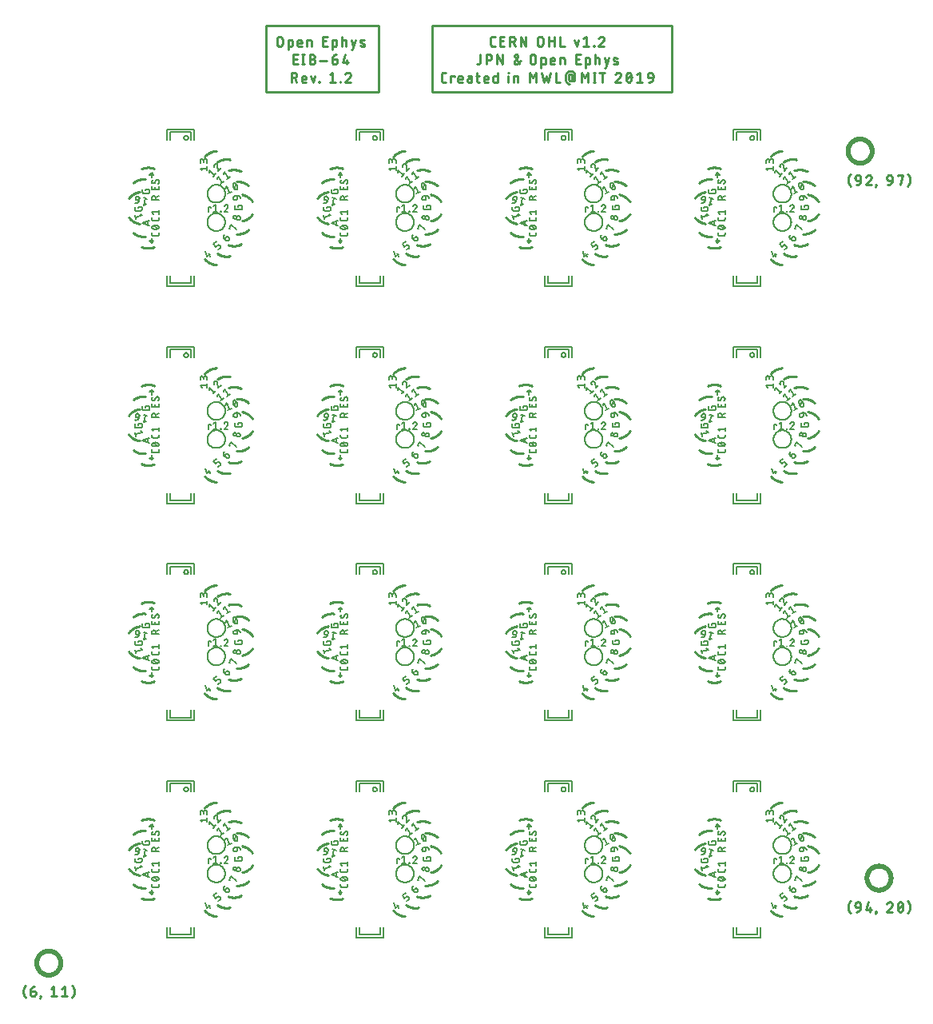
<source format=gto>
G75*
%MOIN*%
%OFA0B0*%
%FSLAX25Y25*%
%IPPOS*%
%LPD*%
%AMOC8*
5,1,8,0,0,1.08239X$1,22.5*
%
%ADD10C,0.00600*%
%ADD11C,0.00787*%
%ADD12C,0.00900*%
%ADD13C,0.01000*%
%ADD14C,0.00500*%
%ADD15C,0.01969*%
D10*
X0068293Y0076012D02*
X0069928Y0076012D01*
X0069977Y0076014D01*
X0070025Y0076019D01*
X0070074Y0076028D01*
X0070121Y0076041D01*
X0070167Y0076057D01*
X0070212Y0076077D01*
X0070255Y0076100D01*
X0070296Y0076126D01*
X0070336Y0076155D01*
X0070373Y0076187D01*
X0070407Y0076221D01*
X0070439Y0076258D01*
X0070468Y0076298D01*
X0070494Y0076339D01*
X0070517Y0076382D01*
X0070537Y0076427D01*
X0070553Y0076473D01*
X0070566Y0076520D01*
X0070575Y0076569D01*
X0070580Y0076617D01*
X0070582Y0076666D01*
X0070582Y0077320D01*
X0070173Y0080074D02*
X0070090Y0080112D01*
X0070005Y0080148D01*
X0069919Y0080180D01*
X0069832Y0080209D01*
X0069744Y0080235D01*
X0069656Y0080257D01*
X0069566Y0080276D01*
X0069475Y0080291D01*
X0069385Y0080303D01*
X0069293Y0080312D01*
X0069202Y0080317D01*
X0069110Y0080319D01*
X0069110Y0078683D02*
X0069018Y0078685D01*
X0068927Y0078690D01*
X0068835Y0078699D01*
X0068745Y0078711D01*
X0068654Y0078726D01*
X0068564Y0078745D01*
X0068476Y0078767D01*
X0068388Y0078793D01*
X0068301Y0078822D01*
X0068215Y0078854D01*
X0068130Y0078890D01*
X0068047Y0078928D01*
X0067639Y0079501D02*
X0067641Y0079548D01*
X0067646Y0079594D01*
X0067655Y0079640D01*
X0067668Y0079686D01*
X0067684Y0079730D01*
X0067703Y0079772D01*
X0067726Y0079813D01*
X0067752Y0079853D01*
X0067780Y0079890D01*
X0067812Y0079924D01*
X0067846Y0079957D01*
X0067883Y0079986D01*
X0067921Y0080013D01*
X0067962Y0080036D01*
X0068004Y0080056D01*
X0068048Y0080073D01*
X0068293Y0080155D02*
X0069928Y0078847D01*
X0070582Y0079501D02*
X0070580Y0079548D01*
X0070575Y0079594D01*
X0070566Y0079640D01*
X0070553Y0079686D01*
X0070537Y0079730D01*
X0070518Y0079772D01*
X0070495Y0079813D01*
X0070469Y0079853D01*
X0070441Y0079890D01*
X0070409Y0079924D01*
X0070375Y0079957D01*
X0070339Y0079986D01*
X0070300Y0080013D01*
X0070259Y0080036D01*
X0070217Y0080056D01*
X0070173Y0080073D01*
X0070582Y0079501D02*
X0070580Y0079454D01*
X0070575Y0079408D01*
X0070566Y0079362D01*
X0070553Y0079316D01*
X0070537Y0079272D01*
X0070518Y0079230D01*
X0070495Y0079189D01*
X0070469Y0079149D01*
X0070441Y0079112D01*
X0070409Y0079078D01*
X0070375Y0079045D01*
X0070339Y0079016D01*
X0070300Y0078989D01*
X0070259Y0078966D01*
X0070217Y0078946D01*
X0070173Y0078929D01*
X0069110Y0080319D02*
X0069018Y0080317D01*
X0068927Y0080312D01*
X0068835Y0080303D01*
X0068745Y0080291D01*
X0068654Y0080276D01*
X0068564Y0080257D01*
X0068476Y0080235D01*
X0068388Y0080209D01*
X0068301Y0080180D01*
X0068215Y0080148D01*
X0068130Y0080112D01*
X0068047Y0080074D01*
X0067639Y0079501D02*
X0067641Y0079454D01*
X0067646Y0079408D01*
X0067655Y0079362D01*
X0067668Y0079316D01*
X0067684Y0079272D01*
X0067703Y0079230D01*
X0067726Y0079189D01*
X0067752Y0079149D01*
X0067780Y0079112D01*
X0067812Y0079078D01*
X0067846Y0079045D01*
X0067882Y0079016D01*
X0067921Y0078989D01*
X0067962Y0078966D01*
X0068004Y0078946D01*
X0068048Y0078929D01*
X0067639Y0077320D02*
X0067639Y0076666D01*
X0067641Y0076617D01*
X0067646Y0076569D01*
X0067655Y0076520D01*
X0067668Y0076473D01*
X0067684Y0076427D01*
X0067704Y0076382D01*
X0067727Y0076339D01*
X0067753Y0076298D01*
X0067782Y0076258D01*
X0067814Y0076221D01*
X0067848Y0076187D01*
X0067885Y0076155D01*
X0067925Y0076126D01*
X0067966Y0076100D01*
X0068009Y0076077D01*
X0068054Y0076057D01*
X0068100Y0076041D01*
X0068147Y0076028D01*
X0068196Y0076019D01*
X0068244Y0076014D01*
X0068293Y0076012D01*
X0066645Y0080137D02*
X0063702Y0081118D01*
X0066645Y0082099D01*
X0065909Y0081854D02*
X0065909Y0080382D01*
X0068293Y0082311D02*
X0069928Y0082311D01*
X0069977Y0082313D01*
X0070025Y0082318D01*
X0070074Y0082327D01*
X0070121Y0082340D01*
X0070167Y0082356D01*
X0070212Y0082376D01*
X0070255Y0082399D01*
X0070296Y0082425D01*
X0070336Y0082454D01*
X0070373Y0082486D01*
X0070407Y0082520D01*
X0070439Y0082557D01*
X0070468Y0082597D01*
X0070494Y0082638D01*
X0070517Y0082681D01*
X0070537Y0082726D01*
X0070553Y0082772D01*
X0070566Y0082819D01*
X0070575Y0082868D01*
X0070580Y0082916D01*
X0070582Y0082965D01*
X0070582Y0083619D01*
X0070582Y0084983D02*
X0070582Y0086618D01*
X0070582Y0085801D02*
X0067639Y0085801D01*
X0068293Y0084983D01*
X0067639Y0083619D02*
X0067639Y0082965D01*
X0067641Y0082916D01*
X0067646Y0082868D01*
X0067655Y0082819D01*
X0067668Y0082772D01*
X0067684Y0082726D01*
X0067704Y0082681D01*
X0067727Y0082638D01*
X0067753Y0082597D01*
X0067782Y0082557D01*
X0067814Y0082520D01*
X0067848Y0082486D01*
X0067885Y0082454D01*
X0067925Y0082425D01*
X0067966Y0082399D01*
X0068009Y0082376D01*
X0068054Y0082356D01*
X0068100Y0082340D01*
X0068147Y0082327D01*
X0068196Y0082318D01*
X0068244Y0082313D01*
X0068293Y0082311D01*
X0069110Y0078683D02*
X0069202Y0078685D01*
X0069293Y0078690D01*
X0069385Y0078699D01*
X0069475Y0078711D01*
X0069566Y0078726D01*
X0069656Y0078745D01*
X0069744Y0078767D01*
X0069832Y0078793D01*
X0069919Y0078822D01*
X0070005Y0078854D01*
X0070090Y0078890D01*
X0070173Y0078928D01*
X0063642Y0084452D02*
X0062799Y0085072D01*
X0063642Y0084452D02*
X0060799Y0083690D01*
X0060587Y0084480D02*
X0061011Y0082900D01*
X0061206Y0086403D02*
X0062841Y0086403D01*
X0062890Y0086405D01*
X0062938Y0086410D01*
X0062987Y0086419D01*
X0063034Y0086432D01*
X0063080Y0086448D01*
X0063125Y0086468D01*
X0063168Y0086491D01*
X0063209Y0086517D01*
X0063249Y0086546D01*
X0063286Y0086578D01*
X0063320Y0086612D01*
X0063352Y0086649D01*
X0063381Y0086689D01*
X0063407Y0086730D01*
X0063430Y0086773D01*
X0063450Y0086818D01*
X0063466Y0086864D01*
X0063479Y0086911D01*
X0063488Y0086960D01*
X0063493Y0087008D01*
X0063495Y0087057D01*
X0063495Y0088038D01*
X0061860Y0088038D01*
X0061860Y0087548D01*
X0061206Y0086403D02*
X0061157Y0086405D01*
X0061109Y0086410D01*
X0061060Y0086419D01*
X0061013Y0086432D01*
X0060967Y0086448D01*
X0060922Y0086468D01*
X0060879Y0086491D01*
X0060838Y0086517D01*
X0060798Y0086546D01*
X0060761Y0086578D01*
X0060727Y0086612D01*
X0060695Y0086649D01*
X0060666Y0086689D01*
X0060640Y0086730D01*
X0060617Y0086773D01*
X0060597Y0086818D01*
X0060581Y0086864D01*
X0060568Y0086911D01*
X0060559Y0086960D01*
X0060554Y0087008D01*
X0060552Y0087057D01*
X0060552Y0088038D01*
X0061267Y0090864D02*
X0062215Y0090610D01*
X0062427Y0091400D01*
X0062427Y0091399D02*
X0062440Y0091455D01*
X0062449Y0091511D01*
X0062454Y0091568D01*
X0062455Y0091625D01*
X0062452Y0091682D01*
X0062445Y0091739D01*
X0062434Y0091795D01*
X0062419Y0091850D01*
X0062401Y0091904D01*
X0062378Y0091957D01*
X0062352Y0092008D01*
X0062323Y0092057D01*
X0062290Y0092103D01*
X0062254Y0092148D01*
X0062215Y0092189D01*
X0062174Y0092228D01*
X0062129Y0092264D01*
X0062083Y0092297D01*
X0062034Y0092326D01*
X0061983Y0092352D01*
X0061930Y0092375D01*
X0061876Y0092393D01*
X0061821Y0092408D01*
X0061765Y0092419D01*
X0061708Y0092426D01*
X0061651Y0092429D01*
X0061594Y0092428D01*
X0061537Y0092423D01*
X0061481Y0092414D01*
X0061425Y0092401D01*
X0061371Y0092384D01*
X0061317Y0092364D01*
X0061266Y0092340D01*
X0061216Y0092312D01*
X0061168Y0092281D01*
X0061122Y0092247D01*
X0061079Y0092209D01*
X0061039Y0092169D01*
X0061001Y0092126D01*
X0060967Y0092080D01*
X0060936Y0092032D01*
X0060908Y0091982D01*
X0060884Y0091931D01*
X0060864Y0091877D01*
X0060847Y0091823D01*
X0060805Y0091665D01*
X0060794Y0091618D01*
X0060787Y0091569D01*
X0060783Y0091520D01*
X0060783Y0091472D01*
X0060787Y0091423D01*
X0060794Y0091374D01*
X0060805Y0091327D01*
X0060820Y0091280D01*
X0060838Y0091234D01*
X0060859Y0091190D01*
X0060883Y0091148D01*
X0060911Y0091108D01*
X0060941Y0091069D01*
X0060975Y0091034D01*
X0061010Y0091000D01*
X0061049Y0090970D01*
X0061089Y0090942D01*
X0061131Y0090918D01*
X0061175Y0090897D01*
X0061221Y0090879D01*
X0061268Y0090864D01*
X0062215Y0090610D02*
X0062195Y0090543D01*
X0062171Y0090476D01*
X0062144Y0090411D01*
X0062113Y0090347D01*
X0062079Y0090285D01*
X0062041Y0090225D01*
X0062000Y0090167D01*
X0061957Y0090111D01*
X0061910Y0090058D01*
X0061860Y0090008D01*
X0061808Y0089960D01*
X0061753Y0089915D01*
X0061696Y0089873D01*
X0061636Y0089834D01*
X0061575Y0089799D01*
X0061512Y0089767D01*
X0061447Y0089738D01*
X0061381Y0089713D01*
X0061313Y0089692D01*
X0061245Y0089674D01*
X0061175Y0089660D01*
X0061105Y0089650D01*
X0061035Y0089644D01*
X0060964Y0089641D01*
X0060893Y0089642D01*
X0060822Y0089647D01*
X0060752Y0089656D01*
X0060682Y0089669D01*
X0060613Y0089686D01*
X0064167Y0088733D02*
X0064929Y0091576D01*
X0065719Y0091364D02*
X0064139Y0091787D01*
X0064356Y0093686D02*
X0065991Y0093686D01*
X0066040Y0093688D01*
X0066088Y0093693D01*
X0066137Y0093702D01*
X0066184Y0093715D01*
X0066230Y0093731D01*
X0066275Y0093751D01*
X0066318Y0093774D01*
X0066359Y0093800D01*
X0066399Y0093829D01*
X0066436Y0093861D01*
X0066470Y0093895D01*
X0066502Y0093932D01*
X0066531Y0093972D01*
X0066557Y0094013D01*
X0066580Y0094056D01*
X0066600Y0094101D01*
X0066616Y0094147D01*
X0066629Y0094194D01*
X0066638Y0094243D01*
X0066643Y0094291D01*
X0066645Y0094340D01*
X0066645Y0095322D01*
X0065010Y0095322D01*
X0065010Y0094831D01*
X0064356Y0093686D02*
X0064307Y0093688D01*
X0064259Y0093693D01*
X0064210Y0093702D01*
X0064163Y0093715D01*
X0064117Y0093731D01*
X0064072Y0093751D01*
X0064029Y0093774D01*
X0063988Y0093800D01*
X0063948Y0093829D01*
X0063911Y0093861D01*
X0063877Y0093895D01*
X0063845Y0093932D01*
X0063816Y0093972D01*
X0063790Y0094013D01*
X0063767Y0094056D01*
X0063747Y0094101D01*
X0063731Y0094147D01*
X0063718Y0094194D01*
X0063709Y0094243D01*
X0063704Y0094291D01*
X0063702Y0094340D01*
X0063702Y0095322D01*
X0067639Y0095172D02*
X0067639Y0096480D01*
X0067639Y0095172D02*
X0070582Y0095172D01*
X0070582Y0096480D01*
X0068947Y0096153D02*
X0068947Y0095172D01*
X0068865Y0098122D02*
X0069356Y0099021D01*
X0070582Y0098694D02*
X0070580Y0098621D01*
X0070574Y0098549D01*
X0070565Y0098477D01*
X0070551Y0098405D01*
X0070534Y0098334D01*
X0070514Y0098265D01*
X0070489Y0098196D01*
X0070461Y0098129D01*
X0070430Y0098064D01*
X0070395Y0098000D01*
X0070357Y0097938D01*
X0070315Y0097878D01*
X0070271Y0097820D01*
X0070223Y0097765D01*
X0070173Y0097713D01*
X0069356Y0099021D02*
X0069382Y0099063D01*
X0069412Y0099102D01*
X0069444Y0099139D01*
X0069479Y0099174D01*
X0069517Y0099206D01*
X0069557Y0099235D01*
X0069599Y0099261D01*
X0069642Y0099283D01*
X0069687Y0099303D01*
X0069734Y0099319D01*
X0069781Y0099332D01*
X0069830Y0099341D01*
X0069879Y0099346D01*
X0069928Y0099348D01*
X0069977Y0099346D01*
X0070025Y0099341D01*
X0070074Y0099332D01*
X0070121Y0099319D01*
X0070167Y0099303D01*
X0070212Y0099283D01*
X0070255Y0099260D01*
X0070296Y0099234D01*
X0070336Y0099205D01*
X0070373Y0099173D01*
X0070407Y0099139D01*
X0070439Y0099102D01*
X0070468Y0099062D01*
X0070494Y0099021D01*
X0070517Y0098978D01*
X0070537Y0098933D01*
X0070553Y0098887D01*
X0070566Y0098840D01*
X0070575Y0098791D01*
X0070580Y0098743D01*
X0070582Y0098694D01*
X0067884Y0099185D02*
X0067846Y0099131D01*
X0067811Y0099075D01*
X0067779Y0099018D01*
X0067750Y0098959D01*
X0067724Y0098898D01*
X0067702Y0098837D01*
X0067683Y0098774D01*
X0067667Y0098710D01*
X0067655Y0098645D01*
X0067646Y0098580D01*
X0067641Y0098515D01*
X0067639Y0098449D01*
X0067641Y0098400D01*
X0067646Y0098352D01*
X0067655Y0098303D01*
X0067668Y0098256D01*
X0067684Y0098210D01*
X0067704Y0098165D01*
X0067727Y0098122D01*
X0067753Y0098081D01*
X0067782Y0098041D01*
X0067814Y0098004D01*
X0067848Y0097970D01*
X0067885Y0097938D01*
X0067925Y0097909D01*
X0067966Y0097883D01*
X0068009Y0097860D01*
X0068054Y0097840D01*
X0068100Y0097824D01*
X0068147Y0097811D01*
X0068196Y0097802D01*
X0068244Y0097797D01*
X0068293Y0097795D01*
X0068342Y0097797D01*
X0068391Y0097802D01*
X0068440Y0097811D01*
X0068487Y0097824D01*
X0068534Y0097840D01*
X0068579Y0097860D01*
X0068622Y0097882D01*
X0068664Y0097908D01*
X0068704Y0097938D01*
X0068742Y0097969D01*
X0068777Y0098004D01*
X0068809Y0098041D01*
X0068839Y0098080D01*
X0068865Y0098122D01*
X0070582Y0092566D02*
X0069274Y0091912D01*
X0069274Y0091748D02*
X0069274Y0090930D01*
X0069274Y0091748D02*
X0069272Y0091804D01*
X0069266Y0091859D01*
X0069257Y0091914D01*
X0069244Y0091969D01*
X0069227Y0092022D01*
X0069206Y0092074D01*
X0069182Y0092124D01*
X0069155Y0092173D01*
X0069124Y0092220D01*
X0069091Y0092264D01*
X0069054Y0092306D01*
X0069014Y0092346D01*
X0068972Y0092383D01*
X0068928Y0092416D01*
X0068881Y0092447D01*
X0068832Y0092474D01*
X0068782Y0092498D01*
X0068730Y0092519D01*
X0068677Y0092536D01*
X0068622Y0092549D01*
X0068567Y0092558D01*
X0068512Y0092564D01*
X0068456Y0092566D01*
X0068400Y0092564D01*
X0068345Y0092558D01*
X0068290Y0092549D01*
X0068235Y0092536D01*
X0068182Y0092519D01*
X0068130Y0092498D01*
X0068080Y0092474D01*
X0068031Y0092447D01*
X0067984Y0092416D01*
X0067940Y0092383D01*
X0067898Y0092346D01*
X0067858Y0092306D01*
X0067821Y0092264D01*
X0067788Y0092220D01*
X0067757Y0092173D01*
X0067730Y0092124D01*
X0067706Y0092074D01*
X0067685Y0092022D01*
X0067668Y0091969D01*
X0067655Y0091914D01*
X0067646Y0091859D01*
X0067640Y0091804D01*
X0067638Y0091748D01*
X0067639Y0091748D02*
X0067639Y0090930D01*
X0070582Y0090930D01*
X0065126Y0089153D02*
X0064167Y0088733D01*
X0087786Y0104044D02*
X0090730Y0104044D01*
X0090730Y0104861D02*
X0090730Y0103226D01*
X0091569Y0103251D02*
X0093756Y0101281D01*
X0093209Y0100674D02*
X0094303Y0101889D01*
X0095343Y0103044D02*
X0096437Y0104259D01*
X0095343Y0103044D02*
X0095058Y0105171D01*
X0093758Y0105681D02*
X0093719Y0105636D01*
X0093684Y0105588D01*
X0093652Y0105538D01*
X0093622Y0105487D01*
X0093597Y0105433D01*
X0093574Y0105378D01*
X0093555Y0105322D01*
X0093540Y0105264D01*
X0093528Y0105206D01*
X0093520Y0105147D01*
X0093516Y0105088D01*
X0093515Y0105029D01*
X0093518Y0104969D01*
X0093525Y0104910D01*
X0093536Y0104852D01*
X0093550Y0104794D01*
X0093568Y0104738D01*
X0093589Y0104682D01*
X0093614Y0104628D01*
X0093642Y0104576D01*
X0095058Y0105171D02*
X0095054Y0105224D01*
X0095048Y0105277D01*
X0095037Y0105329D01*
X0095023Y0105381D01*
X0095006Y0105431D01*
X0094985Y0105480D01*
X0094961Y0105528D01*
X0094934Y0105574D01*
X0094904Y0105618D01*
X0094871Y0105660D01*
X0094835Y0105699D01*
X0094797Y0105736D01*
X0094796Y0105736D02*
X0094756Y0105770D01*
X0094714Y0105800D01*
X0094669Y0105828D01*
X0094622Y0105853D01*
X0094574Y0105874D01*
X0094525Y0105891D01*
X0094474Y0105905D01*
X0094423Y0105915D01*
X0094370Y0105922D01*
X0094318Y0105925D01*
X0094265Y0105924D01*
X0094213Y0105919D01*
X0094161Y0105911D01*
X0094110Y0105899D01*
X0094060Y0105883D01*
X0094011Y0105864D01*
X0093964Y0105842D01*
X0093918Y0105816D01*
X0093874Y0105786D01*
X0093833Y0105754D01*
X0093794Y0105719D01*
X0093757Y0105681D01*
X0090730Y0106415D02*
X0090730Y0107233D01*
X0090728Y0107289D01*
X0090722Y0107344D01*
X0090713Y0107399D01*
X0090700Y0107454D01*
X0090683Y0107507D01*
X0090662Y0107559D01*
X0090638Y0107609D01*
X0090611Y0107658D01*
X0090580Y0107705D01*
X0090547Y0107749D01*
X0090510Y0107791D01*
X0090470Y0107831D01*
X0090428Y0107868D01*
X0090384Y0107901D01*
X0090337Y0107932D01*
X0090288Y0107959D01*
X0090238Y0107983D01*
X0090186Y0108004D01*
X0090133Y0108021D01*
X0090078Y0108034D01*
X0090023Y0108043D01*
X0089968Y0108049D01*
X0089912Y0108051D01*
X0089856Y0108049D01*
X0089801Y0108043D01*
X0089746Y0108034D01*
X0089691Y0108021D01*
X0089638Y0108004D01*
X0089586Y0107983D01*
X0089536Y0107959D01*
X0089487Y0107932D01*
X0089440Y0107901D01*
X0089396Y0107868D01*
X0089354Y0107831D01*
X0089314Y0107791D01*
X0089277Y0107749D01*
X0089244Y0107705D01*
X0089213Y0107658D01*
X0089186Y0107609D01*
X0089162Y0107559D01*
X0089141Y0107507D01*
X0089124Y0107454D01*
X0089111Y0107399D01*
X0089102Y0107344D01*
X0089096Y0107289D01*
X0089094Y0107233D01*
X0089094Y0107396D02*
X0089094Y0106742D01*
X0089094Y0107396D02*
X0089092Y0107446D01*
X0089086Y0107496D01*
X0089077Y0107545D01*
X0089064Y0107593D01*
X0089047Y0107640D01*
X0089026Y0107686D01*
X0089002Y0107730D01*
X0088975Y0107772D01*
X0088945Y0107812D01*
X0088911Y0107850D01*
X0088875Y0107884D01*
X0088836Y0107916D01*
X0088795Y0107945D01*
X0088752Y0107971D01*
X0088708Y0107993D01*
X0088661Y0108012D01*
X0088613Y0108027D01*
X0088565Y0108038D01*
X0088515Y0108046D01*
X0088465Y0108050D01*
X0088415Y0108050D01*
X0088365Y0108046D01*
X0088315Y0108038D01*
X0088267Y0108027D01*
X0088219Y0108012D01*
X0088172Y0107993D01*
X0088128Y0107971D01*
X0088085Y0107945D01*
X0088044Y0107916D01*
X0088005Y0107884D01*
X0087969Y0107850D01*
X0087935Y0107812D01*
X0087905Y0107772D01*
X0087878Y0107730D01*
X0087854Y0107686D01*
X0087833Y0107640D01*
X0087816Y0107593D01*
X0087803Y0107545D01*
X0087794Y0107496D01*
X0087788Y0107446D01*
X0087786Y0107396D01*
X0087786Y0106415D01*
X0087786Y0104044D02*
X0088440Y0103226D01*
X0091569Y0103251D02*
X0091508Y0102206D01*
X0095208Y0100622D02*
X0096896Y0098211D01*
X0096227Y0097742D02*
X0097566Y0098680D01*
X0098839Y0099571D02*
X0100178Y0100509D01*
X0099508Y0100040D02*
X0097820Y0102451D01*
X0097526Y0101446D01*
X0095208Y0100622D02*
X0094913Y0099617D01*
X0098875Y0096682D02*
X0100073Y0093993D01*
X0100819Y0094325D02*
X0099326Y0093660D01*
X0098395Y0095752D02*
X0098875Y0096682D01*
X0102477Y0097837D02*
X0102546Y0097777D01*
X0102613Y0097714D01*
X0102677Y0097649D01*
X0102739Y0097581D01*
X0102798Y0097511D01*
X0102855Y0097439D01*
X0102909Y0097365D01*
X0102960Y0097289D01*
X0103008Y0097211D01*
X0103053Y0097131D01*
X0103094Y0097049D01*
X0103133Y0096966D01*
X0101641Y0096302D02*
X0101679Y0096219D01*
X0101721Y0096137D01*
X0101766Y0096057D01*
X0101814Y0095979D01*
X0101865Y0095903D01*
X0101919Y0095829D01*
X0101976Y0095757D01*
X0102035Y0095687D01*
X0102097Y0095619D01*
X0102161Y0095554D01*
X0102228Y0095491D01*
X0102297Y0095431D01*
X0102122Y0095621D02*
X0102652Y0097647D01*
X0102478Y0097838D02*
X0102445Y0097871D01*
X0102409Y0097901D01*
X0102371Y0097929D01*
X0102331Y0097954D01*
X0102289Y0097975D01*
X0102246Y0097993D01*
X0102202Y0098008D01*
X0102156Y0098019D01*
X0102110Y0098026D01*
X0102063Y0098030D01*
X0102016Y0098031D01*
X0101969Y0098027D01*
X0101923Y0098021D01*
X0101877Y0098010D01*
X0101832Y0097996D01*
X0101789Y0097979D01*
X0101747Y0097958D01*
X0101707Y0097934D01*
X0101668Y0097907D01*
X0101632Y0097877D01*
X0101598Y0097845D01*
X0101567Y0097810D01*
X0101539Y0097772D01*
X0101514Y0097733D01*
X0101491Y0097691D01*
X0101472Y0097649D01*
X0101457Y0097604D01*
X0101445Y0097559D01*
X0101436Y0097513D01*
X0101431Y0097466D01*
X0101430Y0097419D01*
X0101432Y0097372D01*
X0103134Y0096966D02*
X0103170Y0096882D01*
X0103203Y0096796D01*
X0103232Y0096709D01*
X0103258Y0096621D01*
X0103280Y0096533D01*
X0103299Y0096443D01*
X0103315Y0096353D01*
X0103328Y0096262D01*
X0103337Y0096171D01*
X0103342Y0096079D01*
X0103344Y0095987D01*
X0103343Y0095896D01*
X0103343Y0095897D02*
X0103345Y0095850D01*
X0103344Y0095803D01*
X0103339Y0095756D01*
X0103330Y0095710D01*
X0103318Y0095665D01*
X0103303Y0095621D01*
X0103284Y0095578D01*
X0103261Y0095536D01*
X0103236Y0095497D01*
X0103208Y0095459D01*
X0103177Y0095424D01*
X0103143Y0095392D01*
X0103107Y0095362D01*
X0103068Y0095335D01*
X0103028Y0095311D01*
X0102986Y0095290D01*
X0102943Y0095273D01*
X0102898Y0095259D01*
X0102852Y0095248D01*
X0102806Y0095242D01*
X0102759Y0095238D01*
X0102712Y0095239D01*
X0102665Y0095243D01*
X0102619Y0095250D01*
X0102573Y0095261D01*
X0102529Y0095276D01*
X0102486Y0095294D01*
X0102444Y0095315D01*
X0102404Y0095340D01*
X0102366Y0095368D01*
X0102330Y0095398D01*
X0102297Y0095431D01*
X0101641Y0096302D02*
X0101605Y0096386D01*
X0101572Y0096472D01*
X0101543Y0096559D01*
X0101517Y0096647D01*
X0101495Y0096735D01*
X0101476Y0096825D01*
X0101460Y0096915D01*
X0101447Y0097006D01*
X0101439Y0097097D01*
X0101433Y0097189D01*
X0101431Y0097281D01*
X0101432Y0097372D01*
X0102291Y0092526D02*
X0103096Y0092668D01*
X0103266Y0091702D01*
X0103096Y0092668D02*
X0103166Y0092679D01*
X0103236Y0092685D01*
X0103307Y0092688D01*
X0103378Y0092687D01*
X0103449Y0092682D01*
X0103519Y0092673D01*
X0103589Y0092661D01*
X0103658Y0092644D01*
X0103726Y0092624D01*
X0103792Y0092601D01*
X0103858Y0092574D01*
X0103922Y0092543D01*
X0103984Y0092509D01*
X0104044Y0092471D01*
X0104102Y0092431D01*
X0104158Y0092387D01*
X0104211Y0092340D01*
X0104262Y0092291D01*
X0104310Y0092239D01*
X0104355Y0092184D01*
X0104397Y0092127D01*
X0104436Y0092068D01*
X0104471Y0092007D01*
X0104503Y0091943D01*
X0104532Y0091879D01*
X0104557Y0091813D01*
X0104579Y0091745D01*
X0104597Y0091677D01*
X0104611Y0091607D01*
X0102736Y0090944D02*
X0102575Y0090916D01*
X0102736Y0090945D02*
X0102783Y0090955D01*
X0102830Y0090969D01*
X0102876Y0090986D01*
X0102920Y0091007D01*
X0102963Y0091031D01*
X0103004Y0091058D01*
X0103042Y0091088D01*
X0103079Y0091121D01*
X0103112Y0091156D01*
X0103143Y0091194D01*
X0103171Y0091234D01*
X0103196Y0091276D01*
X0103218Y0091320D01*
X0103237Y0091365D01*
X0103252Y0091412D01*
X0103263Y0091459D01*
X0103271Y0091508D01*
X0103275Y0091556D01*
X0103276Y0091605D01*
X0103273Y0091654D01*
X0103266Y0091703D01*
X0102575Y0090915D02*
X0102520Y0090908D01*
X0102464Y0090904D01*
X0102408Y0090903D01*
X0102352Y0090907D01*
X0102297Y0090914D01*
X0102242Y0090926D01*
X0102189Y0090940D01*
X0102136Y0090959D01*
X0102084Y0090981D01*
X0102035Y0091006D01*
X0101987Y0091035D01*
X0101941Y0091067D01*
X0101898Y0091102D01*
X0101857Y0091140D01*
X0101819Y0091181D01*
X0101783Y0091224D01*
X0101751Y0091270D01*
X0101722Y0091317D01*
X0101696Y0091367D01*
X0101673Y0091418D01*
X0101654Y0091471D01*
X0101639Y0091524D01*
X0101627Y0091579D01*
X0101620Y0091634D01*
X0101616Y0091690D01*
X0101615Y0091746D01*
X0101619Y0091802D01*
X0101626Y0091857D01*
X0101638Y0091912D01*
X0101652Y0091966D01*
X0101671Y0092018D01*
X0101693Y0092070D01*
X0101718Y0092119D01*
X0101747Y0092167D01*
X0101779Y0092213D01*
X0101814Y0092256D01*
X0101852Y0092297D01*
X0101893Y0092336D01*
X0101936Y0092371D01*
X0101982Y0092403D01*
X0102029Y0092432D01*
X0102079Y0092458D01*
X0102130Y0092481D01*
X0102183Y0092500D01*
X0102236Y0092515D01*
X0102291Y0092527D01*
X0102284Y0088432D02*
X0102284Y0087451D01*
X0102286Y0087402D01*
X0102291Y0087354D01*
X0102300Y0087305D01*
X0102313Y0087258D01*
X0102329Y0087212D01*
X0102349Y0087167D01*
X0102372Y0087124D01*
X0102398Y0087083D01*
X0102427Y0087043D01*
X0102459Y0087006D01*
X0102493Y0086972D01*
X0102530Y0086940D01*
X0102570Y0086911D01*
X0102611Y0086885D01*
X0102654Y0086862D01*
X0102699Y0086842D01*
X0102745Y0086826D01*
X0102792Y0086813D01*
X0102841Y0086804D01*
X0102889Y0086799D01*
X0102938Y0086797D01*
X0104573Y0086797D01*
X0104622Y0086799D01*
X0104670Y0086804D01*
X0104719Y0086813D01*
X0104766Y0086826D01*
X0104812Y0086842D01*
X0104857Y0086862D01*
X0104900Y0086885D01*
X0104941Y0086911D01*
X0104981Y0086940D01*
X0105018Y0086972D01*
X0105052Y0087006D01*
X0105084Y0087043D01*
X0105113Y0087083D01*
X0105139Y0087124D01*
X0105162Y0087167D01*
X0105182Y0087212D01*
X0105198Y0087258D01*
X0105211Y0087305D01*
X0105220Y0087354D01*
X0105225Y0087402D01*
X0105227Y0087451D01*
X0105228Y0087451D02*
X0105228Y0088432D01*
X0103592Y0088432D01*
X0103592Y0087941D01*
X0102386Y0084376D02*
X0102435Y0084365D01*
X0102483Y0084351D01*
X0102529Y0084333D01*
X0102575Y0084312D01*
X0102618Y0084287D01*
X0102660Y0084259D01*
X0102699Y0084228D01*
X0102735Y0084193D01*
X0102769Y0084157D01*
X0102800Y0084117D01*
X0102828Y0084076D01*
X0102853Y0084032D01*
X0102874Y0083987D01*
X0102892Y0083940D01*
X0102906Y0083892D01*
X0102917Y0083843D01*
X0102923Y0083793D01*
X0102926Y0083743D01*
X0102925Y0083693D01*
X0102920Y0083643D01*
X0102911Y0083594D01*
X0102899Y0083545D01*
X0102883Y0083498D01*
X0102863Y0083452D01*
X0102840Y0083407D01*
X0102813Y0083365D01*
X0102784Y0083325D01*
X0102751Y0083287D01*
X0102715Y0083251D01*
X0102677Y0083219D01*
X0102637Y0083189D01*
X0102594Y0083163D01*
X0102550Y0083140D01*
X0102504Y0083120D01*
X0102456Y0083104D01*
X0102407Y0083092D01*
X0102358Y0083084D01*
X0102308Y0083079D01*
X0102258Y0083078D01*
X0102208Y0083081D01*
X0102158Y0083088D01*
X0102109Y0083099D01*
X0102061Y0083113D01*
X0102015Y0083131D01*
X0101969Y0083152D01*
X0101926Y0083177D01*
X0101884Y0083205D01*
X0101845Y0083236D01*
X0101809Y0083271D01*
X0101775Y0083307D01*
X0101744Y0083347D01*
X0101716Y0083388D01*
X0101691Y0083432D01*
X0101670Y0083477D01*
X0101652Y0083524D01*
X0101638Y0083572D01*
X0101627Y0083621D01*
X0101621Y0083671D01*
X0101618Y0083721D01*
X0101619Y0083771D01*
X0101624Y0083821D01*
X0101633Y0083870D01*
X0101645Y0083919D01*
X0101661Y0083966D01*
X0101681Y0084012D01*
X0101704Y0084057D01*
X0101731Y0084099D01*
X0101760Y0084139D01*
X0101793Y0084177D01*
X0101829Y0084213D01*
X0101867Y0084245D01*
X0101907Y0084275D01*
X0101950Y0084301D01*
X0101994Y0084324D01*
X0102040Y0084344D01*
X0102088Y0084360D01*
X0102137Y0084372D01*
X0102186Y0084380D01*
X0102236Y0084385D01*
X0102286Y0084386D01*
X0102336Y0084383D01*
X0102386Y0084376D01*
X0103863Y0084283D02*
X0103918Y0084271D01*
X0103971Y0084256D01*
X0104024Y0084237D01*
X0104075Y0084214D01*
X0104125Y0084188D01*
X0104172Y0084159D01*
X0104218Y0084127D01*
X0104261Y0084091D01*
X0104302Y0084053D01*
X0104340Y0084012D01*
X0104375Y0083969D01*
X0104407Y0083923D01*
X0104436Y0083875D01*
X0104461Y0083826D01*
X0104483Y0083774D01*
X0104502Y0083721D01*
X0104516Y0083668D01*
X0104528Y0083613D01*
X0104535Y0083558D01*
X0104539Y0083502D01*
X0104538Y0083446D01*
X0104534Y0083390D01*
X0104527Y0083335D01*
X0104515Y0083280D01*
X0104500Y0083227D01*
X0104481Y0083174D01*
X0104458Y0083123D01*
X0104432Y0083073D01*
X0104403Y0083026D01*
X0104371Y0082980D01*
X0104335Y0082937D01*
X0104297Y0082896D01*
X0104256Y0082858D01*
X0104213Y0082823D01*
X0104167Y0082791D01*
X0104119Y0082762D01*
X0104070Y0082737D01*
X0104018Y0082715D01*
X0103965Y0082696D01*
X0103912Y0082682D01*
X0103857Y0082670D01*
X0103802Y0082663D01*
X0103746Y0082659D01*
X0103690Y0082660D01*
X0103634Y0082664D01*
X0103579Y0082671D01*
X0103523Y0082683D01*
X0103468Y0082699D01*
X0103415Y0082719D01*
X0103362Y0082742D01*
X0103312Y0082769D01*
X0103264Y0082799D01*
X0103217Y0082832D01*
X0103174Y0082869D01*
X0103133Y0082909D01*
X0103094Y0082951D01*
X0103059Y0082996D01*
X0103027Y0083044D01*
X0102999Y0083093D01*
X0102974Y0083144D01*
X0102952Y0083197D01*
X0102935Y0083252D01*
X0102921Y0083307D01*
X0102911Y0083363D01*
X0102905Y0083420D01*
X0102903Y0083477D01*
X0102905Y0083534D01*
X0102911Y0083591D01*
X0102921Y0083647D01*
X0102935Y0083702D01*
X0102952Y0083757D01*
X0102974Y0083810D01*
X0102999Y0083861D01*
X0103027Y0083910D01*
X0103059Y0083958D01*
X0103094Y0084003D01*
X0103133Y0084045D01*
X0103174Y0084085D01*
X0103217Y0084122D01*
X0103264Y0084155D01*
X0103312Y0084185D01*
X0103362Y0084212D01*
X0103415Y0084235D01*
X0103468Y0084255D01*
X0103523Y0084271D01*
X0103579Y0084283D01*
X0103635Y0084291D01*
X0103692Y0084295D01*
X0103750Y0084295D01*
X0103806Y0084291D01*
X0103863Y0084283D01*
X0099414Y0085946D02*
X0097779Y0085946D01*
X0099169Y0087581D01*
X0098678Y0088889D02*
X0098619Y0088887D01*
X0098559Y0088882D01*
X0098501Y0088872D01*
X0098443Y0088859D01*
X0098386Y0088843D01*
X0098330Y0088823D01*
X0098275Y0088799D01*
X0098222Y0088772D01*
X0098171Y0088742D01*
X0098122Y0088708D01*
X0098075Y0088672D01*
X0098031Y0088633D01*
X0097989Y0088590D01*
X0097949Y0088546D01*
X0097913Y0088499D01*
X0097880Y0088450D01*
X0097850Y0088399D01*
X0097823Y0088346D01*
X0097799Y0088291D01*
X0097779Y0088235D01*
X0099169Y0087581D02*
X0099206Y0087619D01*
X0099241Y0087659D01*
X0099273Y0087702D01*
X0099302Y0087747D01*
X0099327Y0087794D01*
X0099350Y0087842D01*
X0099369Y0087891D01*
X0099385Y0087942D01*
X0099398Y0087994D01*
X0099407Y0088047D01*
X0099412Y0088100D01*
X0099414Y0088153D01*
X0099412Y0088206D01*
X0099407Y0088258D01*
X0099397Y0088309D01*
X0099384Y0088360D01*
X0099368Y0088410D01*
X0099347Y0088459D01*
X0099324Y0088506D01*
X0099297Y0088551D01*
X0099267Y0088594D01*
X0099234Y0088635D01*
X0099198Y0088673D01*
X0099160Y0088709D01*
X0099119Y0088742D01*
X0099076Y0088772D01*
X0099031Y0088799D01*
X0098984Y0088822D01*
X0098935Y0088843D01*
X0098885Y0088859D01*
X0098834Y0088872D01*
X0098783Y0088882D01*
X0098731Y0088887D01*
X0098678Y0088889D01*
X0096446Y0086109D02*
X0096446Y0085946D01*
X0096283Y0085946D01*
X0096283Y0086109D01*
X0096446Y0086109D01*
X0094950Y0085946D02*
X0093315Y0085946D01*
X0094132Y0085946D02*
X0094132Y0088889D01*
X0093315Y0088235D01*
X0092149Y0087908D02*
X0092149Y0087581D01*
X0092149Y0087908D02*
X0091168Y0087908D01*
X0091168Y0085946D01*
X0100475Y0080564D02*
X0099810Y0079071D01*
X0100108Y0078938D01*
X0100475Y0080564D02*
X0102831Y0078620D01*
X0099669Y0075333D02*
X0099542Y0075436D01*
X0099502Y0075466D01*
X0099461Y0075492D01*
X0099418Y0075515D01*
X0099373Y0075535D01*
X0099327Y0075551D01*
X0099280Y0075564D01*
X0099232Y0075574D01*
X0099184Y0075580D01*
X0099135Y0075582D01*
X0099086Y0075581D01*
X0099037Y0075575D01*
X0098989Y0075567D01*
X0098942Y0075554D01*
X0098896Y0075539D01*
X0098851Y0075519D01*
X0098807Y0075497D01*
X0098766Y0075471D01*
X0098726Y0075442D01*
X0098689Y0075411D01*
X0098654Y0075376D01*
X0098622Y0075340D01*
X0098622Y0075339D02*
X0098005Y0074577D01*
X0098640Y0074062D01*
X0098685Y0074029D01*
X0098732Y0073998D01*
X0098780Y0073971D01*
X0098831Y0073947D01*
X0098883Y0073927D01*
X0098936Y0073910D01*
X0098990Y0073897D01*
X0099045Y0073887D01*
X0099101Y0073882D01*
X0099157Y0073880D01*
X0099213Y0073882D01*
X0099268Y0073888D01*
X0099323Y0073897D01*
X0099377Y0073911D01*
X0099431Y0073928D01*
X0099483Y0073948D01*
X0099533Y0073973D01*
X0099582Y0074000D01*
X0099628Y0074031D01*
X0099673Y0074065D01*
X0099715Y0074101D01*
X0099754Y0074141D01*
X0099791Y0074183D01*
X0099824Y0074228D01*
X0099855Y0074275D01*
X0099882Y0074323D01*
X0099906Y0074374D01*
X0099926Y0074426D01*
X0099943Y0074479D01*
X0099956Y0074533D01*
X0099966Y0074588D01*
X0099971Y0074644D01*
X0099973Y0074700D01*
X0099971Y0074756D01*
X0099965Y0074811D01*
X0099956Y0074866D01*
X0099942Y0074920D01*
X0099925Y0074974D01*
X0099905Y0075026D01*
X0099880Y0075076D01*
X0099853Y0075125D01*
X0099822Y0075171D01*
X0099788Y0075216D01*
X0099752Y0075258D01*
X0099712Y0075297D01*
X0099670Y0075334D01*
X0098005Y0074576D02*
X0097951Y0074623D01*
X0097900Y0074671D01*
X0097851Y0074723D01*
X0097806Y0074777D01*
X0097763Y0074834D01*
X0097723Y0074893D01*
X0097687Y0074953D01*
X0097654Y0075016D01*
X0097625Y0075080D01*
X0097599Y0075146D01*
X0097576Y0075214D01*
X0097558Y0075282D01*
X0097543Y0075351D01*
X0097531Y0075421D01*
X0097524Y0075492D01*
X0097520Y0075562D01*
X0097521Y0075633D01*
X0097525Y0075704D01*
X0097533Y0075774D01*
X0097544Y0075844D01*
X0097560Y0075913D01*
X0097579Y0075981D01*
X0097602Y0076048D01*
X0097628Y0076114D01*
X0097658Y0076178D01*
X0097692Y0076241D01*
X0097728Y0076301D01*
X0097768Y0076360D01*
X0097811Y0076416D01*
X0094700Y0073444D02*
X0093411Y0072438D01*
X0094217Y0071407D01*
X0094990Y0072011D01*
X0094989Y0072011D02*
X0095029Y0072040D01*
X0095071Y0072066D01*
X0095114Y0072088D01*
X0095159Y0072107D01*
X0095205Y0072123D01*
X0095253Y0072135D01*
X0095301Y0072144D01*
X0095350Y0072149D01*
X0095399Y0072150D01*
X0095447Y0072148D01*
X0095496Y0072142D01*
X0095544Y0072132D01*
X0095591Y0072119D01*
X0095637Y0072102D01*
X0095682Y0072082D01*
X0095725Y0072059D01*
X0095766Y0072033D01*
X0095805Y0072003D01*
X0095842Y0071971D01*
X0095876Y0071936D01*
X0095907Y0071899D01*
X0095908Y0071898D02*
X0096109Y0071640D01*
X0096109Y0071641D02*
X0096138Y0071601D01*
X0096164Y0071559D01*
X0096186Y0071516D01*
X0096205Y0071471D01*
X0096221Y0071425D01*
X0096233Y0071377D01*
X0096242Y0071329D01*
X0096247Y0071280D01*
X0096248Y0071231D01*
X0096246Y0071183D01*
X0096240Y0071134D01*
X0096230Y0071086D01*
X0096217Y0071039D01*
X0096200Y0070993D01*
X0096180Y0070948D01*
X0096157Y0070905D01*
X0096131Y0070864D01*
X0096101Y0070825D01*
X0096069Y0070788D01*
X0096034Y0070754D01*
X0095997Y0070723D01*
X0095996Y0070722D02*
X0095223Y0070118D01*
X0091967Y0068151D02*
X0090551Y0067334D01*
X0089973Y0069643D01*
X0091215Y0068473D02*
X0091869Y0067340D01*
X0139751Y0082900D02*
X0139328Y0084480D01*
X0139539Y0083690D02*
X0142382Y0084452D01*
X0141539Y0085072D01*
X0141581Y0086403D02*
X0139946Y0086403D01*
X0139897Y0086405D01*
X0139849Y0086410D01*
X0139800Y0086419D01*
X0139753Y0086432D01*
X0139707Y0086448D01*
X0139662Y0086468D01*
X0139619Y0086491D01*
X0139578Y0086517D01*
X0139538Y0086546D01*
X0139501Y0086578D01*
X0139467Y0086612D01*
X0139435Y0086649D01*
X0139406Y0086689D01*
X0139380Y0086730D01*
X0139357Y0086773D01*
X0139337Y0086818D01*
X0139321Y0086864D01*
X0139308Y0086911D01*
X0139299Y0086960D01*
X0139294Y0087008D01*
X0139292Y0087057D01*
X0139292Y0088038D01*
X0140600Y0088038D02*
X0142235Y0088038D01*
X0142235Y0087057D01*
X0142233Y0087008D01*
X0142228Y0086960D01*
X0142219Y0086911D01*
X0142206Y0086864D01*
X0142190Y0086818D01*
X0142170Y0086773D01*
X0142147Y0086730D01*
X0142121Y0086689D01*
X0142092Y0086649D01*
X0142060Y0086612D01*
X0142026Y0086578D01*
X0141989Y0086546D01*
X0141949Y0086517D01*
X0141908Y0086491D01*
X0141865Y0086468D01*
X0141820Y0086448D01*
X0141774Y0086432D01*
X0141727Y0086419D01*
X0141678Y0086410D01*
X0141630Y0086405D01*
X0141581Y0086403D01*
X0140600Y0087548D02*
X0140600Y0088038D01*
X0142907Y0088733D02*
X0143669Y0091576D01*
X0144459Y0091364D02*
X0142879Y0091787D01*
X0141167Y0091400D02*
X0140955Y0090610D01*
X0140008Y0090864D01*
X0140955Y0090610D02*
X0140935Y0090543D01*
X0140911Y0090476D01*
X0140884Y0090411D01*
X0140853Y0090347D01*
X0140819Y0090285D01*
X0140781Y0090225D01*
X0140740Y0090167D01*
X0140697Y0090111D01*
X0140650Y0090058D01*
X0140600Y0090008D01*
X0140548Y0089960D01*
X0140493Y0089915D01*
X0140436Y0089873D01*
X0140376Y0089834D01*
X0140315Y0089799D01*
X0140252Y0089767D01*
X0140187Y0089738D01*
X0140121Y0089713D01*
X0140053Y0089692D01*
X0139985Y0089674D01*
X0139915Y0089660D01*
X0139845Y0089650D01*
X0139775Y0089644D01*
X0139704Y0089641D01*
X0139633Y0089642D01*
X0139562Y0089647D01*
X0139492Y0089656D01*
X0139422Y0089669D01*
X0139353Y0089686D01*
X0139545Y0091665D02*
X0139587Y0091823D01*
X0139545Y0091665D02*
X0139534Y0091618D01*
X0139527Y0091569D01*
X0139523Y0091520D01*
X0139523Y0091472D01*
X0139527Y0091423D01*
X0139534Y0091374D01*
X0139545Y0091327D01*
X0139560Y0091280D01*
X0139578Y0091234D01*
X0139599Y0091190D01*
X0139623Y0091148D01*
X0139651Y0091108D01*
X0139681Y0091069D01*
X0139715Y0091034D01*
X0139750Y0091000D01*
X0139789Y0090970D01*
X0139829Y0090942D01*
X0139871Y0090918D01*
X0139915Y0090897D01*
X0139961Y0090879D01*
X0140008Y0090864D01*
X0139587Y0091823D02*
X0139604Y0091877D01*
X0139624Y0091931D01*
X0139648Y0091982D01*
X0139676Y0092032D01*
X0139707Y0092080D01*
X0139741Y0092126D01*
X0139779Y0092169D01*
X0139819Y0092209D01*
X0139862Y0092247D01*
X0139908Y0092281D01*
X0139956Y0092312D01*
X0140006Y0092340D01*
X0140057Y0092364D01*
X0140111Y0092384D01*
X0140165Y0092401D01*
X0140221Y0092414D01*
X0140277Y0092423D01*
X0140334Y0092428D01*
X0140391Y0092429D01*
X0140448Y0092426D01*
X0140505Y0092419D01*
X0140561Y0092408D01*
X0140616Y0092393D01*
X0140670Y0092375D01*
X0140723Y0092352D01*
X0140774Y0092326D01*
X0140823Y0092297D01*
X0140869Y0092264D01*
X0140914Y0092228D01*
X0140955Y0092189D01*
X0140994Y0092148D01*
X0141030Y0092103D01*
X0141063Y0092057D01*
X0141092Y0092008D01*
X0141118Y0091957D01*
X0141141Y0091904D01*
X0141159Y0091850D01*
X0141174Y0091795D01*
X0141185Y0091739D01*
X0141192Y0091682D01*
X0141195Y0091625D01*
X0141194Y0091568D01*
X0141189Y0091511D01*
X0141180Y0091455D01*
X0141167Y0091399D01*
X0143096Y0093686D02*
X0144731Y0093686D01*
X0144780Y0093688D01*
X0144828Y0093693D01*
X0144877Y0093702D01*
X0144924Y0093715D01*
X0144970Y0093731D01*
X0145015Y0093751D01*
X0145058Y0093774D01*
X0145099Y0093800D01*
X0145139Y0093829D01*
X0145176Y0093861D01*
X0145210Y0093895D01*
X0145242Y0093932D01*
X0145271Y0093972D01*
X0145297Y0094013D01*
X0145320Y0094056D01*
X0145340Y0094101D01*
X0145356Y0094147D01*
X0145369Y0094194D01*
X0145378Y0094243D01*
X0145383Y0094291D01*
X0145385Y0094340D01*
X0145385Y0095322D01*
X0143750Y0095322D01*
X0143750Y0094831D01*
X0143096Y0093686D02*
X0143047Y0093688D01*
X0142999Y0093693D01*
X0142950Y0093702D01*
X0142903Y0093715D01*
X0142857Y0093731D01*
X0142812Y0093751D01*
X0142769Y0093774D01*
X0142728Y0093800D01*
X0142688Y0093829D01*
X0142651Y0093861D01*
X0142617Y0093895D01*
X0142585Y0093932D01*
X0142556Y0093972D01*
X0142530Y0094013D01*
X0142507Y0094056D01*
X0142487Y0094101D01*
X0142471Y0094147D01*
X0142458Y0094194D01*
X0142449Y0094243D01*
X0142444Y0094291D01*
X0142442Y0094340D01*
X0142442Y0095322D01*
X0146379Y0095172D02*
X0146379Y0096480D01*
X0146379Y0095172D02*
X0149322Y0095172D01*
X0149322Y0096480D01*
X0147687Y0096153D02*
X0147687Y0095172D01*
X0147605Y0098122D02*
X0148096Y0099021D01*
X0149322Y0098694D02*
X0149320Y0098621D01*
X0149314Y0098549D01*
X0149305Y0098477D01*
X0149291Y0098405D01*
X0149274Y0098334D01*
X0149254Y0098265D01*
X0149229Y0098196D01*
X0149201Y0098129D01*
X0149170Y0098064D01*
X0149135Y0098000D01*
X0149097Y0097938D01*
X0149055Y0097878D01*
X0149011Y0097820D01*
X0148963Y0097765D01*
X0148913Y0097713D01*
X0148096Y0099021D02*
X0148122Y0099063D01*
X0148152Y0099102D01*
X0148184Y0099139D01*
X0148219Y0099174D01*
X0148257Y0099206D01*
X0148297Y0099235D01*
X0148339Y0099261D01*
X0148382Y0099283D01*
X0148427Y0099303D01*
X0148474Y0099319D01*
X0148521Y0099332D01*
X0148570Y0099341D01*
X0148619Y0099346D01*
X0148668Y0099348D01*
X0148717Y0099346D01*
X0148765Y0099341D01*
X0148814Y0099332D01*
X0148861Y0099319D01*
X0148907Y0099303D01*
X0148952Y0099283D01*
X0148995Y0099260D01*
X0149036Y0099234D01*
X0149076Y0099205D01*
X0149113Y0099173D01*
X0149147Y0099139D01*
X0149179Y0099102D01*
X0149208Y0099062D01*
X0149234Y0099021D01*
X0149257Y0098978D01*
X0149277Y0098933D01*
X0149293Y0098887D01*
X0149306Y0098840D01*
X0149315Y0098791D01*
X0149320Y0098743D01*
X0149322Y0098694D01*
X0146624Y0099185D02*
X0146586Y0099131D01*
X0146551Y0099075D01*
X0146519Y0099018D01*
X0146490Y0098959D01*
X0146464Y0098898D01*
X0146442Y0098837D01*
X0146423Y0098774D01*
X0146407Y0098710D01*
X0146395Y0098645D01*
X0146386Y0098580D01*
X0146381Y0098515D01*
X0146379Y0098449D01*
X0146381Y0098400D01*
X0146386Y0098352D01*
X0146395Y0098303D01*
X0146408Y0098256D01*
X0146424Y0098210D01*
X0146444Y0098165D01*
X0146467Y0098122D01*
X0146493Y0098081D01*
X0146522Y0098041D01*
X0146554Y0098004D01*
X0146588Y0097970D01*
X0146625Y0097938D01*
X0146665Y0097909D01*
X0146706Y0097883D01*
X0146749Y0097860D01*
X0146794Y0097840D01*
X0146840Y0097824D01*
X0146887Y0097811D01*
X0146936Y0097802D01*
X0146984Y0097797D01*
X0147033Y0097795D01*
X0147082Y0097797D01*
X0147131Y0097802D01*
X0147180Y0097811D01*
X0147227Y0097824D01*
X0147274Y0097840D01*
X0147319Y0097860D01*
X0147362Y0097882D01*
X0147404Y0097908D01*
X0147444Y0097938D01*
X0147482Y0097969D01*
X0147517Y0098004D01*
X0147549Y0098041D01*
X0147579Y0098080D01*
X0147605Y0098122D01*
X0149322Y0092566D02*
X0148014Y0091912D01*
X0148014Y0091748D02*
X0148014Y0090930D01*
X0148014Y0091748D02*
X0148012Y0091804D01*
X0148006Y0091859D01*
X0147997Y0091914D01*
X0147984Y0091969D01*
X0147967Y0092022D01*
X0147946Y0092074D01*
X0147922Y0092124D01*
X0147895Y0092173D01*
X0147864Y0092220D01*
X0147831Y0092264D01*
X0147794Y0092306D01*
X0147754Y0092346D01*
X0147712Y0092383D01*
X0147668Y0092416D01*
X0147621Y0092447D01*
X0147572Y0092474D01*
X0147522Y0092498D01*
X0147470Y0092519D01*
X0147417Y0092536D01*
X0147362Y0092549D01*
X0147307Y0092558D01*
X0147252Y0092564D01*
X0147196Y0092566D01*
X0147140Y0092564D01*
X0147085Y0092558D01*
X0147030Y0092549D01*
X0146975Y0092536D01*
X0146922Y0092519D01*
X0146870Y0092498D01*
X0146820Y0092474D01*
X0146771Y0092447D01*
X0146724Y0092416D01*
X0146680Y0092383D01*
X0146638Y0092346D01*
X0146598Y0092306D01*
X0146561Y0092264D01*
X0146528Y0092220D01*
X0146497Y0092173D01*
X0146470Y0092124D01*
X0146446Y0092074D01*
X0146425Y0092022D01*
X0146408Y0091969D01*
X0146395Y0091914D01*
X0146386Y0091859D01*
X0146380Y0091804D01*
X0146378Y0091748D01*
X0146379Y0091748D02*
X0146379Y0090930D01*
X0149322Y0090930D01*
X0149322Y0086618D02*
X0149322Y0084983D01*
X0149322Y0085801D02*
X0146379Y0085801D01*
X0147033Y0084983D01*
X0146379Y0083619D02*
X0146379Y0082965D01*
X0146381Y0082916D01*
X0146386Y0082868D01*
X0146395Y0082819D01*
X0146408Y0082772D01*
X0146424Y0082726D01*
X0146444Y0082681D01*
X0146467Y0082638D01*
X0146493Y0082597D01*
X0146522Y0082557D01*
X0146554Y0082520D01*
X0146588Y0082486D01*
X0146625Y0082454D01*
X0146665Y0082425D01*
X0146706Y0082399D01*
X0146749Y0082376D01*
X0146794Y0082356D01*
X0146840Y0082340D01*
X0146887Y0082327D01*
X0146936Y0082318D01*
X0146984Y0082313D01*
X0147033Y0082311D01*
X0148668Y0082311D01*
X0148717Y0082313D01*
X0148765Y0082318D01*
X0148814Y0082327D01*
X0148861Y0082340D01*
X0148907Y0082356D01*
X0148952Y0082376D01*
X0148995Y0082399D01*
X0149036Y0082425D01*
X0149076Y0082454D01*
X0149113Y0082486D01*
X0149147Y0082520D01*
X0149179Y0082557D01*
X0149208Y0082597D01*
X0149234Y0082638D01*
X0149257Y0082681D01*
X0149277Y0082726D01*
X0149293Y0082772D01*
X0149306Y0082819D01*
X0149315Y0082868D01*
X0149320Y0082916D01*
X0149322Y0082965D01*
X0149322Y0083619D01*
X0148913Y0078928D02*
X0148830Y0078890D01*
X0148745Y0078854D01*
X0148659Y0078822D01*
X0148572Y0078793D01*
X0148484Y0078767D01*
X0148396Y0078745D01*
X0148306Y0078726D01*
X0148215Y0078711D01*
X0148125Y0078699D01*
X0148033Y0078690D01*
X0147942Y0078685D01*
X0147850Y0078683D01*
X0147850Y0080319D02*
X0147758Y0080317D01*
X0147667Y0080312D01*
X0147575Y0080303D01*
X0147485Y0080291D01*
X0147394Y0080276D01*
X0147304Y0080257D01*
X0147216Y0080235D01*
X0147128Y0080209D01*
X0147041Y0080180D01*
X0146955Y0080148D01*
X0146870Y0080112D01*
X0146787Y0080074D01*
X0147033Y0080155D02*
X0148668Y0078847D01*
X0149322Y0079501D02*
X0149320Y0079548D01*
X0149315Y0079594D01*
X0149306Y0079640D01*
X0149293Y0079686D01*
X0149277Y0079730D01*
X0149258Y0079772D01*
X0149235Y0079813D01*
X0149209Y0079853D01*
X0149181Y0079890D01*
X0149149Y0079924D01*
X0149115Y0079957D01*
X0149079Y0079986D01*
X0149040Y0080013D01*
X0148999Y0080036D01*
X0148957Y0080056D01*
X0148913Y0080073D01*
X0149322Y0079501D02*
X0149320Y0079454D01*
X0149315Y0079408D01*
X0149306Y0079362D01*
X0149293Y0079316D01*
X0149277Y0079272D01*
X0149258Y0079230D01*
X0149235Y0079189D01*
X0149209Y0079149D01*
X0149181Y0079112D01*
X0149149Y0079078D01*
X0149115Y0079045D01*
X0149079Y0079016D01*
X0149040Y0078989D01*
X0148999Y0078966D01*
X0148957Y0078946D01*
X0148913Y0078929D01*
X0148913Y0080074D02*
X0148830Y0080112D01*
X0148745Y0080148D01*
X0148659Y0080180D01*
X0148572Y0080209D01*
X0148484Y0080235D01*
X0148396Y0080257D01*
X0148306Y0080276D01*
X0148215Y0080291D01*
X0148125Y0080303D01*
X0148033Y0080312D01*
X0147942Y0080317D01*
X0147850Y0080319D01*
X0147850Y0078683D02*
X0147758Y0078685D01*
X0147667Y0078690D01*
X0147575Y0078699D01*
X0147485Y0078711D01*
X0147394Y0078726D01*
X0147304Y0078745D01*
X0147216Y0078767D01*
X0147128Y0078793D01*
X0147041Y0078822D01*
X0146955Y0078854D01*
X0146870Y0078890D01*
X0146787Y0078928D01*
X0146379Y0079501D02*
X0146381Y0079548D01*
X0146386Y0079594D01*
X0146395Y0079640D01*
X0146408Y0079686D01*
X0146424Y0079730D01*
X0146443Y0079772D01*
X0146466Y0079813D01*
X0146492Y0079853D01*
X0146520Y0079890D01*
X0146552Y0079924D01*
X0146586Y0079957D01*
X0146623Y0079986D01*
X0146661Y0080013D01*
X0146702Y0080036D01*
X0146744Y0080056D01*
X0146788Y0080073D01*
X0146379Y0079501D02*
X0146381Y0079454D01*
X0146386Y0079408D01*
X0146395Y0079362D01*
X0146408Y0079316D01*
X0146424Y0079272D01*
X0146443Y0079230D01*
X0146466Y0079189D01*
X0146492Y0079149D01*
X0146520Y0079112D01*
X0146552Y0079078D01*
X0146586Y0079045D01*
X0146622Y0079016D01*
X0146661Y0078989D01*
X0146702Y0078966D01*
X0146744Y0078946D01*
X0146788Y0078929D01*
X0146379Y0077320D02*
X0146379Y0076666D01*
X0146381Y0076617D01*
X0146386Y0076569D01*
X0146395Y0076520D01*
X0146408Y0076473D01*
X0146424Y0076427D01*
X0146444Y0076382D01*
X0146467Y0076339D01*
X0146493Y0076298D01*
X0146522Y0076258D01*
X0146554Y0076221D01*
X0146588Y0076187D01*
X0146625Y0076155D01*
X0146665Y0076126D01*
X0146706Y0076100D01*
X0146749Y0076077D01*
X0146794Y0076057D01*
X0146840Y0076041D01*
X0146887Y0076028D01*
X0146936Y0076019D01*
X0146984Y0076014D01*
X0147033Y0076012D01*
X0148668Y0076012D01*
X0148717Y0076014D01*
X0148765Y0076019D01*
X0148814Y0076028D01*
X0148861Y0076041D01*
X0148907Y0076057D01*
X0148952Y0076077D01*
X0148995Y0076100D01*
X0149036Y0076126D01*
X0149076Y0076155D01*
X0149113Y0076187D01*
X0149147Y0076221D01*
X0149179Y0076258D01*
X0149208Y0076298D01*
X0149234Y0076339D01*
X0149257Y0076382D01*
X0149277Y0076427D01*
X0149293Y0076473D01*
X0149306Y0076520D01*
X0149315Y0076569D01*
X0149320Y0076617D01*
X0149322Y0076666D01*
X0149322Y0077320D01*
X0145385Y0080137D02*
X0142442Y0081118D01*
X0145385Y0082099D01*
X0144649Y0081854D02*
X0144649Y0080382D01*
X0142907Y0088733D02*
X0143866Y0089153D01*
X0166526Y0104044D02*
X0169470Y0104044D01*
X0169470Y0104861D02*
X0169470Y0103226D01*
X0170309Y0103251D02*
X0172496Y0101281D01*
X0171949Y0100674D02*
X0173044Y0101889D01*
X0174083Y0103044D02*
X0175177Y0104259D01*
X0174083Y0103044D02*
X0173798Y0105171D01*
X0172498Y0105681D02*
X0172459Y0105636D01*
X0172424Y0105588D01*
X0172392Y0105538D01*
X0172362Y0105487D01*
X0172337Y0105433D01*
X0172314Y0105378D01*
X0172295Y0105322D01*
X0172280Y0105264D01*
X0172268Y0105206D01*
X0172260Y0105147D01*
X0172256Y0105088D01*
X0172255Y0105029D01*
X0172258Y0104969D01*
X0172265Y0104910D01*
X0172276Y0104852D01*
X0172290Y0104794D01*
X0172308Y0104738D01*
X0172329Y0104682D01*
X0172354Y0104628D01*
X0172382Y0104576D01*
X0173798Y0105171D02*
X0173794Y0105224D01*
X0173788Y0105277D01*
X0173777Y0105329D01*
X0173763Y0105381D01*
X0173746Y0105431D01*
X0173725Y0105480D01*
X0173701Y0105528D01*
X0173674Y0105574D01*
X0173644Y0105618D01*
X0173611Y0105660D01*
X0173575Y0105699D01*
X0173537Y0105736D01*
X0173497Y0105770D01*
X0173455Y0105800D01*
X0173410Y0105828D01*
X0173363Y0105853D01*
X0173315Y0105874D01*
X0173266Y0105891D01*
X0173215Y0105905D01*
X0173164Y0105915D01*
X0173111Y0105922D01*
X0173059Y0105925D01*
X0173006Y0105924D01*
X0172954Y0105919D01*
X0172902Y0105911D01*
X0172851Y0105899D01*
X0172801Y0105883D01*
X0172752Y0105864D01*
X0172705Y0105842D01*
X0172659Y0105816D01*
X0172615Y0105786D01*
X0172574Y0105754D01*
X0172535Y0105719D01*
X0172498Y0105681D01*
X0169470Y0106415D02*
X0169470Y0107233D01*
X0169468Y0107289D01*
X0169462Y0107344D01*
X0169453Y0107399D01*
X0169440Y0107454D01*
X0169423Y0107507D01*
X0169402Y0107559D01*
X0169378Y0107609D01*
X0169351Y0107658D01*
X0169320Y0107705D01*
X0169287Y0107749D01*
X0169250Y0107791D01*
X0169210Y0107831D01*
X0169168Y0107868D01*
X0169124Y0107901D01*
X0169077Y0107932D01*
X0169028Y0107959D01*
X0168978Y0107983D01*
X0168926Y0108004D01*
X0168873Y0108021D01*
X0168818Y0108034D01*
X0168763Y0108043D01*
X0168708Y0108049D01*
X0168652Y0108051D01*
X0168596Y0108049D01*
X0168541Y0108043D01*
X0168486Y0108034D01*
X0168431Y0108021D01*
X0168378Y0108004D01*
X0168326Y0107983D01*
X0168276Y0107959D01*
X0168227Y0107932D01*
X0168180Y0107901D01*
X0168136Y0107868D01*
X0168094Y0107831D01*
X0168054Y0107791D01*
X0168017Y0107749D01*
X0167984Y0107705D01*
X0167953Y0107658D01*
X0167926Y0107609D01*
X0167902Y0107559D01*
X0167881Y0107507D01*
X0167864Y0107454D01*
X0167851Y0107399D01*
X0167842Y0107344D01*
X0167836Y0107289D01*
X0167834Y0107233D01*
X0167835Y0107396D02*
X0167835Y0106742D01*
X0167834Y0107396D02*
X0167832Y0107446D01*
X0167826Y0107496D01*
X0167817Y0107545D01*
X0167804Y0107593D01*
X0167787Y0107640D01*
X0167766Y0107686D01*
X0167742Y0107730D01*
X0167715Y0107772D01*
X0167685Y0107812D01*
X0167651Y0107850D01*
X0167615Y0107884D01*
X0167576Y0107916D01*
X0167535Y0107945D01*
X0167492Y0107971D01*
X0167448Y0107993D01*
X0167401Y0108012D01*
X0167353Y0108027D01*
X0167305Y0108038D01*
X0167255Y0108046D01*
X0167205Y0108050D01*
X0167155Y0108050D01*
X0167105Y0108046D01*
X0167055Y0108038D01*
X0167007Y0108027D01*
X0166959Y0108012D01*
X0166912Y0107993D01*
X0166868Y0107971D01*
X0166825Y0107945D01*
X0166784Y0107916D01*
X0166745Y0107884D01*
X0166709Y0107850D01*
X0166675Y0107812D01*
X0166645Y0107772D01*
X0166618Y0107730D01*
X0166594Y0107686D01*
X0166573Y0107640D01*
X0166556Y0107593D01*
X0166543Y0107545D01*
X0166534Y0107496D01*
X0166528Y0107446D01*
X0166526Y0107396D01*
X0166526Y0106415D01*
X0166526Y0104044D02*
X0167180Y0103226D01*
X0170309Y0103251D02*
X0170248Y0102206D01*
X0173948Y0100622D02*
X0175636Y0098211D01*
X0174967Y0097742D02*
X0176306Y0098680D01*
X0177579Y0099571D02*
X0178918Y0100509D01*
X0178249Y0100040D02*
X0176560Y0102451D01*
X0176266Y0101446D01*
X0173948Y0100622D02*
X0173654Y0099617D01*
X0177616Y0096682D02*
X0177135Y0095752D01*
X0177616Y0096682D02*
X0178813Y0093993D01*
X0178066Y0093660D02*
X0179560Y0094325D01*
X0181874Y0096966D02*
X0181835Y0097049D01*
X0181794Y0097131D01*
X0181749Y0097211D01*
X0181701Y0097289D01*
X0181650Y0097365D01*
X0181596Y0097439D01*
X0181539Y0097511D01*
X0181480Y0097581D01*
X0181418Y0097649D01*
X0181354Y0097714D01*
X0181287Y0097777D01*
X0181218Y0097837D01*
X0181392Y0097647D02*
X0180862Y0095621D01*
X0181726Y0095290D02*
X0181768Y0095311D01*
X0181808Y0095335D01*
X0181847Y0095362D01*
X0181883Y0095392D01*
X0181917Y0095424D01*
X0181948Y0095459D01*
X0181976Y0095497D01*
X0182001Y0095536D01*
X0182024Y0095578D01*
X0182043Y0095621D01*
X0182058Y0095665D01*
X0182070Y0095710D01*
X0182079Y0095756D01*
X0182084Y0095803D01*
X0182085Y0095850D01*
X0182083Y0095897D01*
X0181726Y0095290D02*
X0181683Y0095273D01*
X0181638Y0095259D01*
X0181592Y0095248D01*
X0181546Y0095242D01*
X0181499Y0095238D01*
X0181452Y0095239D01*
X0181405Y0095243D01*
X0181359Y0095250D01*
X0181313Y0095261D01*
X0181269Y0095276D01*
X0181226Y0095294D01*
X0181184Y0095315D01*
X0181144Y0095340D01*
X0181106Y0095368D01*
X0181070Y0095398D01*
X0181037Y0095431D01*
X0182083Y0095896D02*
X0182084Y0095987D01*
X0182082Y0096079D01*
X0182077Y0096171D01*
X0182068Y0096262D01*
X0182055Y0096353D01*
X0182039Y0096443D01*
X0182020Y0096533D01*
X0181998Y0096621D01*
X0181972Y0096709D01*
X0181943Y0096796D01*
X0181910Y0096882D01*
X0181874Y0096966D01*
X0180381Y0096302D02*
X0180419Y0096219D01*
X0180461Y0096137D01*
X0180506Y0096057D01*
X0180554Y0095979D01*
X0180605Y0095903D01*
X0180659Y0095829D01*
X0180716Y0095757D01*
X0180775Y0095687D01*
X0180837Y0095619D01*
X0180901Y0095554D01*
X0180968Y0095491D01*
X0181037Y0095431D01*
X0180172Y0097372D02*
X0180170Y0097419D01*
X0180171Y0097466D01*
X0180176Y0097513D01*
X0180185Y0097559D01*
X0180197Y0097604D01*
X0180212Y0097649D01*
X0180231Y0097691D01*
X0180254Y0097733D01*
X0180279Y0097772D01*
X0180307Y0097810D01*
X0180338Y0097845D01*
X0180372Y0097877D01*
X0180408Y0097907D01*
X0180447Y0097934D01*
X0180487Y0097958D01*
X0180529Y0097979D01*
X0180572Y0097996D01*
X0180617Y0098010D01*
X0180663Y0098021D01*
X0180709Y0098027D01*
X0180756Y0098031D01*
X0180803Y0098030D01*
X0180850Y0098026D01*
X0180896Y0098019D01*
X0180942Y0098008D01*
X0180986Y0097993D01*
X0181029Y0097975D01*
X0181071Y0097954D01*
X0181111Y0097929D01*
X0181149Y0097901D01*
X0181185Y0097871D01*
X0181218Y0097838D01*
X0180172Y0097372D02*
X0180171Y0097281D01*
X0180173Y0097189D01*
X0180179Y0097097D01*
X0180187Y0097006D01*
X0180200Y0096915D01*
X0180216Y0096825D01*
X0180235Y0096735D01*
X0180257Y0096647D01*
X0180283Y0096559D01*
X0180312Y0096472D01*
X0180345Y0096386D01*
X0180381Y0096302D01*
X0181031Y0092526D02*
X0181836Y0092668D01*
X0182007Y0091702D01*
X0181836Y0092668D02*
X0181906Y0092679D01*
X0181976Y0092685D01*
X0182047Y0092688D01*
X0182118Y0092687D01*
X0182189Y0092682D01*
X0182259Y0092673D01*
X0182329Y0092661D01*
X0182398Y0092644D01*
X0182466Y0092624D01*
X0182532Y0092601D01*
X0182598Y0092574D01*
X0182662Y0092543D01*
X0182724Y0092509D01*
X0182784Y0092471D01*
X0182842Y0092431D01*
X0182898Y0092387D01*
X0182951Y0092340D01*
X0183002Y0092291D01*
X0183050Y0092239D01*
X0183095Y0092184D01*
X0183137Y0092127D01*
X0183176Y0092068D01*
X0183211Y0092007D01*
X0183243Y0091943D01*
X0183272Y0091879D01*
X0183297Y0091813D01*
X0183319Y0091745D01*
X0183337Y0091677D01*
X0183351Y0091607D01*
X0181476Y0090944D02*
X0181315Y0090916D01*
X0181476Y0090945D02*
X0181523Y0090955D01*
X0181570Y0090969D01*
X0181616Y0090986D01*
X0181660Y0091007D01*
X0181703Y0091031D01*
X0181744Y0091058D01*
X0181782Y0091088D01*
X0181819Y0091121D01*
X0181852Y0091156D01*
X0181883Y0091194D01*
X0181911Y0091234D01*
X0181936Y0091276D01*
X0181958Y0091320D01*
X0181977Y0091365D01*
X0181992Y0091412D01*
X0182003Y0091459D01*
X0182011Y0091508D01*
X0182015Y0091556D01*
X0182016Y0091605D01*
X0182013Y0091654D01*
X0182006Y0091703D01*
X0181315Y0090915D02*
X0181260Y0090908D01*
X0181204Y0090904D01*
X0181148Y0090903D01*
X0181092Y0090907D01*
X0181037Y0090914D01*
X0180982Y0090926D01*
X0180929Y0090940D01*
X0180876Y0090959D01*
X0180824Y0090981D01*
X0180775Y0091006D01*
X0180727Y0091035D01*
X0180681Y0091067D01*
X0180638Y0091102D01*
X0180597Y0091140D01*
X0180559Y0091181D01*
X0180523Y0091224D01*
X0180491Y0091270D01*
X0180462Y0091317D01*
X0180436Y0091367D01*
X0180413Y0091418D01*
X0180394Y0091471D01*
X0180379Y0091524D01*
X0180367Y0091579D01*
X0180360Y0091634D01*
X0180356Y0091690D01*
X0180355Y0091746D01*
X0180359Y0091802D01*
X0180366Y0091857D01*
X0180378Y0091912D01*
X0180392Y0091966D01*
X0180411Y0092018D01*
X0180433Y0092070D01*
X0180458Y0092119D01*
X0180487Y0092167D01*
X0180519Y0092213D01*
X0180554Y0092256D01*
X0180592Y0092297D01*
X0180633Y0092336D01*
X0180676Y0092371D01*
X0180722Y0092403D01*
X0180769Y0092432D01*
X0180819Y0092458D01*
X0180870Y0092481D01*
X0180923Y0092500D01*
X0180976Y0092515D01*
X0181031Y0092527D01*
X0181024Y0088432D02*
X0181024Y0087451D01*
X0181026Y0087402D01*
X0181031Y0087354D01*
X0181040Y0087305D01*
X0181053Y0087258D01*
X0181069Y0087212D01*
X0181089Y0087167D01*
X0181112Y0087124D01*
X0181138Y0087083D01*
X0181167Y0087043D01*
X0181199Y0087006D01*
X0181233Y0086972D01*
X0181270Y0086940D01*
X0181310Y0086911D01*
X0181351Y0086885D01*
X0181394Y0086862D01*
X0181439Y0086842D01*
X0181485Y0086826D01*
X0181532Y0086813D01*
X0181581Y0086804D01*
X0181629Y0086799D01*
X0181678Y0086797D01*
X0183314Y0086797D01*
X0183363Y0086799D01*
X0183411Y0086804D01*
X0183460Y0086813D01*
X0183507Y0086826D01*
X0183553Y0086842D01*
X0183598Y0086862D01*
X0183641Y0086885D01*
X0183682Y0086911D01*
X0183722Y0086940D01*
X0183759Y0086972D01*
X0183793Y0087006D01*
X0183825Y0087043D01*
X0183854Y0087083D01*
X0183880Y0087124D01*
X0183903Y0087167D01*
X0183923Y0087212D01*
X0183939Y0087258D01*
X0183952Y0087305D01*
X0183961Y0087354D01*
X0183966Y0087402D01*
X0183968Y0087451D01*
X0183968Y0088432D01*
X0182333Y0088432D01*
X0182333Y0087941D01*
X0181126Y0084376D02*
X0181175Y0084365D01*
X0181223Y0084351D01*
X0181269Y0084333D01*
X0181315Y0084312D01*
X0181358Y0084287D01*
X0181400Y0084259D01*
X0181439Y0084228D01*
X0181475Y0084193D01*
X0181509Y0084157D01*
X0181540Y0084117D01*
X0181568Y0084076D01*
X0181593Y0084032D01*
X0181614Y0083987D01*
X0181632Y0083940D01*
X0181646Y0083892D01*
X0181657Y0083843D01*
X0181663Y0083793D01*
X0181666Y0083743D01*
X0181665Y0083693D01*
X0181660Y0083643D01*
X0181651Y0083594D01*
X0181639Y0083545D01*
X0181623Y0083498D01*
X0181603Y0083452D01*
X0181580Y0083407D01*
X0181553Y0083365D01*
X0181524Y0083325D01*
X0181491Y0083287D01*
X0181455Y0083251D01*
X0181417Y0083219D01*
X0181377Y0083189D01*
X0181334Y0083163D01*
X0181290Y0083140D01*
X0181244Y0083120D01*
X0181196Y0083104D01*
X0181147Y0083092D01*
X0181098Y0083084D01*
X0181048Y0083079D01*
X0180998Y0083078D01*
X0180948Y0083081D01*
X0180898Y0083088D01*
X0180849Y0083099D01*
X0180801Y0083113D01*
X0180755Y0083131D01*
X0180709Y0083152D01*
X0180666Y0083177D01*
X0180624Y0083205D01*
X0180585Y0083236D01*
X0180549Y0083271D01*
X0180515Y0083307D01*
X0180484Y0083347D01*
X0180456Y0083388D01*
X0180431Y0083432D01*
X0180410Y0083477D01*
X0180392Y0083524D01*
X0180378Y0083572D01*
X0180367Y0083621D01*
X0180361Y0083671D01*
X0180358Y0083721D01*
X0180359Y0083771D01*
X0180364Y0083821D01*
X0180373Y0083870D01*
X0180385Y0083919D01*
X0180401Y0083966D01*
X0180421Y0084012D01*
X0180444Y0084057D01*
X0180471Y0084099D01*
X0180500Y0084139D01*
X0180533Y0084177D01*
X0180569Y0084213D01*
X0180607Y0084245D01*
X0180647Y0084275D01*
X0180690Y0084301D01*
X0180734Y0084324D01*
X0180780Y0084344D01*
X0180828Y0084360D01*
X0180877Y0084372D01*
X0180926Y0084380D01*
X0180976Y0084385D01*
X0181026Y0084386D01*
X0181076Y0084383D01*
X0181126Y0084376D01*
X0182603Y0084283D02*
X0182658Y0084271D01*
X0182711Y0084256D01*
X0182764Y0084237D01*
X0182815Y0084214D01*
X0182865Y0084188D01*
X0182912Y0084159D01*
X0182958Y0084127D01*
X0183001Y0084091D01*
X0183042Y0084053D01*
X0183080Y0084012D01*
X0183115Y0083969D01*
X0183147Y0083923D01*
X0183176Y0083875D01*
X0183201Y0083826D01*
X0183223Y0083774D01*
X0183242Y0083721D01*
X0183256Y0083668D01*
X0183268Y0083613D01*
X0183275Y0083558D01*
X0183279Y0083502D01*
X0183278Y0083446D01*
X0183274Y0083390D01*
X0183267Y0083335D01*
X0183255Y0083280D01*
X0183240Y0083227D01*
X0183221Y0083174D01*
X0183198Y0083123D01*
X0183172Y0083073D01*
X0183143Y0083026D01*
X0183111Y0082980D01*
X0183075Y0082937D01*
X0183037Y0082896D01*
X0182996Y0082858D01*
X0182953Y0082823D01*
X0182907Y0082791D01*
X0182859Y0082762D01*
X0182810Y0082737D01*
X0182758Y0082715D01*
X0182705Y0082696D01*
X0182652Y0082682D01*
X0182597Y0082670D01*
X0182542Y0082663D01*
X0182486Y0082659D01*
X0182430Y0082660D01*
X0182374Y0082664D01*
X0182319Y0082671D01*
X0182263Y0082683D01*
X0182208Y0082699D01*
X0182155Y0082719D01*
X0182102Y0082742D01*
X0182052Y0082769D01*
X0182004Y0082799D01*
X0181957Y0082832D01*
X0181914Y0082869D01*
X0181873Y0082909D01*
X0181834Y0082951D01*
X0181799Y0082996D01*
X0181767Y0083044D01*
X0181739Y0083093D01*
X0181714Y0083144D01*
X0181692Y0083197D01*
X0181675Y0083252D01*
X0181661Y0083307D01*
X0181651Y0083363D01*
X0181645Y0083420D01*
X0181643Y0083477D01*
X0181645Y0083534D01*
X0181651Y0083591D01*
X0181661Y0083647D01*
X0181675Y0083702D01*
X0181692Y0083757D01*
X0181714Y0083810D01*
X0181739Y0083861D01*
X0181767Y0083910D01*
X0181799Y0083958D01*
X0181834Y0084003D01*
X0181873Y0084045D01*
X0181914Y0084085D01*
X0181957Y0084122D01*
X0182004Y0084155D01*
X0182052Y0084185D01*
X0182102Y0084212D01*
X0182155Y0084235D01*
X0182208Y0084255D01*
X0182263Y0084271D01*
X0182319Y0084283D01*
X0182375Y0084291D01*
X0182432Y0084295D01*
X0182490Y0084295D01*
X0182546Y0084291D01*
X0182603Y0084283D01*
X0178154Y0085946D02*
X0176519Y0085946D01*
X0177909Y0087581D01*
X0177419Y0088889D02*
X0177360Y0088887D01*
X0177300Y0088882D01*
X0177242Y0088872D01*
X0177184Y0088859D01*
X0177127Y0088843D01*
X0177071Y0088823D01*
X0177016Y0088799D01*
X0176963Y0088772D01*
X0176912Y0088742D01*
X0176863Y0088708D01*
X0176816Y0088672D01*
X0176772Y0088633D01*
X0176730Y0088590D01*
X0176690Y0088546D01*
X0176654Y0088499D01*
X0176621Y0088450D01*
X0176591Y0088399D01*
X0176564Y0088346D01*
X0176540Y0088291D01*
X0176520Y0088235D01*
X0177909Y0087581D02*
X0177946Y0087619D01*
X0177981Y0087659D01*
X0178013Y0087702D01*
X0178042Y0087747D01*
X0178067Y0087794D01*
X0178090Y0087842D01*
X0178109Y0087891D01*
X0178125Y0087942D01*
X0178138Y0087994D01*
X0178147Y0088047D01*
X0178152Y0088100D01*
X0178154Y0088153D01*
X0178155Y0088153D02*
X0178153Y0088206D01*
X0178148Y0088258D01*
X0178138Y0088309D01*
X0178125Y0088360D01*
X0178109Y0088410D01*
X0178088Y0088459D01*
X0178065Y0088506D01*
X0178038Y0088551D01*
X0178008Y0088594D01*
X0177975Y0088635D01*
X0177939Y0088673D01*
X0177901Y0088709D01*
X0177860Y0088742D01*
X0177817Y0088772D01*
X0177772Y0088799D01*
X0177725Y0088822D01*
X0177676Y0088843D01*
X0177626Y0088859D01*
X0177575Y0088872D01*
X0177524Y0088882D01*
X0177472Y0088887D01*
X0177419Y0088889D01*
X0175186Y0086109D02*
X0175186Y0085946D01*
X0175023Y0085946D01*
X0175023Y0086109D01*
X0175186Y0086109D01*
X0173690Y0085946D02*
X0172055Y0085946D01*
X0172872Y0085946D02*
X0172872Y0088889D01*
X0172055Y0088235D01*
X0170890Y0087908D02*
X0170890Y0087581D01*
X0170890Y0087908D02*
X0169909Y0087908D01*
X0169909Y0085946D01*
X0179215Y0080564D02*
X0181571Y0078620D01*
X0178849Y0078938D02*
X0178550Y0079071D01*
X0179215Y0080564D01*
X0178282Y0075436D02*
X0178409Y0075333D01*
X0178283Y0075436D02*
X0178243Y0075466D01*
X0178202Y0075492D01*
X0178159Y0075515D01*
X0178114Y0075535D01*
X0178068Y0075551D01*
X0178021Y0075564D01*
X0177973Y0075574D01*
X0177925Y0075580D01*
X0177876Y0075582D01*
X0177827Y0075581D01*
X0177778Y0075575D01*
X0177730Y0075567D01*
X0177683Y0075554D01*
X0177637Y0075539D01*
X0177592Y0075519D01*
X0177548Y0075497D01*
X0177507Y0075471D01*
X0177467Y0075442D01*
X0177430Y0075411D01*
X0177395Y0075376D01*
X0177363Y0075340D01*
X0177362Y0075339D02*
X0176745Y0074577D01*
X0177380Y0074062D01*
X0177425Y0074029D01*
X0177472Y0073998D01*
X0177520Y0073971D01*
X0177571Y0073947D01*
X0177623Y0073927D01*
X0177676Y0073910D01*
X0177730Y0073897D01*
X0177785Y0073887D01*
X0177841Y0073882D01*
X0177897Y0073880D01*
X0177953Y0073882D01*
X0178008Y0073888D01*
X0178063Y0073897D01*
X0178117Y0073911D01*
X0178171Y0073928D01*
X0178223Y0073948D01*
X0178273Y0073973D01*
X0178322Y0074000D01*
X0178368Y0074031D01*
X0178413Y0074065D01*
X0178455Y0074101D01*
X0178494Y0074141D01*
X0178531Y0074183D01*
X0178564Y0074228D01*
X0178595Y0074275D01*
X0178622Y0074323D01*
X0178646Y0074374D01*
X0178666Y0074426D01*
X0178683Y0074479D01*
X0178696Y0074533D01*
X0178706Y0074588D01*
X0178711Y0074644D01*
X0178713Y0074700D01*
X0178711Y0074756D01*
X0178705Y0074811D01*
X0178696Y0074866D01*
X0178682Y0074920D01*
X0178665Y0074974D01*
X0178645Y0075026D01*
X0178620Y0075076D01*
X0178593Y0075125D01*
X0178562Y0075171D01*
X0178528Y0075216D01*
X0178492Y0075258D01*
X0178452Y0075297D01*
X0178410Y0075334D01*
X0176745Y0074576D02*
X0176691Y0074623D01*
X0176640Y0074671D01*
X0176591Y0074723D01*
X0176546Y0074777D01*
X0176503Y0074834D01*
X0176463Y0074893D01*
X0176427Y0074953D01*
X0176394Y0075016D01*
X0176365Y0075080D01*
X0176339Y0075146D01*
X0176316Y0075214D01*
X0176298Y0075282D01*
X0176283Y0075351D01*
X0176271Y0075421D01*
X0176264Y0075492D01*
X0176260Y0075562D01*
X0176261Y0075633D01*
X0176265Y0075704D01*
X0176273Y0075774D01*
X0176284Y0075844D01*
X0176300Y0075913D01*
X0176319Y0075981D01*
X0176342Y0076048D01*
X0176368Y0076114D01*
X0176398Y0076178D01*
X0176432Y0076241D01*
X0176468Y0076301D01*
X0176508Y0076360D01*
X0176551Y0076416D01*
X0173440Y0073444D02*
X0172151Y0072438D01*
X0172957Y0071407D01*
X0173730Y0072011D01*
X0173729Y0072011D02*
X0173769Y0072040D01*
X0173811Y0072066D01*
X0173854Y0072088D01*
X0173899Y0072107D01*
X0173945Y0072123D01*
X0173993Y0072135D01*
X0174041Y0072144D01*
X0174090Y0072149D01*
X0174139Y0072150D01*
X0174187Y0072148D01*
X0174236Y0072142D01*
X0174284Y0072132D01*
X0174331Y0072119D01*
X0174377Y0072102D01*
X0174422Y0072082D01*
X0174465Y0072059D01*
X0174506Y0072033D01*
X0174545Y0072003D01*
X0174582Y0071971D01*
X0174616Y0071936D01*
X0174647Y0071899D01*
X0174648Y0071898D02*
X0174849Y0071640D01*
X0174849Y0071641D02*
X0174878Y0071601D01*
X0174904Y0071559D01*
X0174926Y0071516D01*
X0174945Y0071471D01*
X0174961Y0071425D01*
X0174973Y0071377D01*
X0174982Y0071329D01*
X0174987Y0071280D01*
X0174988Y0071231D01*
X0174986Y0071183D01*
X0174980Y0071134D01*
X0174970Y0071086D01*
X0174957Y0071039D01*
X0174940Y0070993D01*
X0174920Y0070948D01*
X0174897Y0070905D01*
X0174871Y0070864D01*
X0174841Y0070825D01*
X0174809Y0070788D01*
X0174774Y0070754D01*
X0174737Y0070723D01*
X0174737Y0070722D02*
X0173963Y0070118D01*
X0170707Y0068151D02*
X0169291Y0067334D01*
X0168713Y0069643D01*
X0169955Y0068473D02*
X0170609Y0067340D01*
X0218491Y0082900D02*
X0218068Y0084480D01*
X0218279Y0083690D02*
X0221122Y0084452D01*
X0220279Y0085072D01*
X0220322Y0086403D02*
X0218686Y0086403D01*
X0218637Y0086405D01*
X0218589Y0086410D01*
X0218540Y0086419D01*
X0218493Y0086432D01*
X0218447Y0086448D01*
X0218402Y0086468D01*
X0218359Y0086491D01*
X0218318Y0086517D01*
X0218278Y0086546D01*
X0218241Y0086578D01*
X0218207Y0086612D01*
X0218175Y0086649D01*
X0218146Y0086689D01*
X0218120Y0086730D01*
X0218097Y0086773D01*
X0218077Y0086818D01*
X0218061Y0086864D01*
X0218048Y0086911D01*
X0218039Y0086960D01*
X0218034Y0087008D01*
X0218032Y0087057D01*
X0218032Y0088038D01*
X0219340Y0088038D02*
X0220976Y0088038D01*
X0220976Y0087057D01*
X0220974Y0087008D01*
X0220969Y0086960D01*
X0220960Y0086911D01*
X0220947Y0086864D01*
X0220931Y0086818D01*
X0220911Y0086773D01*
X0220888Y0086730D01*
X0220862Y0086689D01*
X0220833Y0086649D01*
X0220801Y0086612D01*
X0220767Y0086578D01*
X0220730Y0086546D01*
X0220690Y0086517D01*
X0220649Y0086491D01*
X0220606Y0086468D01*
X0220561Y0086448D01*
X0220515Y0086432D01*
X0220468Y0086419D01*
X0220419Y0086410D01*
X0220371Y0086405D01*
X0220322Y0086403D01*
X0219340Y0087548D02*
X0219340Y0088038D01*
X0221647Y0088733D02*
X0222409Y0091576D01*
X0223199Y0091364D02*
X0221619Y0091787D01*
X0219907Y0091400D02*
X0219695Y0090610D01*
X0218748Y0090864D01*
X0219695Y0090610D02*
X0219675Y0090543D01*
X0219651Y0090476D01*
X0219624Y0090411D01*
X0219593Y0090347D01*
X0219559Y0090285D01*
X0219521Y0090225D01*
X0219480Y0090167D01*
X0219437Y0090111D01*
X0219390Y0090058D01*
X0219340Y0090008D01*
X0219288Y0089960D01*
X0219233Y0089915D01*
X0219176Y0089873D01*
X0219116Y0089834D01*
X0219055Y0089799D01*
X0218992Y0089767D01*
X0218927Y0089738D01*
X0218861Y0089713D01*
X0218793Y0089692D01*
X0218725Y0089674D01*
X0218655Y0089660D01*
X0218585Y0089650D01*
X0218515Y0089644D01*
X0218444Y0089641D01*
X0218373Y0089642D01*
X0218302Y0089647D01*
X0218232Y0089656D01*
X0218162Y0089669D01*
X0218093Y0089686D01*
X0218285Y0091665D02*
X0218328Y0091823D01*
X0218285Y0091665D02*
X0218274Y0091618D01*
X0218267Y0091569D01*
X0218263Y0091520D01*
X0218263Y0091472D01*
X0218267Y0091423D01*
X0218274Y0091374D01*
X0218285Y0091327D01*
X0218300Y0091280D01*
X0218318Y0091234D01*
X0218339Y0091190D01*
X0218363Y0091148D01*
X0218391Y0091108D01*
X0218421Y0091069D01*
X0218455Y0091034D01*
X0218490Y0091000D01*
X0218529Y0090970D01*
X0218569Y0090942D01*
X0218611Y0090918D01*
X0218655Y0090897D01*
X0218701Y0090879D01*
X0218748Y0090864D01*
X0218327Y0091823D02*
X0218344Y0091877D01*
X0218364Y0091931D01*
X0218388Y0091982D01*
X0218416Y0092032D01*
X0218447Y0092080D01*
X0218481Y0092126D01*
X0218519Y0092169D01*
X0218559Y0092209D01*
X0218602Y0092247D01*
X0218648Y0092281D01*
X0218696Y0092312D01*
X0218746Y0092340D01*
X0218797Y0092364D01*
X0218851Y0092384D01*
X0218905Y0092401D01*
X0218961Y0092414D01*
X0219017Y0092423D01*
X0219074Y0092428D01*
X0219131Y0092429D01*
X0219188Y0092426D01*
X0219245Y0092419D01*
X0219301Y0092408D01*
X0219356Y0092393D01*
X0219410Y0092375D01*
X0219463Y0092352D01*
X0219514Y0092326D01*
X0219563Y0092297D01*
X0219609Y0092264D01*
X0219654Y0092228D01*
X0219695Y0092189D01*
X0219734Y0092148D01*
X0219770Y0092103D01*
X0219803Y0092057D01*
X0219832Y0092008D01*
X0219858Y0091957D01*
X0219881Y0091904D01*
X0219899Y0091850D01*
X0219914Y0091795D01*
X0219925Y0091739D01*
X0219932Y0091682D01*
X0219935Y0091625D01*
X0219934Y0091568D01*
X0219929Y0091511D01*
X0219920Y0091455D01*
X0219907Y0091399D01*
X0221836Y0093686D02*
X0223471Y0093686D01*
X0223520Y0093688D01*
X0223568Y0093693D01*
X0223617Y0093702D01*
X0223664Y0093715D01*
X0223710Y0093731D01*
X0223755Y0093751D01*
X0223798Y0093774D01*
X0223839Y0093800D01*
X0223879Y0093829D01*
X0223916Y0093861D01*
X0223950Y0093895D01*
X0223982Y0093932D01*
X0224011Y0093972D01*
X0224037Y0094013D01*
X0224060Y0094056D01*
X0224080Y0094101D01*
X0224096Y0094147D01*
X0224109Y0094194D01*
X0224118Y0094243D01*
X0224123Y0094291D01*
X0224125Y0094340D01*
X0224125Y0095322D01*
X0222490Y0095322D01*
X0222490Y0094831D01*
X0221836Y0093686D02*
X0221787Y0093688D01*
X0221739Y0093693D01*
X0221690Y0093702D01*
X0221643Y0093715D01*
X0221597Y0093731D01*
X0221552Y0093751D01*
X0221509Y0093774D01*
X0221468Y0093800D01*
X0221428Y0093829D01*
X0221391Y0093861D01*
X0221357Y0093895D01*
X0221325Y0093932D01*
X0221296Y0093972D01*
X0221270Y0094013D01*
X0221247Y0094056D01*
X0221227Y0094101D01*
X0221211Y0094147D01*
X0221198Y0094194D01*
X0221189Y0094243D01*
X0221184Y0094291D01*
X0221182Y0094340D01*
X0221182Y0095322D01*
X0225119Y0095172D02*
X0225119Y0096480D01*
X0225119Y0095172D02*
X0228062Y0095172D01*
X0228062Y0096480D01*
X0226427Y0096153D02*
X0226427Y0095172D01*
X0226345Y0098122D02*
X0226836Y0099021D01*
X0228062Y0098694D02*
X0228060Y0098621D01*
X0228054Y0098549D01*
X0228045Y0098477D01*
X0228031Y0098405D01*
X0228014Y0098334D01*
X0227994Y0098265D01*
X0227969Y0098196D01*
X0227941Y0098129D01*
X0227910Y0098064D01*
X0227875Y0098000D01*
X0227837Y0097938D01*
X0227795Y0097878D01*
X0227751Y0097820D01*
X0227703Y0097765D01*
X0227653Y0097713D01*
X0226836Y0099021D02*
X0226862Y0099063D01*
X0226892Y0099102D01*
X0226924Y0099139D01*
X0226959Y0099174D01*
X0226997Y0099206D01*
X0227037Y0099235D01*
X0227079Y0099261D01*
X0227122Y0099283D01*
X0227167Y0099303D01*
X0227214Y0099319D01*
X0227261Y0099332D01*
X0227310Y0099341D01*
X0227359Y0099346D01*
X0227408Y0099348D01*
X0227457Y0099346D01*
X0227505Y0099341D01*
X0227554Y0099332D01*
X0227601Y0099319D01*
X0227647Y0099303D01*
X0227692Y0099283D01*
X0227735Y0099260D01*
X0227776Y0099234D01*
X0227816Y0099205D01*
X0227853Y0099173D01*
X0227887Y0099139D01*
X0227919Y0099102D01*
X0227948Y0099062D01*
X0227974Y0099021D01*
X0227997Y0098978D01*
X0228017Y0098933D01*
X0228033Y0098887D01*
X0228046Y0098840D01*
X0228055Y0098791D01*
X0228060Y0098743D01*
X0228062Y0098694D01*
X0225364Y0099185D02*
X0225326Y0099131D01*
X0225291Y0099075D01*
X0225259Y0099018D01*
X0225230Y0098959D01*
X0225204Y0098898D01*
X0225182Y0098837D01*
X0225163Y0098774D01*
X0225147Y0098710D01*
X0225135Y0098645D01*
X0225126Y0098580D01*
X0225121Y0098515D01*
X0225119Y0098449D01*
X0225121Y0098400D01*
X0225126Y0098352D01*
X0225135Y0098303D01*
X0225148Y0098256D01*
X0225164Y0098210D01*
X0225184Y0098165D01*
X0225207Y0098122D01*
X0225233Y0098081D01*
X0225262Y0098041D01*
X0225294Y0098004D01*
X0225328Y0097970D01*
X0225365Y0097938D01*
X0225405Y0097909D01*
X0225446Y0097883D01*
X0225489Y0097860D01*
X0225534Y0097840D01*
X0225580Y0097824D01*
X0225627Y0097811D01*
X0225676Y0097802D01*
X0225724Y0097797D01*
X0225773Y0097795D01*
X0225822Y0097797D01*
X0225871Y0097802D01*
X0225920Y0097811D01*
X0225967Y0097824D01*
X0226014Y0097840D01*
X0226059Y0097860D01*
X0226102Y0097882D01*
X0226144Y0097908D01*
X0226184Y0097938D01*
X0226222Y0097969D01*
X0226257Y0098004D01*
X0226289Y0098041D01*
X0226319Y0098080D01*
X0226345Y0098122D01*
X0228062Y0092566D02*
X0226754Y0091912D01*
X0226754Y0091748D02*
X0226754Y0090930D01*
X0226754Y0091748D02*
X0226752Y0091804D01*
X0226746Y0091859D01*
X0226737Y0091914D01*
X0226724Y0091969D01*
X0226707Y0092022D01*
X0226686Y0092074D01*
X0226662Y0092124D01*
X0226635Y0092173D01*
X0226604Y0092220D01*
X0226571Y0092264D01*
X0226534Y0092306D01*
X0226494Y0092346D01*
X0226452Y0092383D01*
X0226408Y0092416D01*
X0226361Y0092447D01*
X0226312Y0092474D01*
X0226262Y0092498D01*
X0226210Y0092519D01*
X0226157Y0092536D01*
X0226102Y0092549D01*
X0226047Y0092558D01*
X0225992Y0092564D01*
X0225936Y0092566D01*
X0225880Y0092564D01*
X0225825Y0092558D01*
X0225770Y0092549D01*
X0225715Y0092536D01*
X0225662Y0092519D01*
X0225610Y0092498D01*
X0225560Y0092474D01*
X0225511Y0092447D01*
X0225464Y0092416D01*
X0225420Y0092383D01*
X0225378Y0092346D01*
X0225338Y0092306D01*
X0225301Y0092264D01*
X0225268Y0092220D01*
X0225237Y0092173D01*
X0225210Y0092124D01*
X0225186Y0092074D01*
X0225165Y0092022D01*
X0225148Y0091969D01*
X0225135Y0091914D01*
X0225126Y0091859D01*
X0225120Y0091804D01*
X0225118Y0091748D01*
X0225119Y0091748D02*
X0225119Y0090930D01*
X0228062Y0090930D01*
X0228062Y0086618D02*
X0228062Y0084983D01*
X0228062Y0085801D02*
X0225119Y0085801D01*
X0225773Y0084983D01*
X0225119Y0083619D02*
X0225119Y0082965D01*
X0225121Y0082916D01*
X0225126Y0082868D01*
X0225135Y0082819D01*
X0225148Y0082772D01*
X0225164Y0082726D01*
X0225184Y0082681D01*
X0225207Y0082638D01*
X0225233Y0082597D01*
X0225262Y0082557D01*
X0225294Y0082520D01*
X0225328Y0082486D01*
X0225365Y0082454D01*
X0225405Y0082425D01*
X0225446Y0082399D01*
X0225489Y0082376D01*
X0225534Y0082356D01*
X0225580Y0082340D01*
X0225627Y0082327D01*
X0225676Y0082318D01*
X0225724Y0082313D01*
X0225773Y0082311D01*
X0227408Y0082311D01*
X0227457Y0082313D01*
X0227505Y0082318D01*
X0227554Y0082327D01*
X0227601Y0082340D01*
X0227647Y0082356D01*
X0227692Y0082376D01*
X0227735Y0082399D01*
X0227776Y0082425D01*
X0227816Y0082454D01*
X0227853Y0082486D01*
X0227887Y0082520D01*
X0227919Y0082557D01*
X0227948Y0082597D01*
X0227974Y0082638D01*
X0227997Y0082681D01*
X0228017Y0082726D01*
X0228033Y0082772D01*
X0228046Y0082819D01*
X0228055Y0082868D01*
X0228060Y0082916D01*
X0228062Y0082965D01*
X0228062Y0083619D01*
X0227654Y0078928D02*
X0227571Y0078890D01*
X0227486Y0078854D01*
X0227400Y0078822D01*
X0227313Y0078793D01*
X0227225Y0078767D01*
X0227137Y0078745D01*
X0227047Y0078726D01*
X0226956Y0078711D01*
X0226866Y0078699D01*
X0226774Y0078690D01*
X0226683Y0078685D01*
X0226591Y0078683D01*
X0226591Y0080319D02*
X0226499Y0080317D01*
X0226408Y0080312D01*
X0226316Y0080303D01*
X0226226Y0080291D01*
X0226135Y0080276D01*
X0226045Y0080257D01*
X0225957Y0080235D01*
X0225869Y0080209D01*
X0225782Y0080180D01*
X0225696Y0080148D01*
X0225611Y0080112D01*
X0225528Y0080074D01*
X0225773Y0080155D02*
X0227408Y0078847D01*
X0228062Y0079501D02*
X0228060Y0079548D01*
X0228055Y0079594D01*
X0228046Y0079640D01*
X0228033Y0079686D01*
X0228017Y0079730D01*
X0227998Y0079772D01*
X0227975Y0079813D01*
X0227949Y0079853D01*
X0227921Y0079890D01*
X0227889Y0079924D01*
X0227855Y0079957D01*
X0227819Y0079986D01*
X0227780Y0080013D01*
X0227739Y0080036D01*
X0227697Y0080056D01*
X0227653Y0080073D01*
X0228062Y0079501D02*
X0228060Y0079454D01*
X0228055Y0079408D01*
X0228046Y0079362D01*
X0228033Y0079316D01*
X0228017Y0079272D01*
X0227998Y0079230D01*
X0227975Y0079189D01*
X0227949Y0079149D01*
X0227921Y0079112D01*
X0227889Y0079078D01*
X0227855Y0079045D01*
X0227819Y0079016D01*
X0227780Y0078989D01*
X0227739Y0078966D01*
X0227697Y0078946D01*
X0227653Y0078929D01*
X0227654Y0080074D02*
X0227571Y0080112D01*
X0227486Y0080148D01*
X0227400Y0080180D01*
X0227313Y0080209D01*
X0227225Y0080235D01*
X0227137Y0080257D01*
X0227047Y0080276D01*
X0226956Y0080291D01*
X0226866Y0080303D01*
X0226774Y0080312D01*
X0226683Y0080317D01*
X0226591Y0080319D01*
X0226591Y0078683D02*
X0226499Y0078685D01*
X0226408Y0078690D01*
X0226316Y0078699D01*
X0226226Y0078711D01*
X0226135Y0078726D01*
X0226045Y0078745D01*
X0225957Y0078767D01*
X0225869Y0078793D01*
X0225782Y0078822D01*
X0225696Y0078854D01*
X0225611Y0078890D01*
X0225528Y0078928D01*
X0225119Y0079501D02*
X0225121Y0079548D01*
X0225126Y0079594D01*
X0225135Y0079640D01*
X0225148Y0079686D01*
X0225164Y0079730D01*
X0225183Y0079772D01*
X0225206Y0079813D01*
X0225232Y0079853D01*
X0225260Y0079890D01*
X0225292Y0079924D01*
X0225326Y0079957D01*
X0225363Y0079986D01*
X0225401Y0080013D01*
X0225442Y0080036D01*
X0225484Y0080056D01*
X0225528Y0080073D01*
X0225119Y0079501D02*
X0225121Y0079454D01*
X0225126Y0079408D01*
X0225135Y0079362D01*
X0225148Y0079316D01*
X0225164Y0079272D01*
X0225183Y0079230D01*
X0225206Y0079189D01*
X0225232Y0079149D01*
X0225260Y0079112D01*
X0225292Y0079078D01*
X0225326Y0079045D01*
X0225362Y0079016D01*
X0225401Y0078989D01*
X0225442Y0078966D01*
X0225484Y0078946D01*
X0225528Y0078929D01*
X0225119Y0077320D02*
X0225119Y0076666D01*
X0225121Y0076617D01*
X0225126Y0076569D01*
X0225135Y0076520D01*
X0225148Y0076473D01*
X0225164Y0076427D01*
X0225184Y0076382D01*
X0225207Y0076339D01*
X0225233Y0076298D01*
X0225262Y0076258D01*
X0225294Y0076221D01*
X0225328Y0076187D01*
X0225365Y0076155D01*
X0225405Y0076126D01*
X0225446Y0076100D01*
X0225489Y0076077D01*
X0225534Y0076057D01*
X0225580Y0076041D01*
X0225627Y0076028D01*
X0225676Y0076019D01*
X0225724Y0076014D01*
X0225773Y0076012D01*
X0227408Y0076012D01*
X0227457Y0076014D01*
X0227505Y0076019D01*
X0227554Y0076028D01*
X0227601Y0076041D01*
X0227647Y0076057D01*
X0227692Y0076077D01*
X0227735Y0076100D01*
X0227776Y0076126D01*
X0227816Y0076155D01*
X0227853Y0076187D01*
X0227887Y0076221D01*
X0227919Y0076258D01*
X0227948Y0076298D01*
X0227974Y0076339D01*
X0227997Y0076382D01*
X0228017Y0076427D01*
X0228033Y0076473D01*
X0228046Y0076520D01*
X0228055Y0076569D01*
X0228060Y0076617D01*
X0228062Y0076666D01*
X0228062Y0077320D01*
X0224125Y0080137D02*
X0221182Y0081118D01*
X0224125Y0082099D01*
X0223389Y0081854D02*
X0223389Y0080382D01*
X0221647Y0088733D02*
X0222606Y0089153D01*
X0245267Y0104044D02*
X0248210Y0104044D01*
X0248210Y0104861D02*
X0248210Y0103226D01*
X0249049Y0103251D02*
X0251237Y0101281D01*
X0250690Y0100674D02*
X0251784Y0101889D01*
X0252823Y0103044D02*
X0253918Y0104259D01*
X0252823Y0103044D02*
X0252538Y0105171D01*
X0251238Y0105681D02*
X0251199Y0105636D01*
X0251164Y0105588D01*
X0251132Y0105538D01*
X0251102Y0105487D01*
X0251077Y0105433D01*
X0251054Y0105378D01*
X0251035Y0105322D01*
X0251020Y0105264D01*
X0251008Y0105206D01*
X0251000Y0105147D01*
X0250996Y0105088D01*
X0250995Y0105029D01*
X0250998Y0104969D01*
X0251005Y0104910D01*
X0251016Y0104852D01*
X0251030Y0104794D01*
X0251048Y0104738D01*
X0251069Y0104682D01*
X0251094Y0104628D01*
X0251122Y0104576D01*
X0252538Y0105171D02*
X0252534Y0105224D01*
X0252528Y0105277D01*
X0252517Y0105329D01*
X0252503Y0105381D01*
X0252486Y0105431D01*
X0252465Y0105480D01*
X0252441Y0105528D01*
X0252414Y0105574D01*
X0252384Y0105618D01*
X0252351Y0105660D01*
X0252315Y0105699D01*
X0252277Y0105736D01*
X0252237Y0105770D01*
X0252195Y0105800D01*
X0252150Y0105828D01*
X0252103Y0105853D01*
X0252055Y0105874D01*
X0252006Y0105891D01*
X0251955Y0105905D01*
X0251904Y0105915D01*
X0251851Y0105922D01*
X0251799Y0105925D01*
X0251746Y0105924D01*
X0251694Y0105919D01*
X0251642Y0105911D01*
X0251591Y0105899D01*
X0251541Y0105883D01*
X0251492Y0105864D01*
X0251445Y0105842D01*
X0251399Y0105816D01*
X0251355Y0105786D01*
X0251314Y0105754D01*
X0251275Y0105719D01*
X0251238Y0105681D01*
X0248210Y0106415D02*
X0248210Y0107233D01*
X0248208Y0107289D01*
X0248202Y0107344D01*
X0248193Y0107399D01*
X0248180Y0107454D01*
X0248163Y0107507D01*
X0248142Y0107559D01*
X0248118Y0107609D01*
X0248091Y0107658D01*
X0248060Y0107705D01*
X0248027Y0107749D01*
X0247990Y0107791D01*
X0247950Y0107831D01*
X0247908Y0107868D01*
X0247864Y0107901D01*
X0247817Y0107932D01*
X0247768Y0107959D01*
X0247718Y0107983D01*
X0247666Y0108004D01*
X0247613Y0108021D01*
X0247558Y0108034D01*
X0247503Y0108043D01*
X0247448Y0108049D01*
X0247392Y0108051D01*
X0247336Y0108049D01*
X0247281Y0108043D01*
X0247226Y0108034D01*
X0247171Y0108021D01*
X0247118Y0108004D01*
X0247066Y0107983D01*
X0247016Y0107959D01*
X0246967Y0107932D01*
X0246920Y0107901D01*
X0246876Y0107868D01*
X0246834Y0107831D01*
X0246794Y0107791D01*
X0246757Y0107749D01*
X0246724Y0107705D01*
X0246693Y0107658D01*
X0246666Y0107609D01*
X0246642Y0107559D01*
X0246621Y0107507D01*
X0246604Y0107454D01*
X0246591Y0107399D01*
X0246582Y0107344D01*
X0246576Y0107289D01*
X0246574Y0107233D01*
X0246575Y0107396D02*
X0246575Y0106742D01*
X0246575Y0107396D02*
X0246573Y0107446D01*
X0246567Y0107496D01*
X0246558Y0107545D01*
X0246545Y0107593D01*
X0246528Y0107640D01*
X0246507Y0107686D01*
X0246483Y0107730D01*
X0246456Y0107772D01*
X0246426Y0107812D01*
X0246392Y0107850D01*
X0246356Y0107884D01*
X0246317Y0107916D01*
X0246276Y0107945D01*
X0246233Y0107971D01*
X0246189Y0107993D01*
X0246142Y0108012D01*
X0246094Y0108027D01*
X0246046Y0108038D01*
X0245996Y0108046D01*
X0245946Y0108050D01*
X0245896Y0108050D01*
X0245846Y0108046D01*
X0245796Y0108038D01*
X0245748Y0108027D01*
X0245700Y0108012D01*
X0245653Y0107993D01*
X0245609Y0107971D01*
X0245566Y0107945D01*
X0245525Y0107916D01*
X0245486Y0107884D01*
X0245450Y0107850D01*
X0245416Y0107812D01*
X0245386Y0107772D01*
X0245359Y0107730D01*
X0245335Y0107686D01*
X0245314Y0107640D01*
X0245297Y0107593D01*
X0245284Y0107545D01*
X0245275Y0107496D01*
X0245269Y0107446D01*
X0245267Y0107396D01*
X0245267Y0106415D01*
X0245267Y0104044D02*
X0245921Y0103226D01*
X0249049Y0103251D02*
X0248988Y0102206D01*
X0252688Y0100622D02*
X0254377Y0098211D01*
X0253707Y0097742D02*
X0255046Y0098680D01*
X0256319Y0099571D02*
X0257659Y0100509D01*
X0256989Y0100040D02*
X0255301Y0102451D01*
X0255006Y0101446D01*
X0252688Y0100622D02*
X0252394Y0099617D01*
X0256356Y0096682D02*
X0257553Y0093993D01*
X0256806Y0093660D02*
X0258300Y0094325D01*
X0260614Y0096966D02*
X0260575Y0097049D01*
X0260534Y0097131D01*
X0260489Y0097211D01*
X0260441Y0097289D01*
X0260390Y0097365D01*
X0260336Y0097439D01*
X0260279Y0097511D01*
X0260220Y0097581D01*
X0260158Y0097649D01*
X0260094Y0097714D01*
X0260027Y0097777D01*
X0259958Y0097837D01*
X0260133Y0097647D02*
X0259603Y0095621D01*
X0260466Y0095290D02*
X0260508Y0095311D01*
X0260548Y0095335D01*
X0260587Y0095362D01*
X0260623Y0095392D01*
X0260657Y0095424D01*
X0260688Y0095459D01*
X0260716Y0095497D01*
X0260741Y0095536D01*
X0260764Y0095578D01*
X0260783Y0095621D01*
X0260798Y0095665D01*
X0260810Y0095710D01*
X0260819Y0095756D01*
X0260824Y0095803D01*
X0260825Y0095850D01*
X0260823Y0095897D01*
X0260466Y0095290D02*
X0260423Y0095273D01*
X0260378Y0095259D01*
X0260332Y0095248D01*
X0260286Y0095242D01*
X0260239Y0095238D01*
X0260192Y0095239D01*
X0260145Y0095243D01*
X0260099Y0095250D01*
X0260053Y0095261D01*
X0260009Y0095276D01*
X0259966Y0095294D01*
X0259924Y0095315D01*
X0259884Y0095340D01*
X0259846Y0095368D01*
X0259810Y0095398D01*
X0259777Y0095431D01*
X0260823Y0095896D02*
X0260824Y0095987D01*
X0260822Y0096079D01*
X0260817Y0096171D01*
X0260808Y0096262D01*
X0260795Y0096353D01*
X0260779Y0096443D01*
X0260760Y0096533D01*
X0260738Y0096621D01*
X0260712Y0096709D01*
X0260683Y0096796D01*
X0260650Y0096882D01*
X0260614Y0096966D01*
X0259121Y0096302D02*
X0259159Y0096219D01*
X0259201Y0096137D01*
X0259246Y0096057D01*
X0259294Y0095979D01*
X0259345Y0095903D01*
X0259399Y0095829D01*
X0259456Y0095757D01*
X0259515Y0095687D01*
X0259577Y0095619D01*
X0259641Y0095554D01*
X0259708Y0095491D01*
X0259777Y0095431D01*
X0258912Y0097372D02*
X0258910Y0097419D01*
X0258911Y0097466D01*
X0258916Y0097513D01*
X0258925Y0097559D01*
X0258937Y0097604D01*
X0258952Y0097649D01*
X0258971Y0097691D01*
X0258994Y0097733D01*
X0259019Y0097772D01*
X0259047Y0097810D01*
X0259078Y0097845D01*
X0259112Y0097877D01*
X0259148Y0097907D01*
X0259187Y0097934D01*
X0259227Y0097958D01*
X0259269Y0097979D01*
X0259312Y0097996D01*
X0259357Y0098010D01*
X0259403Y0098021D01*
X0259449Y0098027D01*
X0259496Y0098031D01*
X0259543Y0098030D01*
X0259590Y0098026D01*
X0259636Y0098019D01*
X0259682Y0098008D01*
X0259726Y0097993D01*
X0259769Y0097975D01*
X0259811Y0097954D01*
X0259851Y0097929D01*
X0259889Y0097901D01*
X0259925Y0097871D01*
X0259958Y0097838D01*
X0258912Y0097372D02*
X0258911Y0097281D01*
X0258913Y0097189D01*
X0258919Y0097097D01*
X0258927Y0097006D01*
X0258940Y0096915D01*
X0258956Y0096825D01*
X0258975Y0096735D01*
X0258997Y0096647D01*
X0259023Y0096559D01*
X0259052Y0096472D01*
X0259085Y0096386D01*
X0259121Y0096302D01*
X0256356Y0096682D02*
X0255875Y0095752D01*
X0259771Y0092526D02*
X0260576Y0092668D01*
X0260747Y0091702D01*
X0260577Y0092668D02*
X0260647Y0092679D01*
X0260717Y0092685D01*
X0260788Y0092688D01*
X0260859Y0092687D01*
X0260930Y0092682D01*
X0261000Y0092673D01*
X0261070Y0092661D01*
X0261139Y0092644D01*
X0261207Y0092624D01*
X0261273Y0092601D01*
X0261339Y0092574D01*
X0261403Y0092543D01*
X0261465Y0092509D01*
X0261525Y0092471D01*
X0261583Y0092431D01*
X0261639Y0092387D01*
X0261692Y0092340D01*
X0261743Y0092291D01*
X0261791Y0092239D01*
X0261836Y0092184D01*
X0261878Y0092127D01*
X0261917Y0092068D01*
X0261952Y0092007D01*
X0261984Y0091943D01*
X0262013Y0091879D01*
X0262038Y0091813D01*
X0262060Y0091745D01*
X0262078Y0091677D01*
X0262092Y0091607D01*
X0260216Y0090944D02*
X0260055Y0090916D01*
X0260217Y0090945D02*
X0260264Y0090955D01*
X0260311Y0090969D01*
X0260357Y0090986D01*
X0260401Y0091007D01*
X0260444Y0091031D01*
X0260485Y0091058D01*
X0260523Y0091088D01*
X0260560Y0091121D01*
X0260593Y0091156D01*
X0260624Y0091194D01*
X0260652Y0091234D01*
X0260677Y0091276D01*
X0260699Y0091320D01*
X0260718Y0091365D01*
X0260733Y0091412D01*
X0260744Y0091459D01*
X0260752Y0091508D01*
X0260756Y0091556D01*
X0260757Y0091605D01*
X0260754Y0091654D01*
X0260747Y0091703D01*
X0260055Y0090915D02*
X0260000Y0090908D01*
X0259944Y0090904D01*
X0259888Y0090903D01*
X0259832Y0090907D01*
X0259777Y0090914D01*
X0259722Y0090926D01*
X0259669Y0090940D01*
X0259616Y0090959D01*
X0259564Y0090981D01*
X0259515Y0091006D01*
X0259467Y0091035D01*
X0259421Y0091067D01*
X0259378Y0091102D01*
X0259337Y0091140D01*
X0259299Y0091181D01*
X0259263Y0091224D01*
X0259231Y0091270D01*
X0259202Y0091317D01*
X0259176Y0091367D01*
X0259153Y0091418D01*
X0259134Y0091471D01*
X0259119Y0091524D01*
X0259107Y0091579D01*
X0259100Y0091634D01*
X0259096Y0091690D01*
X0259095Y0091746D01*
X0259099Y0091802D01*
X0259106Y0091857D01*
X0259118Y0091912D01*
X0259132Y0091966D01*
X0259151Y0092018D01*
X0259173Y0092070D01*
X0259198Y0092119D01*
X0259227Y0092167D01*
X0259259Y0092213D01*
X0259294Y0092256D01*
X0259332Y0092297D01*
X0259373Y0092336D01*
X0259416Y0092371D01*
X0259462Y0092403D01*
X0259509Y0092432D01*
X0259559Y0092458D01*
X0259610Y0092481D01*
X0259663Y0092500D01*
X0259716Y0092515D01*
X0259771Y0092527D01*
X0259765Y0088432D02*
X0259765Y0087451D01*
X0259767Y0087402D01*
X0259772Y0087354D01*
X0259781Y0087305D01*
X0259794Y0087258D01*
X0259810Y0087212D01*
X0259830Y0087167D01*
X0259853Y0087124D01*
X0259879Y0087083D01*
X0259908Y0087043D01*
X0259940Y0087006D01*
X0259974Y0086972D01*
X0260011Y0086940D01*
X0260051Y0086911D01*
X0260092Y0086885D01*
X0260135Y0086862D01*
X0260180Y0086842D01*
X0260226Y0086826D01*
X0260273Y0086813D01*
X0260322Y0086804D01*
X0260370Y0086799D01*
X0260419Y0086797D01*
X0262054Y0086797D01*
X0262103Y0086799D01*
X0262151Y0086804D01*
X0262200Y0086813D01*
X0262247Y0086826D01*
X0262293Y0086842D01*
X0262338Y0086862D01*
X0262381Y0086885D01*
X0262422Y0086911D01*
X0262462Y0086940D01*
X0262499Y0086972D01*
X0262533Y0087006D01*
X0262565Y0087043D01*
X0262594Y0087083D01*
X0262620Y0087124D01*
X0262643Y0087167D01*
X0262663Y0087212D01*
X0262679Y0087258D01*
X0262692Y0087305D01*
X0262701Y0087354D01*
X0262706Y0087402D01*
X0262708Y0087451D01*
X0262708Y0088432D01*
X0261073Y0088432D01*
X0261073Y0087941D01*
X0259866Y0084376D02*
X0259915Y0084365D01*
X0259963Y0084351D01*
X0260009Y0084333D01*
X0260055Y0084312D01*
X0260098Y0084287D01*
X0260140Y0084259D01*
X0260179Y0084228D01*
X0260215Y0084193D01*
X0260249Y0084157D01*
X0260280Y0084117D01*
X0260308Y0084076D01*
X0260333Y0084032D01*
X0260354Y0083987D01*
X0260372Y0083940D01*
X0260386Y0083892D01*
X0260397Y0083843D01*
X0260403Y0083793D01*
X0260406Y0083743D01*
X0260405Y0083693D01*
X0260400Y0083643D01*
X0260391Y0083594D01*
X0260379Y0083545D01*
X0260363Y0083498D01*
X0260343Y0083452D01*
X0260320Y0083407D01*
X0260293Y0083365D01*
X0260264Y0083325D01*
X0260231Y0083287D01*
X0260195Y0083251D01*
X0260157Y0083219D01*
X0260117Y0083189D01*
X0260074Y0083163D01*
X0260030Y0083140D01*
X0259984Y0083120D01*
X0259936Y0083104D01*
X0259887Y0083092D01*
X0259838Y0083084D01*
X0259788Y0083079D01*
X0259738Y0083078D01*
X0259688Y0083081D01*
X0259638Y0083088D01*
X0259589Y0083099D01*
X0259541Y0083113D01*
X0259495Y0083131D01*
X0259449Y0083152D01*
X0259406Y0083177D01*
X0259364Y0083205D01*
X0259325Y0083236D01*
X0259289Y0083271D01*
X0259255Y0083307D01*
X0259224Y0083347D01*
X0259196Y0083388D01*
X0259171Y0083432D01*
X0259150Y0083477D01*
X0259132Y0083524D01*
X0259118Y0083572D01*
X0259107Y0083621D01*
X0259101Y0083671D01*
X0259098Y0083721D01*
X0259099Y0083771D01*
X0259104Y0083821D01*
X0259113Y0083870D01*
X0259125Y0083919D01*
X0259141Y0083966D01*
X0259161Y0084012D01*
X0259184Y0084057D01*
X0259211Y0084099D01*
X0259240Y0084139D01*
X0259273Y0084177D01*
X0259309Y0084213D01*
X0259347Y0084245D01*
X0259387Y0084275D01*
X0259430Y0084301D01*
X0259474Y0084324D01*
X0259520Y0084344D01*
X0259568Y0084360D01*
X0259617Y0084372D01*
X0259666Y0084380D01*
X0259716Y0084385D01*
X0259766Y0084386D01*
X0259816Y0084383D01*
X0259866Y0084376D01*
X0261344Y0084283D02*
X0261399Y0084271D01*
X0261452Y0084256D01*
X0261505Y0084237D01*
X0261556Y0084214D01*
X0261606Y0084188D01*
X0261653Y0084159D01*
X0261699Y0084127D01*
X0261742Y0084091D01*
X0261783Y0084053D01*
X0261821Y0084012D01*
X0261856Y0083969D01*
X0261888Y0083923D01*
X0261917Y0083875D01*
X0261942Y0083826D01*
X0261964Y0083774D01*
X0261983Y0083721D01*
X0261997Y0083668D01*
X0262009Y0083613D01*
X0262016Y0083558D01*
X0262020Y0083502D01*
X0262019Y0083446D01*
X0262015Y0083390D01*
X0262008Y0083335D01*
X0261996Y0083280D01*
X0261981Y0083227D01*
X0261962Y0083174D01*
X0261939Y0083123D01*
X0261913Y0083073D01*
X0261884Y0083026D01*
X0261852Y0082980D01*
X0261816Y0082937D01*
X0261778Y0082896D01*
X0261737Y0082858D01*
X0261694Y0082823D01*
X0261648Y0082791D01*
X0261600Y0082762D01*
X0261551Y0082737D01*
X0261499Y0082715D01*
X0261446Y0082696D01*
X0261393Y0082682D01*
X0261338Y0082670D01*
X0261283Y0082663D01*
X0261227Y0082659D01*
X0261171Y0082660D01*
X0261115Y0082664D01*
X0261060Y0082671D01*
X0261004Y0082683D01*
X0260949Y0082699D01*
X0260896Y0082719D01*
X0260843Y0082742D01*
X0260793Y0082769D01*
X0260745Y0082799D01*
X0260698Y0082832D01*
X0260655Y0082869D01*
X0260614Y0082909D01*
X0260575Y0082951D01*
X0260540Y0082996D01*
X0260508Y0083044D01*
X0260480Y0083093D01*
X0260455Y0083144D01*
X0260433Y0083197D01*
X0260416Y0083252D01*
X0260402Y0083307D01*
X0260392Y0083363D01*
X0260386Y0083420D01*
X0260384Y0083477D01*
X0260386Y0083534D01*
X0260392Y0083591D01*
X0260402Y0083647D01*
X0260416Y0083702D01*
X0260433Y0083757D01*
X0260455Y0083810D01*
X0260480Y0083861D01*
X0260508Y0083910D01*
X0260540Y0083958D01*
X0260575Y0084003D01*
X0260614Y0084045D01*
X0260655Y0084085D01*
X0260698Y0084122D01*
X0260745Y0084155D01*
X0260793Y0084185D01*
X0260843Y0084212D01*
X0260896Y0084235D01*
X0260949Y0084255D01*
X0261004Y0084271D01*
X0261060Y0084283D01*
X0261116Y0084291D01*
X0261173Y0084295D01*
X0261231Y0084295D01*
X0261287Y0084291D01*
X0261344Y0084283D01*
X0256895Y0085946D02*
X0255259Y0085946D01*
X0256649Y0087581D01*
X0256159Y0088889D02*
X0256100Y0088887D01*
X0256040Y0088882D01*
X0255982Y0088872D01*
X0255924Y0088859D01*
X0255867Y0088843D01*
X0255811Y0088823D01*
X0255756Y0088799D01*
X0255703Y0088772D01*
X0255652Y0088742D01*
X0255603Y0088708D01*
X0255556Y0088672D01*
X0255512Y0088633D01*
X0255470Y0088590D01*
X0255430Y0088546D01*
X0255394Y0088499D01*
X0255361Y0088450D01*
X0255331Y0088399D01*
X0255304Y0088346D01*
X0255280Y0088291D01*
X0255260Y0088235D01*
X0256649Y0087581D02*
X0256686Y0087619D01*
X0256721Y0087659D01*
X0256753Y0087702D01*
X0256782Y0087747D01*
X0256807Y0087794D01*
X0256830Y0087842D01*
X0256849Y0087891D01*
X0256865Y0087942D01*
X0256878Y0087994D01*
X0256887Y0088047D01*
X0256892Y0088100D01*
X0256894Y0088153D01*
X0256895Y0088153D02*
X0256893Y0088206D01*
X0256888Y0088258D01*
X0256878Y0088309D01*
X0256865Y0088360D01*
X0256849Y0088410D01*
X0256828Y0088459D01*
X0256805Y0088506D01*
X0256778Y0088551D01*
X0256748Y0088594D01*
X0256715Y0088635D01*
X0256679Y0088673D01*
X0256641Y0088709D01*
X0256600Y0088742D01*
X0256557Y0088772D01*
X0256512Y0088799D01*
X0256465Y0088822D01*
X0256416Y0088843D01*
X0256366Y0088859D01*
X0256315Y0088872D01*
X0256264Y0088882D01*
X0256212Y0088887D01*
X0256159Y0088889D01*
X0253927Y0086109D02*
X0253927Y0085946D01*
X0253763Y0085946D01*
X0253763Y0086109D01*
X0253927Y0086109D01*
X0252430Y0085946D02*
X0250795Y0085946D01*
X0251612Y0085946D02*
X0251612Y0088889D01*
X0250795Y0088235D01*
X0249630Y0087908D02*
X0249630Y0087581D01*
X0249630Y0087908D02*
X0248649Y0087908D01*
X0248649Y0085946D01*
X0257955Y0080564D02*
X0257290Y0079071D01*
X0257589Y0078938D01*
X0257955Y0080564D02*
X0260311Y0078620D01*
X0257149Y0075333D02*
X0257022Y0075436D01*
X0257023Y0075436D02*
X0256983Y0075466D01*
X0256942Y0075492D01*
X0256899Y0075515D01*
X0256854Y0075535D01*
X0256808Y0075551D01*
X0256761Y0075564D01*
X0256713Y0075574D01*
X0256665Y0075580D01*
X0256616Y0075582D01*
X0256567Y0075581D01*
X0256518Y0075575D01*
X0256470Y0075567D01*
X0256423Y0075554D01*
X0256377Y0075539D01*
X0256332Y0075519D01*
X0256288Y0075497D01*
X0256247Y0075471D01*
X0256207Y0075442D01*
X0256170Y0075411D01*
X0256135Y0075376D01*
X0256103Y0075340D01*
X0256102Y0075339D02*
X0255485Y0074577D01*
X0256120Y0074062D01*
X0256165Y0074029D01*
X0256212Y0073998D01*
X0256260Y0073971D01*
X0256311Y0073947D01*
X0256363Y0073927D01*
X0256416Y0073910D01*
X0256470Y0073897D01*
X0256525Y0073887D01*
X0256581Y0073882D01*
X0256637Y0073880D01*
X0256693Y0073882D01*
X0256748Y0073888D01*
X0256803Y0073897D01*
X0256857Y0073911D01*
X0256911Y0073928D01*
X0256963Y0073948D01*
X0257013Y0073973D01*
X0257062Y0074000D01*
X0257108Y0074031D01*
X0257153Y0074065D01*
X0257195Y0074101D01*
X0257234Y0074141D01*
X0257271Y0074183D01*
X0257304Y0074228D01*
X0257335Y0074275D01*
X0257362Y0074323D01*
X0257386Y0074374D01*
X0257406Y0074426D01*
X0257423Y0074479D01*
X0257436Y0074533D01*
X0257446Y0074588D01*
X0257451Y0074644D01*
X0257453Y0074700D01*
X0257451Y0074756D01*
X0257445Y0074811D01*
X0257436Y0074866D01*
X0257422Y0074920D01*
X0257405Y0074974D01*
X0257385Y0075026D01*
X0257360Y0075076D01*
X0257333Y0075125D01*
X0257302Y0075171D01*
X0257268Y0075216D01*
X0257232Y0075258D01*
X0257192Y0075297D01*
X0257150Y0075334D01*
X0255485Y0074576D02*
X0255431Y0074623D01*
X0255380Y0074671D01*
X0255331Y0074723D01*
X0255286Y0074777D01*
X0255243Y0074834D01*
X0255203Y0074893D01*
X0255167Y0074953D01*
X0255134Y0075016D01*
X0255105Y0075080D01*
X0255079Y0075146D01*
X0255056Y0075214D01*
X0255038Y0075282D01*
X0255023Y0075351D01*
X0255011Y0075421D01*
X0255004Y0075492D01*
X0255000Y0075562D01*
X0255001Y0075633D01*
X0255005Y0075704D01*
X0255013Y0075774D01*
X0255024Y0075844D01*
X0255040Y0075913D01*
X0255059Y0075981D01*
X0255082Y0076048D01*
X0255108Y0076114D01*
X0255138Y0076178D01*
X0255172Y0076241D01*
X0255208Y0076301D01*
X0255248Y0076360D01*
X0255291Y0076416D01*
X0252180Y0073444D02*
X0250891Y0072438D01*
X0251697Y0071407D01*
X0252470Y0072011D01*
X0252510Y0072040D01*
X0252552Y0072066D01*
X0252595Y0072088D01*
X0252640Y0072107D01*
X0252686Y0072123D01*
X0252734Y0072135D01*
X0252782Y0072144D01*
X0252831Y0072149D01*
X0252880Y0072150D01*
X0252928Y0072148D01*
X0252977Y0072142D01*
X0253025Y0072132D01*
X0253072Y0072119D01*
X0253118Y0072102D01*
X0253163Y0072082D01*
X0253206Y0072059D01*
X0253247Y0072033D01*
X0253286Y0072003D01*
X0253323Y0071971D01*
X0253357Y0071936D01*
X0253388Y0071899D01*
X0253388Y0071898D02*
X0253589Y0071640D01*
X0253589Y0071641D02*
X0253618Y0071601D01*
X0253644Y0071559D01*
X0253666Y0071516D01*
X0253685Y0071471D01*
X0253701Y0071425D01*
X0253713Y0071377D01*
X0253722Y0071329D01*
X0253727Y0071280D01*
X0253728Y0071231D01*
X0253726Y0071183D01*
X0253720Y0071134D01*
X0253710Y0071086D01*
X0253697Y0071039D01*
X0253680Y0070993D01*
X0253660Y0070948D01*
X0253637Y0070905D01*
X0253611Y0070864D01*
X0253581Y0070825D01*
X0253549Y0070788D01*
X0253514Y0070754D01*
X0253477Y0070723D01*
X0253477Y0070722D02*
X0252704Y0070118D01*
X0249447Y0068151D02*
X0248031Y0067334D01*
X0247453Y0069643D01*
X0248695Y0068473D02*
X0249349Y0067340D01*
X0297231Y0082900D02*
X0296808Y0084480D01*
X0297019Y0083690D02*
X0299862Y0084452D01*
X0299019Y0085072D01*
X0299062Y0086403D02*
X0297427Y0086403D01*
X0297378Y0086405D01*
X0297330Y0086410D01*
X0297281Y0086419D01*
X0297234Y0086432D01*
X0297188Y0086448D01*
X0297143Y0086468D01*
X0297100Y0086491D01*
X0297059Y0086517D01*
X0297019Y0086546D01*
X0296982Y0086578D01*
X0296948Y0086612D01*
X0296916Y0086649D01*
X0296887Y0086689D01*
X0296861Y0086730D01*
X0296838Y0086773D01*
X0296818Y0086818D01*
X0296802Y0086864D01*
X0296789Y0086911D01*
X0296780Y0086960D01*
X0296775Y0087008D01*
X0296773Y0087057D01*
X0296772Y0087057D02*
X0296772Y0088038D01*
X0298081Y0088038D02*
X0299716Y0088038D01*
X0299716Y0087057D01*
X0299714Y0087008D01*
X0299709Y0086960D01*
X0299700Y0086911D01*
X0299687Y0086864D01*
X0299671Y0086818D01*
X0299651Y0086773D01*
X0299628Y0086730D01*
X0299602Y0086689D01*
X0299573Y0086649D01*
X0299541Y0086612D01*
X0299507Y0086578D01*
X0299470Y0086546D01*
X0299430Y0086517D01*
X0299389Y0086491D01*
X0299346Y0086468D01*
X0299301Y0086448D01*
X0299255Y0086432D01*
X0299208Y0086419D01*
X0299159Y0086410D01*
X0299111Y0086405D01*
X0299062Y0086403D01*
X0298081Y0087548D02*
X0298081Y0088038D01*
X0300388Y0088733D02*
X0301149Y0091576D01*
X0300360Y0091787D02*
X0301939Y0091364D01*
X0303859Y0091748D02*
X0303859Y0090930D01*
X0306802Y0090930D01*
X0305494Y0090930D02*
X0305494Y0091748D01*
X0305494Y0091912D02*
X0306802Y0092566D01*
X0305495Y0091748D02*
X0305493Y0091804D01*
X0305487Y0091859D01*
X0305478Y0091914D01*
X0305465Y0091969D01*
X0305448Y0092022D01*
X0305427Y0092074D01*
X0305403Y0092124D01*
X0305376Y0092173D01*
X0305345Y0092220D01*
X0305312Y0092264D01*
X0305275Y0092306D01*
X0305235Y0092346D01*
X0305193Y0092383D01*
X0305149Y0092416D01*
X0305102Y0092447D01*
X0305053Y0092474D01*
X0305003Y0092498D01*
X0304951Y0092519D01*
X0304898Y0092536D01*
X0304843Y0092549D01*
X0304788Y0092558D01*
X0304733Y0092564D01*
X0304677Y0092566D01*
X0304621Y0092564D01*
X0304566Y0092558D01*
X0304511Y0092549D01*
X0304456Y0092536D01*
X0304403Y0092519D01*
X0304351Y0092498D01*
X0304301Y0092474D01*
X0304252Y0092447D01*
X0304205Y0092416D01*
X0304161Y0092383D01*
X0304119Y0092346D01*
X0304079Y0092306D01*
X0304042Y0092264D01*
X0304009Y0092220D01*
X0303978Y0092173D01*
X0303951Y0092124D01*
X0303927Y0092074D01*
X0303906Y0092022D01*
X0303889Y0091969D01*
X0303876Y0091914D01*
X0303867Y0091859D01*
X0303861Y0091804D01*
X0303859Y0091748D01*
X0302211Y0093686D02*
X0300576Y0093686D01*
X0300527Y0093688D01*
X0300479Y0093693D01*
X0300430Y0093702D01*
X0300383Y0093715D01*
X0300337Y0093731D01*
X0300292Y0093751D01*
X0300249Y0093774D01*
X0300208Y0093800D01*
X0300168Y0093829D01*
X0300131Y0093861D01*
X0300097Y0093895D01*
X0300065Y0093932D01*
X0300036Y0093972D01*
X0300010Y0094013D01*
X0299987Y0094056D01*
X0299967Y0094101D01*
X0299951Y0094147D01*
X0299938Y0094194D01*
X0299929Y0094243D01*
X0299924Y0094291D01*
X0299922Y0094340D01*
X0299922Y0095322D01*
X0301230Y0095322D02*
X0302865Y0095322D01*
X0302865Y0094340D01*
X0302863Y0094291D01*
X0302858Y0094243D01*
X0302849Y0094194D01*
X0302836Y0094147D01*
X0302820Y0094101D01*
X0302800Y0094056D01*
X0302777Y0094013D01*
X0302751Y0093972D01*
X0302722Y0093932D01*
X0302690Y0093895D01*
X0302656Y0093861D01*
X0302619Y0093829D01*
X0302579Y0093800D01*
X0302538Y0093774D01*
X0302495Y0093751D01*
X0302450Y0093731D01*
X0302404Y0093715D01*
X0302357Y0093702D01*
X0302308Y0093693D01*
X0302260Y0093688D01*
X0302211Y0093686D01*
X0301230Y0094831D02*
X0301230Y0095322D01*
X0303859Y0095172D02*
X0303859Y0096480D01*
X0303859Y0095172D02*
X0306802Y0095172D01*
X0306802Y0096480D01*
X0305167Y0096153D02*
X0305167Y0095172D01*
X0305085Y0098122D02*
X0305576Y0099021D01*
X0306803Y0098694D02*
X0306801Y0098621D01*
X0306795Y0098549D01*
X0306786Y0098477D01*
X0306772Y0098405D01*
X0306755Y0098334D01*
X0306735Y0098265D01*
X0306710Y0098196D01*
X0306682Y0098129D01*
X0306651Y0098064D01*
X0306616Y0098000D01*
X0306578Y0097938D01*
X0306536Y0097878D01*
X0306492Y0097820D01*
X0306444Y0097765D01*
X0306394Y0097713D01*
X0305576Y0099021D02*
X0305602Y0099063D01*
X0305632Y0099102D01*
X0305664Y0099139D01*
X0305699Y0099174D01*
X0305737Y0099206D01*
X0305777Y0099235D01*
X0305819Y0099261D01*
X0305862Y0099283D01*
X0305907Y0099303D01*
X0305954Y0099319D01*
X0306001Y0099332D01*
X0306050Y0099341D01*
X0306099Y0099346D01*
X0306148Y0099348D01*
X0306197Y0099346D01*
X0306245Y0099341D01*
X0306294Y0099332D01*
X0306341Y0099319D01*
X0306387Y0099303D01*
X0306432Y0099283D01*
X0306475Y0099260D01*
X0306516Y0099234D01*
X0306556Y0099205D01*
X0306593Y0099173D01*
X0306627Y0099139D01*
X0306659Y0099102D01*
X0306688Y0099062D01*
X0306714Y0099021D01*
X0306737Y0098978D01*
X0306757Y0098933D01*
X0306773Y0098887D01*
X0306786Y0098840D01*
X0306795Y0098791D01*
X0306800Y0098743D01*
X0306802Y0098694D01*
X0304104Y0099185D02*
X0304066Y0099131D01*
X0304031Y0099075D01*
X0303999Y0099018D01*
X0303970Y0098959D01*
X0303944Y0098898D01*
X0303922Y0098837D01*
X0303903Y0098774D01*
X0303887Y0098710D01*
X0303875Y0098645D01*
X0303866Y0098580D01*
X0303861Y0098515D01*
X0303859Y0098449D01*
X0303861Y0098400D01*
X0303866Y0098352D01*
X0303875Y0098303D01*
X0303888Y0098256D01*
X0303904Y0098210D01*
X0303924Y0098165D01*
X0303947Y0098122D01*
X0303973Y0098081D01*
X0304002Y0098041D01*
X0304034Y0098004D01*
X0304068Y0097970D01*
X0304105Y0097938D01*
X0304145Y0097909D01*
X0304186Y0097883D01*
X0304229Y0097860D01*
X0304274Y0097840D01*
X0304320Y0097824D01*
X0304367Y0097811D01*
X0304416Y0097802D01*
X0304464Y0097797D01*
X0304513Y0097795D01*
X0304562Y0097797D01*
X0304611Y0097802D01*
X0304660Y0097811D01*
X0304707Y0097824D01*
X0304754Y0097840D01*
X0304799Y0097860D01*
X0304842Y0097882D01*
X0304884Y0097908D01*
X0304924Y0097938D01*
X0304962Y0097969D01*
X0304997Y0098004D01*
X0305029Y0098041D01*
X0305059Y0098080D01*
X0305085Y0098122D01*
X0298647Y0091400D02*
X0298436Y0090610D01*
X0297488Y0090864D01*
X0298435Y0090610D02*
X0298415Y0090543D01*
X0298391Y0090476D01*
X0298364Y0090411D01*
X0298333Y0090347D01*
X0298299Y0090285D01*
X0298261Y0090225D01*
X0298220Y0090167D01*
X0298177Y0090111D01*
X0298130Y0090058D01*
X0298080Y0090008D01*
X0298028Y0089960D01*
X0297973Y0089915D01*
X0297916Y0089873D01*
X0297856Y0089834D01*
X0297795Y0089799D01*
X0297732Y0089767D01*
X0297667Y0089738D01*
X0297601Y0089713D01*
X0297533Y0089692D01*
X0297465Y0089674D01*
X0297395Y0089660D01*
X0297325Y0089650D01*
X0297255Y0089644D01*
X0297184Y0089641D01*
X0297113Y0089642D01*
X0297042Y0089647D01*
X0296972Y0089656D01*
X0296902Y0089669D01*
X0296833Y0089686D01*
X0297025Y0091665D02*
X0297068Y0091823D01*
X0297025Y0091665D02*
X0297014Y0091618D01*
X0297007Y0091569D01*
X0297003Y0091520D01*
X0297003Y0091472D01*
X0297007Y0091423D01*
X0297014Y0091374D01*
X0297025Y0091327D01*
X0297040Y0091280D01*
X0297058Y0091234D01*
X0297079Y0091190D01*
X0297103Y0091148D01*
X0297131Y0091108D01*
X0297161Y0091069D01*
X0297195Y0091034D01*
X0297230Y0091000D01*
X0297269Y0090970D01*
X0297309Y0090942D01*
X0297351Y0090918D01*
X0297395Y0090897D01*
X0297441Y0090879D01*
X0297488Y0090864D01*
X0297067Y0091823D02*
X0297084Y0091877D01*
X0297104Y0091931D01*
X0297128Y0091982D01*
X0297156Y0092032D01*
X0297187Y0092080D01*
X0297221Y0092126D01*
X0297259Y0092169D01*
X0297299Y0092209D01*
X0297342Y0092247D01*
X0297388Y0092281D01*
X0297436Y0092312D01*
X0297486Y0092340D01*
X0297537Y0092364D01*
X0297591Y0092384D01*
X0297645Y0092401D01*
X0297701Y0092414D01*
X0297757Y0092423D01*
X0297814Y0092428D01*
X0297871Y0092429D01*
X0297928Y0092426D01*
X0297985Y0092419D01*
X0298041Y0092408D01*
X0298096Y0092393D01*
X0298150Y0092375D01*
X0298203Y0092352D01*
X0298254Y0092326D01*
X0298303Y0092297D01*
X0298349Y0092264D01*
X0298394Y0092228D01*
X0298435Y0092189D01*
X0298474Y0092148D01*
X0298510Y0092103D01*
X0298543Y0092057D01*
X0298572Y0092008D01*
X0298598Y0091957D01*
X0298621Y0091904D01*
X0298639Y0091850D01*
X0298654Y0091795D01*
X0298665Y0091739D01*
X0298672Y0091682D01*
X0298675Y0091625D01*
X0298674Y0091568D01*
X0298669Y0091511D01*
X0298660Y0091455D01*
X0298647Y0091399D01*
X0300388Y0088733D02*
X0301347Y0089153D01*
X0303859Y0085801D02*
X0306802Y0085801D01*
X0306802Y0086618D02*
X0306802Y0084983D01*
X0306802Y0083619D02*
X0306802Y0082965D01*
X0306800Y0082916D01*
X0306795Y0082868D01*
X0306786Y0082819D01*
X0306773Y0082772D01*
X0306757Y0082726D01*
X0306737Y0082681D01*
X0306714Y0082638D01*
X0306688Y0082597D01*
X0306659Y0082557D01*
X0306627Y0082520D01*
X0306593Y0082486D01*
X0306556Y0082454D01*
X0306516Y0082425D01*
X0306475Y0082399D01*
X0306432Y0082376D01*
X0306387Y0082356D01*
X0306341Y0082340D01*
X0306294Y0082327D01*
X0306245Y0082318D01*
X0306197Y0082313D01*
X0306148Y0082311D01*
X0304513Y0082311D01*
X0304464Y0082313D01*
X0304416Y0082318D01*
X0304367Y0082327D01*
X0304320Y0082340D01*
X0304274Y0082356D01*
X0304229Y0082376D01*
X0304186Y0082399D01*
X0304145Y0082425D01*
X0304105Y0082454D01*
X0304068Y0082486D01*
X0304034Y0082520D01*
X0304002Y0082557D01*
X0303973Y0082597D01*
X0303947Y0082638D01*
X0303924Y0082681D01*
X0303904Y0082726D01*
X0303888Y0082772D01*
X0303875Y0082819D01*
X0303866Y0082868D01*
X0303861Y0082916D01*
X0303859Y0082965D01*
X0303859Y0083619D01*
X0304513Y0084983D02*
X0303859Y0085801D01*
X0302865Y0082099D02*
X0299922Y0081118D01*
X0302865Y0080137D01*
X0302130Y0080382D02*
X0302130Y0081854D01*
X0304513Y0080155D02*
X0306148Y0078847D01*
X0306802Y0079501D02*
X0306800Y0079548D01*
X0306795Y0079594D01*
X0306786Y0079640D01*
X0306773Y0079686D01*
X0306757Y0079730D01*
X0306738Y0079772D01*
X0306715Y0079813D01*
X0306689Y0079853D01*
X0306661Y0079890D01*
X0306629Y0079924D01*
X0306595Y0079957D01*
X0306559Y0079986D01*
X0306520Y0080013D01*
X0306479Y0080036D01*
X0306437Y0080056D01*
X0306393Y0080073D01*
X0306802Y0079501D02*
X0306800Y0079454D01*
X0306795Y0079408D01*
X0306786Y0079362D01*
X0306773Y0079316D01*
X0306757Y0079272D01*
X0306738Y0079230D01*
X0306715Y0079189D01*
X0306689Y0079149D01*
X0306661Y0079112D01*
X0306629Y0079078D01*
X0306595Y0079045D01*
X0306559Y0079016D01*
X0306520Y0078989D01*
X0306479Y0078966D01*
X0306437Y0078946D01*
X0306393Y0078929D01*
X0305331Y0080319D02*
X0305239Y0080317D01*
X0305148Y0080312D01*
X0305056Y0080303D01*
X0304966Y0080291D01*
X0304875Y0080276D01*
X0304785Y0080257D01*
X0304697Y0080235D01*
X0304609Y0080209D01*
X0304522Y0080180D01*
X0304436Y0080148D01*
X0304351Y0080112D01*
X0304268Y0080074D01*
X0304268Y0080073D02*
X0304224Y0080056D01*
X0304182Y0080036D01*
X0304141Y0080013D01*
X0304103Y0079986D01*
X0304066Y0079957D01*
X0304032Y0079924D01*
X0304000Y0079890D01*
X0303972Y0079853D01*
X0303946Y0079813D01*
X0303923Y0079772D01*
X0303904Y0079730D01*
X0303888Y0079686D01*
X0303875Y0079640D01*
X0303866Y0079594D01*
X0303861Y0079548D01*
X0303859Y0079501D01*
X0303861Y0079454D01*
X0303866Y0079408D01*
X0303875Y0079362D01*
X0303888Y0079316D01*
X0303904Y0079272D01*
X0303923Y0079230D01*
X0303946Y0079189D01*
X0303972Y0079149D01*
X0304000Y0079112D01*
X0304032Y0079078D01*
X0304066Y0079045D01*
X0304102Y0079016D01*
X0304141Y0078989D01*
X0304182Y0078966D01*
X0304224Y0078946D01*
X0304268Y0078929D01*
X0305331Y0080319D02*
X0305423Y0080317D01*
X0305514Y0080312D01*
X0305606Y0080303D01*
X0305696Y0080291D01*
X0305787Y0080276D01*
X0305877Y0080257D01*
X0305965Y0080235D01*
X0306053Y0080209D01*
X0306140Y0080180D01*
X0306226Y0080148D01*
X0306311Y0080112D01*
X0306394Y0080074D01*
X0305331Y0078683D02*
X0305239Y0078685D01*
X0305148Y0078690D01*
X0305056Y0078699D01*
X0304966Y0078711D01*
X0304875Y0078726D01*
X0304785Y0078745D01*
X0304697Y0078767D01*
X0304609Y0078793D01*
X0304522Y0078822D01*
X0304436Y0078854D01*
X0304351Y0078890D01*
X0304268Y0078928D01*
X0303859Y0077320D02*
X0303859Y0076666D01*
X0303861Y0076617D01*
X0303866Y0076569D01*
X0303875Y0076520D01*
X0303888Y0076473D01*
X0303904Y0076427D01*
X0303924Y0076382D01*
X0303947Y0076339D01*
X0303973Y0076298D01*
X0304002Y0076258D01*
X0304034Y0076221D01*
X0304068Y0076187D01*
X0304105Y0076155D01*
X0304145Y0076126D01*
X0304186Y0076100D01*
X0304229Y0076077D01*
X0304274Y0076057D01*
X0304320Y0076041D01*
X0304367Y0076028D01*
X0304416Y0076019D01*
X0304464Y0076014D01*
X0304513Y0076012D01*
X0306148Y0076012D01*
X0306197Y0076014D01*
X0306245Y0076019D01*
X0306294Y0076028D01*
X0306341Y0076041D01*
X0306387Y0076057D01*
X0306432Y0076077D01*
X0306475Y0076100D01*
X0306516Y0076126D01*
X0306556Y0076155D01*
X0306593Y0076187D01*
X0306627Y0076221D01*
X0306659Y0076258D01*
X0306688Y0076298D01*
X0306714Y0076339D01*
X0306737Y0076382D01*
X0306757Y0076427D01*
X0306773Y0076473D01*
X0306786Y0076520D01*
X0306795Y0076569D01*
X0306800Y0076617D01*
X0306802Y0076666D01*
X0306802Y0077320D01*
X0306394Y0078928D02*
X0306311Y0078890D01*
X0306226Y0078854D01*
X0306140Y0078822D01*
X0306053Y0078793D01*
X0305965Y0078767D01*
X0305877Y0078745D01*
X0305787Y0078726D01*
X0305696Y0078711D01*
X0305606Y0078699D01*
X0305514Y0078690D01*
X0305423Y0078685D01*
X0305331Y0078683D01*
X0326193Y0069643D02*
X0326771Y0067334D01*
X0328187Y0068151D01*
X0328090Y0067340D02*
X0327436Y0068473D01*
X0330437Y0071407D02*
X0329632Y0072438D01*
X0330920Y0073444D01*
X0331210Y0072011D02*
X0330437Y0071407D01*
X0331210Y0072011D02*
X0331250Y0072040D01*
X0331292Y0072066D01*
X0331335Y0072088D01*
X0331380Y0072107D01*
X0331426Y0072123D01*
X0331474Y0072135D01*
X0331522Y0072144D01*
X0331571Y0072149D01*
X0331620Y0072150D01*
X0331668Y0072148D01*
X0331717Y0072142D01*
X0331765Y0072132D01*
X0331812Y0072119D01*
X0331858Y0072102D01*
X0331903Y0072082D01*
X0331946Y0072059D01*
X0331987Y0072033D01*
X0332026Y0072003D01*
X0332063Y0071971D01*
X0332097Y0071936D01*
X0332128Y0071899D01*
X0332128Y0071898D02*
X0332330Y0071640D01*
X0332329Y0071641D02*
X0332358Y0071601D01*
X0332384Y0071559D01*
X0332406Y0071516D01*
X0332425Y0071471D01*
X0332441Y0071425D01*
X0332453Y0071377D01*
X0332462Y0071329D01*
X0332467Y0071280D01*
X0332468Y0071231D01*
X0332466Y0071183D01*
X0332460Y0071134D01*
X0332450Y0071086D01*
X0332437Y0071039D01*
X0332420Y0070993D01*
X0332400Y0070948D01*
X0332377Y0070905D01*
X0332351Y0070864D01*
X0332321Y0070825D01*
X0332289Y0070788D01*
X0332254Y0070754D01*
X0332217Y0070723D01*
X0332217Y0070722D02*
X0331444Y0070118D01*
X0334861Y0074062D02*
X0334225Y0074577D01*
X0334843Y0075339D01*
X0334225Y0074576D02*
X0334171Y0074623D01*
X0334120Y0074671D01*
X0334071Y0074723D01*
X0334026Y0074777D01*
X0333983Y0074834D01*
X0333943Y0074893D01*
X0333907Y0074953D01*
X0333874Y0075016D01*
X0333845Y0075080D01*
X0333819Y0075146D01*
X0333796Y0075214D01*
X0333778Y0075282D01*
X0333763Y0075351D01*
X0333751Y0075421D01*
X0333744Y0075492D01*
X0333740Y0075562D01*
X0333741Y0075633D01*
X0333745Y0075704D01*
X0333753Y0075774D01*
X0333764Y0075844D01*
X0333780Y0075913D01*
X0333799Y0075981D01*
X0333822Y0076048D01*
X0333848Y0076114D01*
X0333878Y0076178D01*
X0333912Y0076241D01*
X0333948Y0076301D01*
X0333988Y0076360D01*
X0334031Y0076416D01*
X0334843Y0075340D02*
X0334875Y0075376D01*
X0334910Y0075411D01*
X0334947Y0075442D01*
X0334987Y0075471D01*
X0335028Y0075497D01*
X0335072Y0075519D01*
X0335117Y0075539D01*
X0335163Y0075554D01*
X0335210Y0075567D01*
X0335258Y0075575D01*
X0335307Y0075581D01*
X0335356Y0075582D01*
X0335405Y0075580D01*
X0335453Y0075574D01*
X0335501Y0075564D01*
X0335548Y0075551D01*
X0335594Y0075535D01*
X0335639Y0075515D01*
X0335682Y0075492D01*
X0335723Y0075466D01*
X0335763Y0075436D01*
X0335890Y0075333D01*
X0335890Y0075334D02*
X0335932Y0075297D01*
X0335972Y0075258D01*
X0336008Y0075216D01*
X0336042Y0075171D01*
X0336073Y0075125D01*
X0336100Y0075076D01*
X0336125Y0075026D01*
X0336145Y0074974D01*
X0336162Y0074920D01*
X0336176Y0074866D01*
X0336185Y0074811D01*
X0336191Y0074756D01*
X0336193Y0074700D01*
X0336191Y0074644D01*
X0336186Y0074588D01*
X0336176Y0074533D01*
X0336163Y0074479D01*
X0336146Y0074426D01*
X0336126Y0074374D01*
X0336102Y0074323D01*
X0336075Y0074275D01*
X0336044Y0074228D01*
X0336011Y0074183D01*
X0335974Y0074141D01*
X0335935Y0074101D01*
X0335893Y0074065D01*
X0335848Y0074031D01*
X0335802Y0074000D01*
X0335753Y0073973D01*
X0335703Y0073948D01*
X0335651Y0073928D01*
X0335597Y0073911D01*
X0335543Y0073897D01*
X0335488Y0073888D01*
X0335433Y0073882D01*
X0335377Y0073880D01*
X0335321Y0073882D01*
X0335265Y0073887D01*
X0335210Y0073897D01*
X0335156Y0073910D01*
X0335103Y0073927D01*
X0335051Y0073947D01*
X0335000Y0073971D01*
X0334952Y0073998D01*
X0334905Y0074029D01*
X0334860Y0074062D01*
X0336329Y0078938D02*
X0336030Y0079071D01*
X0336695Y0080564D01*
X0339052Y0078620D01*
X0339800Y0082671D02*
X0339855Y0082664D01*
X0339911Y0082660D01*
X0339967Y0082659D01*
X0340023Y0082663D01*
X0340078Y0082670D01*
X0340133Y0082682D01*
X0340186Y0082696D01*
X0340239Y0082715D01*
X0340291Y0082737D01*
X0340340Y0082762D01*
X0340388Y0082791D01*
X0340434Y0082823D01*
X0340477Y0082858D01*
X0340518Y0082896D01*
X0340556Y0082937D01*
X0340592Y0082980D01*
X0340624Y0083026D01*
X0340653Y0083073D01*
X0340679Y0083123D01*
X0340702Y0083174D01*
X0340721Y0083227D01*
X0340736Y0083280D01*
X0340748Y0083335D01*
X0340755Y0083390D01*
X0340759Y0083446D01*
X0340760Y0083502D01*
X0340756Y0083558D01*
X0340749Y0083613D01*
X0340737Y0083668D01*
X0340723Y0083721D01*
X0340704Y0083774D01*
X0340682Y0083826D01*
X0340657Y0083875D01*
X0340628Y0083923D01*
X0340596Y0083969D01*
X0340561Y0084012D01*
X0340523Y0084053D01*
X0340482Y0084091D01*
X0340439Y0084127D01*
X0340393Y0084159D01*
X0340346Y0084188D01*
X0340296Y0084214D01*
X0340245Y0084237D01*
X0340192Y0084256D01*
X0340139Y0084271D01*
X0340084Y0084283D01*
X0340027Y0084291D01*
X0339971Y0084295D01*
X0339913Y0084295D01*
X0339856Y0084291D01*
X0339800Y0084283D01*
X0339744Y0084271D01*
X0339689Y0084255D01*
X0339636Y0084235D01*
X0339583Y0084212D01*
X0339533Y0084185D01*
X0339485Y0084155D01*
X0339438Y0084122D01*
X0339395Y0084085D01*
X0339354Y0084045D01*
X0339315Y0084003D01*
X0339280Y0083958D01*
X0339248Y0083910D01*
X0339220Y0083861D01*
X0339195Y0083810D01*
X0339173Y0083757D01*
X0339156Y0083702D01*
X0339142Y0083647D01*
X0339132Y0083591D01*
X0339126Y0083534D01*
X0339124Y0083477D01*
X0339126Y0083420D01*
X0339132Y0083363D01*
X0339142Y0083307D01*
X0339156Y0083252D01*
X0339173Y0083197D01*
X0339195Y0083144D01*
X0339220Y0083093D01*
X0339248Y0083044D01*
X0339280Y0082996D01*
X0339315Y0082951D01*
X0339354Y0082909D01*
X0339395Y0082869D01*
X0339438Y0082832D01*
X0339485Y0082799D01*
X0339533Y0082769D01*
X0339583Y0082742D01*
X0339636Y0082719D01*
X0339689Y0082699D01*
X0339744Y0082683D01*
X0339800Y0082671D01*
X0338378Y0083088D02*
X0338428Y0083081D01*
X0338478Y0083078D01*
X0338528Y0083079D01*
X0338578Y0083084D01*
X0338627Y0083092D01*
X0338676Y0083104D01*
X0338724Y0083120D01*
X0338770Y0083140D01*
X0338814Y0083163D01*
X0338857Y0083189D01*
X0338897Y0083219D01*
X0338935Y0083251D01*
X0338971Y0083287D01*
X0339004Y0083325D01*
X0339033Y0083365D01*
X0339060Y0083407D01*
X0339083Y0083452D01*
X0339103Y0083498D01*
X0339119Y0083545D01*
X0339131Y0083594D01*
X0339140Y0083643D01*
X0339145Y0083693D01*
X0339146Y0083743D01*
X0339143Y0083793D01*
X0339137Y0083843D01*
X0339126Y0083892D01*
X0339112Y0083940D01*
X0339094Y0083987D01*
X0339073Y0084032D01*
X0339048Y0084076D01*
X0339020Y0084117D01*
X0338989Y0084157D01*
X0338955Y0084193D01*
X0338919Y0084228D01*
X0338880Y0084259D01*
X0338838Y0084287D01*
X0338795Y0084312D01*
X0338749Y0084333D01*
X0338703Y0084351D01*
X0338655Y0084365D01*
X0338606Y0084376D01*
X0338556Y0084383D01*
X0338506Y0084386D01*
X0338456Y0084385D01*
X0338406Y0084380D01*
X0338357Y0084372D01*
X0338308Y0084360D01*
X0338260Y0084344D01*
X0338214Y0084324D01*
X0338170Y0084301D01*
X0338127Y0084275D01*
X0338087Y0084245D01*
X0338049Y0084213D01*
X0338013Y0084177D01*
X0337980Y0084139D01*
X0337951Y0084099D01*
X0337924Y0084057D01*
X0337901Y0084012D01*
X0337881Y0083966D01*
X0337865Y0083919D01*
X0337853Y0083870D01*
X0337844Y0083821D01*
X0337839Y0083771D01*
X0337838Y0083721D01*
X0337841Y0083671D01*
X0337847Y0083621D01*
X0337858Y0083572D01*
X0337872Y0083524D01*
X0337890Y0083477D01*
X0337911Y0083432D01*
X0337936Y0083388D01*
X0337964Y0083347D01*
X0337995Y0083307D01*
X0338029Y0083271D01*
X0338065Y0083236D01*
X0338104Y0083205D01*
X0338146Y0083177D01*
X0338189Y0083152D01*
X0338235Y0083131D01*
X0338281Y0083113D01*
X0338329Y0083099D01*
X0338378Y0083088D01*
X0339159Y0086797D02*
X0340794Y0086797D01*
X0340843Y0086799D01*
X0340891Y0086804D01*
X0340940Y0086813D01*
X0340987Y0086826D01*
X0341033Y0086842D01*
X0341078Y0086862D01*
X0341121Y0086885D01*
X0341162Y0086911D01*
X0341202Y0086940D01*
X0341239Y0086972D01*
X0341273Y0087006D01*
X0341305Y0087043D01*
X0341334Y0087083D01*
X0341360Y0087124D01*
X0341383Y0087167D01*
X0341403Y0087212D01*
X0341419Y0087258D01*
X0341432Y0087305D01*
X0341441Y0087354D01*
X0341446Y0087402D01*
X0341448Y0087451D01*
X0341448Y0088432D01*
X0339813Y0088432D01*
X0339813Y0087941D01*
X0339159Y0086797D02*
X0339110Y0086799D01*
X0339062Y0086804D01*
X0339013Y0086813D01*
X0338966Y0086826D01*
X0338920Y0086842D01*
X0338875Y0086862D01*
X0338832Y0086885D01*
X0338791Y0086911D01*
X0338751Y0086940D01*
X0338714Y0086972D01*
X0338680Y0087006D01*
X0338648Y0087043D01*
X0338619Y0087083D01*
X0338593Y0087124D01*
X0338570Y0087167D01*
X0338550Y0087212D01*
X0338534Y0087258D01*
X0338521Y0087305D01*
X0338512Y0087354D01*
X0338507Y0087402D01*
X0338505Y0087451D01*
X0338505Y0088432D01*
X0338795Y0090916D02*
X0338956Y0090944D01*
X0338957Y0090945D02*
X0339004Y0090955D01*
X0339051Y0090969D01*
X0339097Y0090986D01*
X0339141Y0091007D01*
X0339184Y0091031D01*
X0339225Y0091058D01*
X0339263Y0091088D01*
X0339300Y0091121D01*
X0339333Y0091156D01*
X0339364Y0091194D01*
X0339392Y0091234D01*
X0339417Y0091276D01*
X0339439Y0091320D01*
X0339458Y0091365D01*
X0339473Y0091412D01*
X0339484Y0091459D01*
X0339492Y0091508D01*
X0339496Y0091556D01*
X0339497Y0091605D01*
X0339494Y0091654D01*
X0339487Y0091703D01*
X0339487Y0091702D02*
X0339317Y0092668D01*
X0338511Y0092526D01*
X0338511Y0092527D02*
X0338456Y0092515D01*
X0338403Y0092500D01*
X0338350Y0092481D01*
X0338299Y0092458D01*
X0338249Y0092432D01*
X0338202Y0092403D01*
X0338156Y0092371D01*
X0338113Y0092336D01*
X0338072Y0092297D01*
X0338034Y0092256D01*
X0337999Y0092213D01*
X0337967Y0092167D01*
X0337938Y0092119D01*
X0337913Y0092070D01*
X0337891Y0092018D01*
X0337872Y0091966D01*
X0337858Y0091912D01*
X0337846Y0091857D01*
X0337839Y0091802D01*
X0337835Y0091746D01*
X0337836Y0091690D01*
X0337840Y0091634D01*
X0337847Y0091579D01*
X0337859Y0091524D01*
X0337874Y0091471D01*
X0337893Y0091418D01*
X0337916Y0091367D01*
X0337942Y0091317D01*
X0337971Y0091270D01*
X0338003Y0091224D01*
X0338039Y0091181D01*
X0338077Y0091140D01*
X0338118Y0091102D01*
X0338161Y0091067D01*
X0338207Y0091035D01*
X0338255Y0091006D01*
X0338304Y0090981D01*
X0338356Y0090959D01*
X0338409Y0090940D01*
X0338462Y0090926D01*
X0338517Y0090914D01*
X0338572Y0090907D01*
X0338628Y0090903D01*
X0338684Y0090904D01*
X0338740Y0090908D01*
X0338795Y0090915D01*
X0339317Y0092668D02*
X0339387Y0092679D01*
X0339457Y0092685D01*
X0339528Y0092688D01*
X0339599Y0092687D01*
X0339670Y0092682D01*
X0339740Y0092673D01*
X0339810Y0092661D01*
X0339879Y0092644D01*
X0339947Y0092624D01*
X0340013Y0092601D01*
X0340079Y0092574D01*
X0340143Y0092543D01*
X0340205Y0092509D01*
X0340265Y0092471D01*
X0340323Y0092431D01*
X0340379Y0092387D01*
X0340432Y0092340D01*
X0340483Y0092291D01*
X0340531Y0092239D01*
X0340576Y0092184D01*
X0340618Y0092127D01*
X0340657Y0092068D01*
X0340692Y0092007D01*
X0340724Y0091943D01*
X0340753Y0091879D01*
X0340778Y0091813D01*
X0340800Y0091745D01*
X0340818Y0091677D01*
X0340832Y0091607D01*
X0339206Y0095290D02*
X0339248Y0095311D01*
X0339288Y0095335D01*
X0339327Y0095362D01*
X0339363Y0095392D01*
X0339397Y0095424D01*
X0339428Y0095459D01*
X0339456Y0095497D01*
X0339481Y0095536D01*
X0339504Y0095578D01*
X0339523Y0095621D01*
X0339538Y0095665D01*
X0339550Y0095710D01*
X0339559Y0095756D01*
X0339564Y0095803D01*
X0339565Y0095850D01*
X0339563Y0095897D01*
X0339206Y0095290D02*
X0339163Y0095273D01*
X0339118Y0095259D01*
X0339072Y0095248D01*
X0339026Y0095242D01*
X0338979Y0095238D01*
X0338932Y0095239D01*
X0338885Y0095243D01*
X0338839Y0095250D01*
X0338793Y0095261D01*
X0338749Y0095276D01*
X0338706Y0095294D01*
X0338664Y0095315D01*
X0338624Y0095340D01*
X0338586Y0095368D01*
X0338550Y0095398D01*
X0338517Y0095431D01*
X0338343Y0095621D02*
X0338873Y0097647D01*
X0338698Y0097838D02*
X0338665Y0097871D01*
X0338629Y0097901D01*
X0338591Y0097929D01*
X0338551Y0097954D01*
X0338509Y0097975D01*
X0338466Y0097993D01*
X0338422Y0098008D01*
X0338376Y0098019D01*
X0338330Y0098026D01*
X0338283Y0098030D01*
X0338236Y0098031D01*
X0338189Y0098027D01*
X0338143Y0098021D01*
X0338097Y0098010D01*
X0338052Y0097996D01*
X0338009Y0097979D01*
X0337967Y0097958D01*
X0337927Y0097934D01*
X0337888Y0097907D01*
X0337852Y0097877D01*
X0337818Y0097845D01*
X0337787Y0097810D01*
X0337759Y0097772D01*
X0337734Y0097733D01*
X0337711Y0097691D01*
X0337692Y0097649D01*
X0337677Y0097604D01*
X0337665Y0097559D01*
X0337656Y0097513D01*
X0337651Y0097466D01*
X0337650Y0097419D01*
X0337652Y0097372D01*
X0339354Y0096966D02*
X0339390Y0096882D01*
X0339423Y0096796D01*
X0339452Y0096709D01*
X0339478Y0096621D01*
X0339500Y0096533D01*
X0339519Y0096443D01*
X0339535Y0096353D01*
X0339548Y0096262D01*
X0339557Y0096171D01*
X0339562Y0096079D01*
X0339564Y0095987D01*
X0339563Y0095896D01*
X0338517Y0095431D02*
X0338448Y0095491D01*
X0338381Y0095554D01*
X0338317Y0095619D01*
X0338255Y0095687D01*
X0338196Y0095757D01*
X0338139Y0095829D01*
X0338085Y0095903D01*
X0338034Y0095979D01*
X0337986Y0096057D01*
X0337941Y0096137D01*
X0337899Y0096219D01*
X0337861Y0096302D01*
X0339354Y0096966D02*
X0339315Y0097049D01*
X0339274Y0097131D01*
X0339229Y0097211D01*
X0339181Y0097289D01*
X0339130Y0097365D01*
X0339076Y0097439D01*
X0339019Y0097511D01*
X0338960Y0097581D01*
X0338898Y0097649D01*
X0338834Y0097714D01*
X0338767Y0097777D01*
X0338698Y0097837D01*
X0337653Y0097372D02*
X0337652Y0097281D01*
X0337654Y0097189D01*
X0337660Y0097097D01*
X0337668Y0097006D01*
X0337681Y0096915D01*
X0337697Y0096825D01*
X0337716Y0096735D01*
X0337738Y0096647D01*
X0337764Y0096559D01*
X0337793Y0096472D01*
X0337826Y0096386D01*
X0337862Y0096302D01*
X0337040Y0094325D02*
X0335546Y0093660D01*
X0336293Y0093993D02*
X0335096Y0096682D01*
X0334615Y0095752D01*
X0333117Y0098211D02*
X0331428Y0100622D01*
X0331134Y0099617D01*
X0329430Y0100674D02*
X0330524Y0101889D01*
X0329977Y0101281D02*
X0327790Y0103251D01*
X0327729Y0102206D01*
X0326950Y0103226D02*
X0326950Y0104861D01*
X0326950Y0104044D02*
X0324007Y0104044D01*
X0324661Y0103226D01*
X0324007Y0106415D02*
X0324007Y0107396D01*
X0324009Y0107446D01*
X0324015Y0107496D01*
X0324024Y0107545D01*
X0324037Y0107593D01*
X0324054Y0107640D01*
X0324075Y0107686D01*
X0324099Y0107730D01*
X0324126Y0107772D01*
X0324156Y0107812D01*
X0324190Y0107850D01*
X0324226Y0107884D01*
X0324265Y0107916D01*
X0324306Y0107945D01*
X0324349Y0107971D01*
X0324393Y0107993D01*
X0324440Y0108012D01*
X0324488Y0108027D01*
X0324536Y0108038D01*
X0324586Y0108046D01*
X0324636Y0108050D01*
X0324686Y0108050D01*
X0324736Y0108046D01*
X0324786Y0108038D01*
X0324834Y0108027D01*
X0324882Y0108012D01*
X0324929Y0107993D01*
X0324973Y0107971D01*
X0325016Y0107945D01*
X0325057Y0107916D01*
X0325096Y0107884D01*
X0325132Y0107850D01*
X0325166Y0107812D01*
X0325196Y0107772D01*
X0325223Y0107730D01*
X0325247Y0107686D01*
X0325268Y0107640D01*
X0325285Y0107593D01*
X0325298Y0107545D01*
X0325307Y0107496D01*
X0325313Y0107446D01*
X0325315Y0107396D01*
X0325315Y0106742D01*
X0325314Y0107233D02*
X0325316Y0107289D01*
X0325322Y0107344D01*
X0325331Y0107399D01*
X0325344Y0107454D01*
X0325361Y0107507D01*
X0325382Y0107559D01*
X0325406Y0107609D01*
X0325433Y0107658D01*
X0325464Y0107705D01*
X0325497Y0107749D01*
X0325534Y0107791D01*
X0325574Y0107831D01*
X0325616Y0107868D01*
X0325660Y0107901D01*
X0325707Y0107932D01*
X0325756Y0107959D01*
X0325806Y0107983D01*
X0325858Y0108004D01*
X0325911Y0108021D01*
X0325966Y0108034D01*
X0326021Y0108043D01*
X0326076Y0108049D01*
X0326132Y0108051D01*
X0326188Y0108049D01*
X0326243Y0108043D01*
X0326298Y0108034D01*
X0326353Y0108021D01*
X0326406Y0108004D01*
X0326458Y0107983D01*
X0326508Y0107959D01*
X0326557Y0107932D01*
X0326604Y0107901D01*
X0326648Y0107868D01*
X0326690Y0107831D01*
X0326730Y0107791D01*
X0326767Y0107749D01*
X0326800Y0107705D01*
X0326831Y0107658D01*
X0326858Y0107609D01*
X0326882Y0107559D01*
X0326903Y0107507D01*
X0326920Y0107454D01*
X0326933Y0107399D01*
X0326942Y0107344D01*
X0326948Y0107289D01*
X0326950Y0107233D01*
X0326950Y0106415D01*
X0331017Y0105736D02*
X0331055Y0105699D01*
X0331091Y0105660D01*
X0331124Y0105618D01*
X0331154Y0105574D01*
X0331181Y0105528D01*
X0331205Y0105480D01*
X0331226Y0105431D01*
X0331243Y0105381D01*
X0331257Y0105329D01*
X0331268Y0105277D01*
X0331274Y0105224D01*
X0331278Y0105171D01*
X0331564Y0103044D01*
X0332658Y0104259D01*
X0329863Y0104576D02*
X0329835Y0104628D01*
X0329810Y0104682D01*
X0329789Y0104738D01*
X0329771Y0104794D01*
X0329757Y0104852D01*
X0329746Y0104910D01*
X0329739Y0104969D01*
X0329736Y0105029D01*
X0329737Y0105088D01*
X0329741Y0105147D01*
X0329749Y0105206D01*
X0329761Y0105264D01*
X0329776Y0105322D01*
X0329795Y0105378D01*
X0329818Y0105433D01*
X0329843Y0105487D01*
X0329873Y0105538D01*
X0329905Y0105588D01*
X0329940Y0105636D01*
X0329979Y0105681D01*
X0329978Y0105681D02*
X0330015Y0105719D01*
X0330054Y0105754D01*
X0330095Y0105786D01*
X0330139Y0105816D01*
X0330185Y0105842D01*
X0330232Y0105864D01*
X0330281Y0105883D01*
X0330331Y0105899D01*
X0330382Y0105911D01*
X0330434Y0105919D01*
X0330486Y0105924D01*
X0330539Y0105925D01*
X0330591Y0105922D01*
X0330644Y0105915D01*
X0330695Y0105905D01*
X0330746Y0105891D01*
X0330795Y0105874D01*
X0330843Y0105853D01*
X0330890Y0105828D01*
X0330935Y0105800D01*
X0330977Y0105770D01*
X0331017Y0105736D01*
X0334041Y0102451D02*
X0335729Y0100040D01*
X0335059Y0099571D02*
X0336399Y0100509D01*
X0333746Y0101446D02*
X0334041Y0102451D01*
X0333786Y0098680D02*
X0332447Y0097742D01*
X0330353Y0088889D02*
X0330353Y0085946D01*
X0331170Y0085946D02*
X0329535Y0085946D01*
X0328370Y0087581D02*
X0328370Y0087908D01*
X0327389Y0087908D01*
X0327389Y0085946D01*
X0329535Y0088235D02*
X0330353Y0088889D01*
X0332503Y0086109D02*
X0332667Y0086109D01*
X0332667Y0085946D01*
X0332503Y0085946D01*
X0332503Y0086109D01*
X0334000Y0085946D02*
X0335635Y0085946D01*
X0334000Y0085946D02*
X0335389Y0087581D01*
X0334899Y0088889D02*
X0334840Y0088887D01*
X0334780Y0088882D01*
X0334722Y0088872D01*
X0334664Y0088859D01*
X0334607Y0088843D01*
X0334551Y0088823D01*
X0334496Y0088799D01*
X0334443Y0088772D01*
X0334392Y0088742D01*
X0334343Y0088708D01*
X0334296Y0088672D01*
X0334252Y0088633D01*
X0334210Y0088590D01*
X0334170Y0088546D01*
X0334134Y0088499D01*
X0334101Y0088450D01*
X0334071Y0088399D01*
X0334044Y0088346D01*
X0334020Y0088291D01*
X0334000Y0088235D01*
X0335389Y0087581D02*
X0335426Y0087619D01*
X0335461Y0087659D01*
X0335493Y0087702D01*
X0335522Y0087747D01*
X0335547Y0087794D01*
X0335570Y0087842D01*
X0335589Y0087891D01*
X0335605Y0087942D01*
X0335618Y0087994D01*
X0335627Y0088047D01*
X0335632Y0088100D01*
X0335634Y0088153D01*
X0335635Y0088153D02*
X0335633Y0088206D01*
X0335628Y0088258D01*
X0335618Y0088309D01*
X0335605Y0088360D01*
X0335589Y0088410D01*
X0335568Y0088459D01*
X0335545Y0088506D01*
X0335518Y0088551D01*
X0335488Y0088594D01*
X0335455Y0088635D01*
X0335419Y0088673D01*
X0335381Y0088709D01*
X0335340Y0088742D01*
X0335297Y0088772D01*
X0335252Y0088799D01*
X0335205Y0088822D01*
X0335156Y0088843D01*
X0335106Y0088859D01*
X0335055Y0088872D01*
X0335004Y0088882D01*
X0334952Y0088887D01*
X0334899Y0088889D01*
X0328090Y0157891D02*
X0327436Y0159024D01*
X0328187Y0158703D02*
X0326771Y0157885D01*
X0326193Y0160195D01*
X0329632Y0162989D02*
X0330920Y0163996D01*
X0331210Y0162562D02*
X0330437Y0161958D01*
X0329632Y0162989D01*
X0331210Y0162562D02*
X0331250Y0162591D01*
X0331292Y0162617D01*
X0331335Y0162639D01*
X0331380Y0162658D01*
X0331426Y0162674D01*
X0331474Y0162686D01*
X0331522Y0162695D01*
X0331571Y0162700D01*
X0331620Y0162701D01*
X0331668Y0162699D01*
X0331717Y0162693D01*
X0331765Y0162683D01*
X0331812Y0162670D01*
X0331858Y0162653D01*
X0331903Y0162633D01*
X0331946Y0162610D01*
X0331987Y0162584D01*
X0332026Y0162554D01*
X0332063Y0162522D01*
X0332097Y0162487D01*
X0332128Y0162450D01*
X0332128Y0162449D02*
X0332330Y0162192D01*
X0332329Y0162192D02*
X0332358Y0162152D01*
X0332384Y0162110D01*
X0332406Y0162067D01*
X0332425Y0162022D01*
X0332441Y0161976D01*
X0332453Y0161928D01*
X0332462Y0161880D01*
X0332467Y0161831D01*
X0332468Y0161782D01*
X0332466Y0161734D01*
X0332460Y0161685D01*
X0332450Y0161637D01*
X0332437Y0161590D01*
X0332420Y0161544D01*
X0332400Y0161499D01*
X0332377Y0161456D01*
X0332351Y0161415D01*
X0332321Y0161376D01*
X0332289Y0161339D01*
X0332254Y0161305D01*
X0332217Y0161274D01*
X0331444Y0160670D01*
X0334861Y0164613D02*
X0334225Y0165128D01*
X0334843Y0165890D01*
X0334225Y0165128D02*
X0334171Y0165175D01*
X0334120Y0165223D01*
X0334071Y0165275D01*
X0334026Y0165329D01*
X0333983Y0165386D01*
X0333943Y0165445D01*
X0333907Y0165505D01*
X0333874Y0165568D01*
X0333845Y0165632D01*
X0333819Y0165698D01*
X0333796Y0165766D01*
X0333778Y0165834D01*
X0333763Y0165903D01*
X0333751Y0165973D01*
X0333744Y0166044D01*
X0333740Y0166114D01*
X0333741Y0166185D01*
X0333745Y0166256D01*
X0333753Y0166326D01*
X0333764Y0166396D01*
X0333780Y0166465D01*
X0333799Y0166533D01*
X0333822Y0166600D01*
X0333848Y0166666D01*
X0333878Y0166730D01*
X0333912Y0166793D01*
X0333948Y0166853D01*
X0333988Y0166912D01*
X0334031Y0166968D01*
X0334843Y0165891D02*
X0334875Y0165927D01*
X0334910Y0165962D01*
X0334947Y0165993D01*
X0334987Y0166022D01*
X0335028Y0166048D01*
X0335072Y0166070D01*
X0335117Y0166090D01*
X0335163Y0166105D01*
X0335210Y0166118D01*
X0335258Y0166126D01*
X0335307Y0166132D01*
X0335356Y0166133D01*
X0335405Y0166131D01*
X0335453Y0166125D01*
X0335501Y0166115D01*
X0335548Y0166102D01*
X0335594Y0166086D01*
X0335639Y0166066D01*
X0335682Y0166043D01*
X0335723Y0166017D01*
X0335763Y0165987D01*
X0335890Y0165884D01*
X0335890Y0165885D02*
X0335932Y0165848D01*
X0335972Y0165809D01*
X0336008Y0165767D01*
X0336042Y0165722D01*
X0336073Y0165676D01*
X0336100Y0165627D01*
X0336125Y0165577D01*
X0336145Y0165525D01*
X0336162Y0165471D01*
X0336176Y0165417D01*
X0336185Y0165362D01*
X0336191Y0165307D01*
X0336193Y0165251D01*
X0336191Y0165195D01*
X0336186Y0165139D01*
X0336176Y0165084D01*
X0336163Y0165030D01*
X0336146Y0164977D01*
X0336126Y0164925D01*
X0336102Y0164874D01*
X0336075Y0164826D01*
X0336044Y0164779D01*
X0336011Y0164734D01*
X0335974Y0164692D01*
X0335935Y0164652D01*
X0335893Y0164616D01*
X0335848Y0164582D01*
X0335802Y0164551D01*
X0335753Y0164524D01*
X0335703Y0164499D01*
X0335651Y0164479D01*
X0335597Y0164462D01*
X0335543Y0164448D01*
X0335488Y0164439D01*
X0335433Y0164433D01*
X0335377Y0164431D01*
X0335321Y0164433D01*
X0335265Y0164438D01*
X0335210Y0164448D01*
X0335156Y0164461D01*
X0335103Y0164478D01*
X0335051Y0164498D01*
X0335000Y0164522D01*
X0334952Y0164549D01*
X0334905Y0164580D01*
X0334860Y0164613D01*
X0336329Y0169489D02*
X0336030Y0169622D01*
X0336695Y0171116D01*
X0339052Y0169172D01*
X0339800Y0173222D02*
X0339855Y0173215D01*
X0339911Y0173211D01*
X0339967Y0173210D01*
X0340023Y0173214D01*
X0340078Y0173221D01*
X0340133Y0173233D01*
X0340186Y0173247D01*
X0340239Y0173266D01*
X0340291Y0173288D01*
X0340340Y0173313D01*
X0340388Y0173342D01*
X0340434Y0173374D01*
X0340477Y0173409D01*
X0340518Y0173447D01*
X0340556Y0173488D01*
X0340592Y0173531D01*
X0340624Y0173577D01*
X0340653Y0173624D01*
X0340679Y0173674D01*
X0340702Y0173725D01*
X0340721Y0173778D01*
X0340736Y0173831D01*
X0340748Y0173886D01*
X0340755Y0173941D01*
X0340759Y0173997D01*
X0340760Y0174053D01*
X0340756Y0174109D01*
X0340749Y0174164D01*
X0340737Y0174219D01*
X0340723Y0174272D01*
X0340704Y0174325D01*
X0340682Y0174377D01*
X0340657Y0174426D01*
X0340628Y0174474D01*
X0340596Y0174520D01*
X0340561Y0174563D01*
X0340523Y0174604D01*
X0340482Y0174642D01*
X0340439Y0174678D01*
X0340393Y0174710D01*
X0340346Y0174739D01*
X0340296Y0174765D01*
X0340245Y0174788D01*
X0340192Y0174807D01*
X0340139Y0174822D01*
X0340084Y0174834D01*
X0340027Y0174842D01*
X0339971Y0174846D01*
X0339913Y0174846D01*
X0339856Y0174842D01*
X0339800Y0174834D01*
X0339744Y0174822D01*
X0339689Y0174806D01*
X0339636Y0174786D01*
X0339583Y0174763D01*
X0339533Y0174736D01*
X0339485Y0174706D01*
X0339438Y0174673D01*
X0339395Y0174636D01*
X0339354Y0174596D01*
X0339315Y0174554D01*
X0339280Y0174509D01*
X0339248Y0174461D01*
X0339220Y0174412D01*
X0339195Y0174361D01*
X0339173Y0174308D01*
X0339156Y0174253D01*
X0339142Y0174198D01*
X0339132Y0174142D01*
X0339126Y0174085D01*
X0339124Y0174028D01*
X0339126Y0173971D01*
X0339132Y0173914D01*
X0339142Y0173858D01*
X0339156Y0173803D01*
X0339173Y0173748D01*
X0339195Y0173695D01*
X0339220Y0173644D01*
X0339248Y0173595D01*
X0339280Y0173547D01*
X0339315Y0173502D01*
X0339354Y0173460D01*
X0339395Y0173420D01*
X0339438Y0173383D01*
X0339485Y0173350D01*
X0339533Y0173320D01*
X0339583Y0173293D01*
X0339636Y0173270D01*
X0339689Y0173250D01*
X0339744Y0173234D01*
X0339800Y0173222D01*
X0338378Y0173639D02*
X0338428Y0173632D01*
X0338478Y0173629D01*
X0338528Y0173630D01*
X0338578Y0173635D01*
X0338627Y0173643D01*
X0338676Y0173655D01*
X0338724Y0173671D01*
X0338770Y0173691D01*
X0338814Y0173714D01*
X0338857Y0173740D01*
X0338897Y0173770D01*
X0338935Y0173802D01*
X0338971Y0173838D01*
X0339004Y0173876D01*
X0339033Y0173916D01*
X0339060Y0173958D01*
X0339083Y0174003D01*
X0339103Y0174049D01*
X0339119Y0174096D01*
X0339131Y0174145D01*
X0339140Y0174194D01*
X0339145Y0174244D01*
X0339146Y0174294D01*
X0339143Y0174344D01*
X0339137Y0174394D01*
X0339126Y0174443D01*
X0339112Y0174491D01*
X0339094Y0174538D01*
X0339073Y0174583D01*
X0339048Y0174627D01*
X0339020Y0174668D01*
X0338989Y0174708D01*
X0338955Y0174744D01*
X0338919Y0174779D01*
X0338880Y0174810D01*
X0338838Y0174838D01*
X0338795Y0174863D01*
X0338749Y0174884D01*
X0338703Y0174902D01*
X0338655Y0174916D01*
X0338606Y0174927D01*
X0338556Y0174934D01*
X0338506Y0174937D01*
X0338456Y0174936D01*
X0338406Y0174931D01*
X0338357Y0174923D01*
X0338308Y0174911D01*
X0338260Y0174895D01*
X0338214Y0174875D01*
X0338170Y0174852D01*
X0338127Y0174826D01*
X0338087Y0174796D01*
X0338049Y0174764D01*
X0338013Y0174728D01*
X0337980Y0174690D01*
X0337951Y0174650D01*
X0337924Y0174608D01*
X0337901Y0174563D01*
X0337881Y0174517D01*
X0337865Y0174470D01*
X0337853Y0174421D01*
X0337844Y0174372D01*
X0337839Y0174322D01*
X0337838Y0174272D01*
X0337841Y0174222D01*
X0337847Y0174172D01*
X0337858Y0174123D01*
X0337872Y0174075D01*
X0337890Y0174028D01*
X0337911Y0173983D01*
X0337936Y0173939D01*
X0337964Y0173898D01*
X0337995Y0173858D01*
X0338029Y0173822D01*
X0338065Y0173787D01*
X0338104Y0173756D01*
X0338146Y0173728D01*
X0338189Y0173703D01*
X0338235Y0173682D01*
X0338281Y0173664D01*
X0338329Y0173650D01*
X0338378Y0173639D01*
X0339159Y0177348D02*
X0340794Y0177348D01*
X0340843Y0177350D01*
X0340891Y0177355D01*
X0340940Y0177364D01*
X0340987Y0177377D01*
X0341033Y0177393D01*
X0341078Y0177413D01*
X0341121Y0177436D01*
X0341162Y0177462D01*
X0341202Y0177491D01*
X0341239Y0177523D01*
X0341273Y0177557D01*
X0341305Y0177594D01*
X0341334Y0177634D01*
X0341360Y0177675D01*
X0341383Y0177718D01*
X0341403Y0177763D01*
X0341419Y0177809D01*
X0341432Y0177856D01*
X0341441Y0177905D01*
X0341446Y0177953D01*
X0341448Y0178002D01*
X0341448Y0178983D01*
X0339813Y0178983D01*
X0339813Y0178492D01*
X0339159Y0177348D02*
X0339110Y0177350D01*
X0339062Y0177355D01*
X0339013Y0177364D01*
X0338966Y0177377D01*
X0338920Y0177393D01*
X0338875Y0177413D01*
X0338832Y0177436D01*
X0338791Y0177462D01*
X0338751Y0177491D01*
X0338714Y0177523D01*
X0338680Y0177557D01*
X0338648Y0177594D01*
X0338619Y0177634D01*
X0338593Y0177675D01*
X0338570Y0177718D01*
X0338550Y0177763D01*
X0338534Y0177809D01*
X0338521Y0177856D01*
X0338512Y0177905D01*
X0338507Y0177953D01*
X0338505Y0178002D01*
X0338505Y0178983D01*
X0338795Y0181467D02*
X0338956Y0181496D01*
X0338957Y0181496D02*
X0339004Y0181506D01*
X0339051Y0181520D01*
X0339097Y0181537D01*
X0339141Y0181558D01*
X0339184Y0181582D01*
X0339225Y0181609D01*
X0339263Y0181639D01*
X0339300Y0181672D01*
X0339333Y0181707D01*
X0339364Y0181745D01*
X0339392Y0181785D01*
X0339417Y0181827D01*
X0339439Y0181871D01*
X0339458Y0181916D01*
X0339473Y0181963D01*
X0339484Y0182010D01*
X0339492Y0182059D01*
X0339496Y0182107D01*
X0339497Y0182156D01*
X0339494Y0182205D01*
X0339487Y0182254D01*
X0339487Y0182253D02*
X0339317Y0183220D01*
X0338511Y0183078D01*
X0338456Y0183066D01*
X0338403Y0183051D01*
X0338350Y0183032D01*
X0338299Y0183009D01*
X0338249Y0182983D01*
X0338202Y0182954D01*
X0338156Y0182922D01*
X0338113Y0182887D01*
X0338072Y0182848D01*
X0338034Y0182807D01*
X0337999Y0182764D01*
X0337967Y0182718D01*
X0337938Y0182670D01*
X0337913Y0182621D01*
X0337891Y0182569D01*
X0337872Y0182517D01*
X0337858Y0182463D01*
X0337846Y0182408D01*
X0337839Y0182353D01*
X0337835Y0182297D01*
X0337836Y0182241D01*
X0337840Y0182185D01*
X0337847Y0182130D01*
X0337859Y0182075D01*
X0337874Y0182022D01*
X0337893Y0181969D01*
X0337916Y0181918D01*
X0337942Y0181868D01*
X0337971Y0181821D01*
X0338003Y0181775D01*
X0338039Y0181732D01*
X0338077Y0181691D01*
X0338118Y0181653D01*
X0338161Y0181618D01*
X0338207Y0181586D01*
X0338255Y0181557D01*
X0338304Y0181532D01*
X0338356Y0181510D01*
X0338409Y0181491D01*
X0338462Y0181477D01*
X0338517Y0181465D01*
X0338572Y0181458D01*
X0338628Y0181454D01*
X0338684Y0181455D01*
X0338740Y0181459D01*
X0338795Y0181466D01*
X0339317Y0183219D02*
X0339387Y0183230D01*
X0339457Y0183236D01*
X0339528Y0183239D01*
X0339599Y0183238D01*
X0339670Y0183233D01*
X0339740Y0183224D01*
X0339810Y0183212D01*
X0339879Y0183195D01*
X0339947Y0183175D01*
X0340013Y0183152D01*
X0340079Y0183125D01*
X0340143Y0183094D01*
X0340205Y0183060D01*
X0340265Y0183022D01*
X0340323Y0182982D01*
X0340379Y0182938D01*
X0340432Y0182891D01*
X0340483Y0182842D01*
X0340531Y0182790D01*
X0340576Y0182735D01*
X0340618Y0182678D01*
X0340657Y0182619D01*
X0340692Y0182558D01*
X0340724Y0182494D01*
X0340753Y0182430D01*
X0340778Y0182364D01*
X0340800Y0182296D01*
X0340818Y0182228D01*
X0340832Y0182158D01*
X0339206Y0185841D02*
X0339248Y0185862D01*
X0339288Y0185886D01*
X0339327Y0185913D01*
X0339363Y0185943D01*
X0339397Y0185975D01*
X0339428Y0186010D01*
X0339456Y0186048D01*
X0339481Y0186087D01*
X0339504Y0186129D01*
X0339523Y0186172D01*
X0339538Y0186216D01*
X0339550Y0186261D01*
X0339559Y0186307D01*
X0339564Y0186354D01*
X0339565Y0186401D01*
X0339563Y0186448D01*
X0339206Y0185841D02*
X0339163Y0185824D01*
X0339118Y0185810D01*
X0339072Y0185799D01*
X0339026Y0185793D01*
X0338979Y0185789D01*
X0338932Y0185790D01*
X0338885Y0185794D01*
X0338839Y0185801D01*
X0338793Y0185812D01*
X0338749Y0185827D01*
X0338706Y0185845D01*
X0338664Y0185866D01*
X0338624Y0185891D01*
X0338586Y0185919D01*
X0338550Y0185949D01*
X0338517Y0185982D01*
X0338343Y0186173D02*
X0338873Y0188198D01*
X0338698Y0188389D02*
X0338665Y0188422D01*
X0338629Y0188452D01*
X0338591Y0188480D01*
X0338551Y0188505D01*
X0338509Y0188526D01*
X0338466Y0188544D01*
X0338422Y0188559D01*
X0338376Y0188570D01*
X0338330Y0188577D01*
X0338283Y0188581D01*
X0338236Y0188582D01*
X0338189Y0188578D01*
X0338143Y0188572D01*
X0338097Y0188561D01*
X0338052Y0188547D01*
X0338009Y0188530D01*
X0337967Y0188509D01*
X0337927Y0188485D01*
X0337888Y0188458D01*
X0337852Y0188428D01*
X0337818Y0188396D01*
X0337787Y0188361D01*
X0337759Y0188323D01*
X0337734Y0188284D01*
X0337711Y0188242D01*
X0337692Y0188200D01*
X0337677Y0188155D01*
X0337665Y0188110D01*
X0337656Y0188064D01*
X0337651Y0188017D01*
X0337650Y0187970D01*
X0337652Y0187923D01*
X0339354Y0187518D02*
X0339390Y0187434D01*
X0339423Y0187348D01*
X0339452Y0187261D01*
X0339478Y0187173D01*
X0339500Y0187085D01*
X0339519Y0186995D01*
X0339535Y0186905D01*
X0339548Y0186814D01*
X0339557Y0186723D01*
X0339562Y0186631D01*
X0339564Y0186539D01*
X0339563Y0186448D01*
X0338517Y0185982D02*
X0338448Y0186042D01*
X0338381Y0186105D01*
X0338317Y0186170D01*
X0338255Y0186238D01*
X0338196Y0186308D01*
X0338139Y0186380D01*
X0338085Y0186454D01*
X0338034Y0186530D01*
X0337986Y0186608D01*
X0337941Y0186688D01*
X0337899Y0186770D01*
X0337861Y0186853D01*
X0339354Y0187517D02*
X0339315Y0187600D01*
X0339274Y0187682D01*
X0339229Y0187762D01*
X0339181Y0187840D01*
X0339130Y0187916D01*
X0339076Y0187990D01*
X0339019Y0188062D01*
X0338960Y0188132D01*
X0338898Y0188200D01*
X0338834Y0188265D01*
X0338767Y0188328D01*
X0338698Y0188388D01*
X0337653Y0187923D02*
X0337652Y0187832D01*
X0337654Y0187740D01*
X0337660Y0187648D01*
X0337668Y0187557D01*
X0337681Y0187466D01*
X0337697Y0187376D01*
X0337716Y0187286D01*
X0337738Y0187198D01*
X0337764Y0187110D01*
X0337793Y0187023D01*
X0337826Y0186937D01*
X0337862Y0186853D01*
X0337040Y0184877D02*
X0335546Y0184211D01*
X0336293Y0184544D02*
X0335096Y0187233D01*
X0334615Y0186303D01*
X0333117Y0188762D02*
X0331428Y0191173D01*
X0331134Y0190168D01*
X0329430Y0191225D02*
X0330524Y0192440D01*
X0329977Y0191833D02*
X0327790Y0193802D01*
X0327729Y0192757D01*
X0326950Y0193777D02*
X0326950Y0195412D01*
X0326950Y0194595D02*
X0324007Y0194595D01*
X0324661Y0193777D01*
X0324007Y0196966D02*
X0324007Y0197947D01*
X0324009Y0197997D01*
X0324015Y0198047D01*
X0324024Y0198096D01*
X0324037Y0198144D01*
X0324054Y0198191D01*
X0324075Y0198237D01*
X0324099Y0198281D01*
X0324126Y0198323D01*
X0324156Y0198363D01*
X0324190Y0198401D01*
X0324226Y0198435D01*
X0324265Y0198467D01*
X0324306Y0198496D01*
X0324349Y0198522D01*
X0324393Y0198544D01*
X0324440Y0198563D01*
X0324488Y0198578D01*
X0324536Y0198589D01*
X0324586Y0198597D01*
X0324636Y0198601D01*
X0324686Y0198601D01*
X0324736Y0198597D01*
X0324786Y0198589D01*
X0324834Y0198578D01*
X0324882Y0198563D01*
X0324929Y0198544D01*
X0324973Y0198522D01*
X0325016Y0198496D01*
X0325057Y0198467D01*
X0325096Y0198435D01*
X0325132Y0198401D01*
X0325166Y0198363D01*
X0325196Y0198323D01*
X0325223Y0198281D01*
X0325247Y0198237D01*
X0325268Y0198191D01*
X0325285Y0198144D01*
X0325298Y0198096D01*
X0325307Y0198047D01*
X0325313Y0197997D01*
X0325315Y0197947D01*
X0325315Y0197293D01*
X0325314Y0197784D02*
X0325316Y0197840D01*
X0325322Y0197895D01*
X0325331Y0197950D01*
X0325344Y0198005D01*
X0325361Y0198058D01*
X0325382Y0198110D01*
X0325406Y0198160D01*
X0325433Y0198209D01*
X0325464Y0198256D01*
X0325497Y0198300D01*
X0325534Y0198342D01*
X0325574Y0198382D01*
X0325616Y0198419D01*
X0325660Y0198452D01*
X0325707Y0198483D01*
X0325756Y0198510D01*
X0325806Y0198534D01*
X0325858Y0198555D01*
X0325911Y0198572D01*
X0325966Y0198585D01*
X0326021Y0198594D01*
X0326076Y0198600D01*
X0326132Y0198602D01*
X0326188Y0198600D01*
X0326243Y0198594D01*
X0326298Y0198585D01*
X0326353Y0198572D01*
X0326406Y0198555D01*
X0326458Y0198534D01*
X0326508Y0198510D01*
X0326557Y0198483D01*
X0326604Y0198452D01*
X0326648Y0198419D01*
X0326690Y0198382D01*
X0326730Y0198342D01*
X0326767Y0198300D01*
X0326800Y0198256D01*
X0326831Y0198209D01*
X0326858Y0198160D01*
X0326882Y0198110D01*
X0326903Y0198058D01*
X0326920Y0198005D01*
X0326933Y0197950D01*
X0326942Y0197895D01*
X0326948Y0197840D01*
X0326950Y0197784D01*
X0326950Y0196966D01*
X0331017Y0196287D02*
X0331055Y0196250D01*
X0331091Y0196211D01*
X0331124Y0196169D01*
X0331154Y0196125D01*
X0331181Y0196079D01*
X0331205Y0196031D01*
X0331226Y0195982D01*
X0331243Y0195932D01*
X0331257Y0195880D01*
X0331268Y0195828D01*
X0331274Y0195775D01*
X0331278Y0195722D01*
X0331564Y0193595D01*
X0332658Y0194810D01*
X0329863Y0195127D02*
X0329835Y0195179D01*
X0329810Y0195233D01*
X0329789Y0195289D01*
X0329771Y0195345D01*
X0329757Y0195403D01*
X0329746Y0195461D01*
X0329739Y0195520D01*
X0329736Y0195580D01*
X0329737Y0195639D01*
X0329741Y0195698D01*
X0329749Y0195757D01*
X0329761Y0195815D01*
X0329776Y0195873D01*
X0329795Y0195929D01*
X0329818Y0195984D01*
X0329843Y0196038D01*
X0329873Y0196089D01*
X0329905Y0196139D01*
X0329940Y0196187D01*
X0329979Y0196232D01*
X0329978Y0196232D02*
X0330015Y0196270D01*
X0330054Y0196305D01*
X0330095Y0196337D01*
X0330139Y0196367D01*
X0330185Y0196393D01*
X0330232Y0196415D01*
X0330281Y0196434D01*
X0330331Y0196450D01*
X0330382Y0196462D01*
X0330434Y0196470D01*
X0330486Y0196475D01*
X0330539Y0196476D01*
X0330591Y0196473D01*
X0330644Y0196466D01*
X0330695Y0196456D01*
X0330746Y0196442D01*
X0330795Y0196425D01*
X0330843Y0196404D01*
X0330890Y0196379D01*
X0330935Y0196351D01*
X0330977Y0196321D01*
X0331017Y0196287D01*
X0334041Y0193002D02*
X0335729Y0190591D01*
X0335059Y0190122D02*
X0336399Y0191060D01*
X0333746Y0191997D02*
X0334041Y0193002D01*
X0333786Y0189231D02*
X0332447Y0188293D01*
X0330353Y0179440D02*
X0330353Y0176497D01*
X0331170Y0176497D02*
X0329535Y0176497D01*
X0328370Y0178132D02*
X0328370Y0178459D01*
X0327389Y0178459D01*
X0327389Y0176497D01*
X0329535Y0178786D02*
X0330353Y0179440D01*
X0332503Y0176660D02*
X0332667Y0176660D01*
X0332667Y0176497D01*
X0332503Y0176497D01*
X0332503Y0176660D01*
X0334000Y0176497D02*
X0335635Y0176497D01*
X0334000Y0176497D02*
X0335389Y0178132D01*
X0334899Y0179440D02*
X0334840Y0179438D01*
X0334780Y0179433D01*
X0334722Y0179423D01*
X0334664Y0179410D01*
X0334607Y0179394D01*
X0334551Y0179374D01*
X0334496Y0179350D01*
X0334443Y0179323D01*
X0334392Y0179293D01*
X0334343Y0179259D01*
X0334296Y0179223D01*
X0334252Y0179184D01*
X0334210Y0179141D01*
X0334170Y0179097D01*
X0334134Y0179050D01*
X0334101Y0179001D01*
X0334071Y0178950D01*
X0334044Y0178897D01*
X0334020Y0178842D01*
X0334000Y0178786D01*
X0335389Y0178132D02*
X0335426Y0178170D01*
X0335461Y0178210D01*
X0335493Y0178253D01*
X0335522Y0178298D01*
X0335547Y0178345D01*
X0335570Y0178393D01*
X0335589Y0178442D01*
X0335605Y0178493D01*
X0335618Y0178545D01*
X0335627Y0178598D01*
X0335632Y0178651D01*
X0335634Y0178704D01*
X0335635Y0178704D02*
X0335633Y0178757D01*
X0335628Y0178809D01*
X0335618Y0178860D01*
X0335605Y0178911D01*
X0335589Y0178961D01*
X0335568Y0179010D01*
X0335545Y0179057D01*
X0335518Y0179102D01*
X0335488Y0179145D01*
X0335455Y0179186D01*
X0335419Y0179224D01*
X0335381Y0179260D01*
X0335340Y0179293D01*
X0335297Y0179323D01*
X0335252Y0179350D01*
X0335205Y0179373D01*
X0335156Y0179394D01*
X0335106Y0179410D01*
X0335055Y0179423D01*
X0335004Y0179433D01*
X0334952Y0179438D01*
X0334899Y0179440D01*
X0306802Y0181482D02*
X0303859Y0181482D01*
X0303859Y0182299D01*
X0303861Y0182355D01*
X0303867Y0182410D01*
X0303876Y0182465D01*
X0303889Y0182520D01*
X0303906Y0182573D01*
X0303927Y0182625D01*
X0303951Y0182675D01*
X0303978Y0182724D01*
X0304009Y0182771D01*
X0304042Y0182815D01*
X0304079Y0182857D01*
X0304119Y0182897D01*
X0304161Y0182934D01*
X0304205Y0182967D01*
X0304252Y0182998D01*
X0304301Y0183025D01*
X0304351Y0183049D01*
X0304403Y0183070D01*
X0304456Y0183087D01*
X0304511Y0183100D01*
X0304566Y0183109D01*
X0304621Y0183115D01*
X0304677Y0183117D01*
X0304733Y0183115D01*
X0304788Y0183109D01*
X0304843Y0183100D01*
X0304898Y0183087D01*
X0304951Y0183070D01*
X0305003Y0183049D01*
X0305053Y0183025D01*
X0305102Y0182998D01*
X0305149Y0182967D01*
X0305193Y0182934D01*
X0305235Y0182897D01*
X0305275Y0182857D01*
X0305312Y0182815D01*
X0305345Y0182771D01*
X0305376Y0182724D01*
X0305403Y0182675D01*
X0305427Y0182625D01*
X0305448Y0182573D01*
X0305465Y0182520D01*
X0305478Y0182465D01*
X0305487Y0182410D01*
X0305493Y0182355D01*
X0305495Y0182299D01*
X0305494Y0182299D02*
X0305494Y0181482D01*
X0305494Y0182463D02*
X0306802Y0183117D01*
X0306802Y0185723D02*
X0303859Y0185723D01*
X0303859Y0187031D01*
X0305167Y0186704D02*
X0305167Y0185723D01*
X0306802Y0185723D02*
X0306802Y0187031D01*
X0305576Y0189572D02*
X0305602Y0189614D01*
X0305632Y0189653D01*
X0305664Y0189690D01*
X0305699Y0189725D01*
X0305737Y0189757D01*
X0305777Y0189786D01*
X0305819Y0189812D01*
X0305862Y0189834D01*
X0305907Y0189854D01*
X0305954Y0189870D01*
X0306001Y0189883D01*
X0306050Y0189892D01*
X0306099Y0189897D01*
X0306148Y0189899D01*
X0306197Y0189897D01*
X0306245Y0189892D01*
X0306294Y0189883D01*
X0306341Y0189870D01*
X0306387Y0189854D01*
X0306432Y0189834D01*
X0306475Y0189811D01*
X0306516Y0189785D01*
X0306556Y0189756D01*
X0306593Y0189724D01*
X0306627Y0189690D01*
X0306659Y0189653D01*
X0306688Y0189613D01*
X0306714Y0189572D01*
X0306737Y0189529D01*
X0306757Y0189484D01*
X0306773Y0189438D01*
X0306786Y0189391D01*
X0306795Y0189342D01*
X0306800Y0189294D01*
X0306802Y0189245D01*
X0305576Y0189572D02*
X0305085Y0188673D01*
X0303859Y0189000D02*
X0303861Y0189066D01*
X0303866Y0189131D01*
X0303875Y0189196D01*
X0303887Y0189261D01*
X0303903Y0189325D01*
X0303922Y0189388D01*
X0303944Y0189449D01*
X0303970Y0189510D01*
X0303999Y0189569D01*
X0304031Y0189626D01*
X0304066Y0189682D01*
X0304104Y0189736D01*
X0305085Y0188673D02*
X0305059Y0188631D01*
X0305029Y0188592D01*
X0304997Y0188555D01*
X0304962Y0188520D01*
X0304924Y0188489D01*
X0304884Y0188459D01*
X0304842Y0188433D01*
X0304799Y0188411D01*
X0304754Y0188391D01*
X0304707Y0188375D01*
X0304660Y0188362D01*
X0304611Y0188353D01*
X0304562Y0188348D01*
X0304513Y0188346D01*
X0304464Y0188348D01*
X0304416Y0188353D01*
X0304367Y0188362D01*
X0304320Y0188375D01*
X0304274Y0188391D01*
X0304229Y0188411D01*
X0304186Y0188434D01*
X0304145Y0188460D01*
X0304105Y0188489D01*
X0304068Y0188521D01*
X0304034Y0188555D01*
X0304002Y0188592D01*
X0303973Y0188632D01*
X0303947Y0188673D01*
X0303924Y0188716D01*
X0303904Y0188761D01*
X0303888Y0188807D01*
X0303875Y0188854D01*
X0303866Y0188903D01*
X0303861Y0188951D01*
X0303859Y0189000D01*
X0306394Y0188264D02*
X0306444Y0188316D01*
X0306492Y0188371D01*
X0306536Y0188429D01*
X0306578Y0188489D01*
X0306616Y0188551D01*
X0306651Y0188615D01*
X0306682Y0188680D01*
X0306710Y0188747D01*
X0306735Y0188816D01*
X0306755Y0188885D01*
X0306772Y0188956D01*
X0306786Y0189028D01*
X0306795Y0189100D01*
X0306801Y0189172D01*
X0306803Y0189245D01*
X0302865Y0185873D02*
X0302865Y0184892D01*
X0302863Y0184843D01*
X0302858Y0184795D01*
X0302849Y0184746D01*
X0302836Y0184699D01*
X0302820Y0184653D01*
X0302800Y0184608D01*
X0302777Y0184565D01*
X0302751Y0184524D01*
X0302722Y0184484D01*
X0302690Y0184447D01*
X0302656Y0184413D01*
X0302619Y0184381D01*
X0302579Y0184352D01*
X0302538Y0184326D01*
X0302495Y0184303D01*
X0302450Y0184283D01*
X0302404Y0184267D01*
X0302357Y0184254D01*
X0302308Y0184245D01*
X0302260Y0184240D01*
X0302211Y0184238D01*
X0300576Y0184238D01*
X0300527Y0184240D01*
X0300479Y0184245D01*
X0300430Y0184254D01*
X0300383Y0184267D01*
X0300337Y0184283D01*
X0300292Y0184303D01*
X0300249Y0184326D01*
X0300208Y0184352D01*
X0300168Y0184381D01*
X0300131Y0184413D01*
X0300097Y0184447D01*
X0300065Y0184484D01*
X0300036Y0184524D01*
X0300010Y0184565D01*
X0299987Y0184608D01*
X0299967Y0184653D01*
X0299951Y0184699D01*
X0299938Y0184746D01*
X0299929Y0184795D01*
X0299924Y0184843D01*
X0299922Y0184892D01*
X0299922Y0185873D01*
X0301230Y0185873D02*
X0302865Y0185873D01*
X0301230Y0185873D02*
X0301230Y0185382D01*
X0300360Y0182339D02*
X0301939Y0181915D01*
X0301149Y0182127D02*
X0300388Y0179284D01*
X0301347Y0179704D01*
X0299716Y0178589D02*
X0298081Y0178589D01*
X0298081Y0178099D01*
X0297427Y0176954D02*
X0297378Y0176956D01*
X0297330Y0176961D01*
X0297281Y0176970D01*
X0297234Y0176983D01*
X0297188Y0176999D01*
X0297143Y0177019D01*
X0297100Y0177042D01*
X0297059Y0177068D01*
X0297019Y0177097D01*
X0296982Y0177129D01*
X0296948Y0177163D01*
X0296916Y0177200D01*
X0296887Y0177240D01*
X0296861Y0177281D01*
X0296838Y0177324D01*
X0296818Y0177369D01*
X0296802Y0177415D01*
X0296789Y0177462D01*
X0296780Y0177511D01*
X0296775Y0177559D01*
X0296773Y0177608D01*
X0296772Y0177608D02*
X0296772Y0178589D01*
X0297427Y0176954D02*
X0299062Y0176954D01*
X0299111Y0176956D01*
X0299159Y0176961D01*
X0299208Y0176970D01*
X0299255Y0176983D01*
X0299301Y0176999D01*
X0299346Y0177019D01*
X0299389Y0177042D01*
X0299430Y0177068D01*
X0299470Y0177097D01*
X0299507Y0177129D01*
X0299541Y0177163D01*
X0299573Y0177200D01*
X0299602Y0177240D01*
X0299628Y0177281D01*
X0299651Y0177324D01*
X0299671Y0177369D01*
X0299687Y0177415D01*
X0299700Y0177462D01*
X0299709Y0177511D01*
X0299714Y0177559D01*
X0299716Y0177608D01*
X0299716Y0178589D01*
X0298436Y0181161D02*
X0298647Y0181951D01*
X0298660Y0182007D01*
X0298669Y0182063D01*
X0298674Y0182120D01*
X0298675Y0182177D01*
X0298672Y0182234D01*
X0298665Y0182291D01*
X0298654Y0182347D01*
X0298639Y0182402D01*
X0298621Y0182456D01*
X0298598Y0182509D01*
X0298572Y0182560D01*
X0298543Y0182609D01*
X0298510Y0182655D01*
X0298474Y0182700D01*
X0298435Y0182741D01*
X0298394Y0182780D01*
X0298349Y0182816D01*
X0298303Y0182849D01*
X0298254Y0182878D01*
X0298203Y0182904D01*
X0298150Y0182927D01*
X0298096Y0182945D01*
X0298041Y0182960D01*
X0297985Y0182971D01*
X0297928Y0182978D01*
X0297871Y0182981D01*
X0297814Y0182980D01*
X0297757Y0182975D01*
X0297701Y0182966D01*
X0297645Y0182953D01*
X0297591Y0182936D01*
X0297537Y0182916D01*
X0297486Y0182892D01*
X0297436Y0182864D01*
X0297388Y0182833D01*
X0297342Y0182799D01*
X0297299Y0182761D01*
X0297259Y0182721D01*
X0297221Y0182678D01*
X0297187Y0182632D01*
X0297156Y0182584D01*
X0297128Y0182534D01*
X0297104Y0182483D01*
X0297084Y0182429D01*
X0297067Y0182375D01*
X0297068Y0182374D02*
X0297025Y0182216D01*
X0297014Y0182169D01*
X0297007Y0182120D01*
X0297003Y0182071D01*
X0297003Y0182023D01*
X0297007Y0181974D01*
X0297014Y0181925D01*
X0297025Y0181878D01*
X0297040Y0181831D01*
X0297058Y0181785D01*
X0297079Y0181741D01*
X0297103Y0181699D01*
X0297131Y0181659D01*
X0297161Y0181620D01*
X0297195Y0181585D01*
X0297230Y0181551D01*
X0297269Y0181521D01*
X0297309Y0181493D01*
X0297351Y0181469D01*
X0297395Y0181448D01*
X0297441Y0181430D01*
X0297488Y0181415D01*
X0298436Y0181161D01*
X0298435Y0181161D02*
X0298415Y0181094D01*
X0298391Y0181027D01*
X0298364Y0180962D01*
X0298333Y0180898D01*
X0298299Y0180836D01*
X0298261Y0180776D01*
X0298220Y0180718D01*
X0298177Y0180662D01*
X0298130Y0180609D01*
X0298080Y0180559D01*
X0298028Y0180511D01*
X0297973Y0180466D01*
X0297916Y0180424D01*
X0297856Y0180385D01*
X0297795Y0180350D01*
X0297732Y0180318D01*
X0297667Y0180289D01*
X0297601Y0180264D01*
X0297533Y0180243D01*
X0297465Y0180225D01*
X0297395Y0180211D01*
X0297325Y0180201D01*
X0297255Y0180195D01*
X0297184Y0180192D01*
X0297113Y0180193D01*
X0297042Y0180198D01*
X0296972Y0180207D01*
X0296902Y0180220D01*
X0296833Y0180237D01*
X0299019Y0175623D02*
X0299862Y0175003D01*
X0297019Y0174241D01*
X0296808Y0175031D02*
X0297231Y0173451D01*
X0299922Y0171669D02*
X0302865Y0172650D01*
X0302130Y0172405D02*
X0302130Y0170933D01*
X0302865Y0170688D02*
X0299922Y0171669D01*
X0303859Y0173516D02*
X0303859Y0174170D01*
X0303859Y0173516D02*
X0303861Y0173467D01*
X0303866Y0173419D01*
X0303875Y0173370D01*
X0303888Y0173323D01*
X0303904Y0173277D01*
X0303924Y0173232D01*
X0303947Y0173189D01*
X0303973Y0173148D01*
X0304002Y0173108D01*
X0304034Y0173071D01*
X0304068Y0173037D01*
X0304105Y0173005D01*
X0304145Y0172976D01*
X0304186Y0172950D01*
X0304229Y0172927D01*
X0304274Y0172907D01*
X0304320Y0172891D01*
X0304367Y0172878D01*
X0304416Y0172869D01*
X0304464Y0172864D01*
X0304513Y0172862D01*
X0306148Y0172862D01*
X0306197Y0172864D01*
X0306245Y0172869D01*
X0306294Y0172878D01*
X0306341Y0172891D01*
X0306387Y0172907D01*
X0306432Y0172927D01*
X0306475Y0172950D01*
X0306516Y0172976D01*
X0306556Y0173005D01*
X0306593Y0173037D01*
X0306627Y0173071D01*
X0306659Y0173108D01*
X0306688Y0173148D01*
X0306714Y0173189D01*
X0306737Y0173232D01*
X0306757Y0173277D01*
X0306773Y0173323D01*
X0306786Y0173370D01*
X0306795Y0173419D01*
X0306800Y0173467D01*
X0306802Y0173516D01*
X0306802Y0174170D01*
X0306802Y0175534D02*
X0306802Y0177169D01*
X0306802Y0176352D02*
X0303859Y0176352D01*
X0304513Y0175534D01*
X0306394Y0169479D02*
X0306311Y0169441D01*
X0306226Y0169405D01*
X0306140Y0169373D01*
X0306053Y0169344D01*
X0305965Y0169318D01*
X0305877Y0169296D01*
X0305787Y0169277D01*
X0305696Y0169262D01*
X0305606Y0169250D01*
X0305514Y0169241D01*
X0305423Y0169236D01*
X0305331Y0169234D01*
X0305331Y0170871D02*
X0305239Y0170869D01*
X0305148Y0170864D01*
X0305056Y0170855D01*
X0304966Y0170843D01*
X0304875Y0170828D01*
X0304785Y0170809D01*
X0304697Y0170787D01*
X0304609Y0170761D01*
X0304522Y0170732D01*
X0304436Y0170700D01*
X0304351Y0170664D01*
X0304268Y0170626D01*
X0304513Y0170707D02*
X0306148Y0169398D01*
X0306393Y0169480D02*
X0306437Y0169497D01*
X0306479Y0169517D01*
X0306520Y0169540D01*
X0306559Y0169567D01*
X0306595Y0169596D01*
X0306629Y0169629D01*
X0306661Y0169663D01*
X0306689Y0169700D01*
X0306715Y0169740D01*
X0306738Y0169781D01*
X0306757Y0169823D01*
X0306773Y0169867D01*
X0306786Y0169913D01*
X0306795Y0169959D01*
X0306800Y0170005D01*
X0306802Y0170052D01*
X0306800Y0170099D01*
X0306795Y0170145D01*
X0306786Y0170191D01*
X0306773Y0170237D01*
X0306757Y0170281D01*
X0306738Y0170323D01*
X0306715Y0170364D01*
X0306689Y0170404D01*
X0306661Y0170441D01*
X0306629Y0170475D01*
X0306595Y0170508D01*
X0306559Y0170537D01*
X0306520Y0170564D01*
X0306479Y0170587D01*
X0306437Y0170607D01*
X0306393Y0170624D01*
X0305331Y0169234D02*
X0305239Y0169236D01*
X0305148Y0169241D01*
X0305056Y0169250D01*
X0304966Y0169262D01*
X0304875Y0169277D01*
X0304785Y0169296D01*
X0304697Y0169318D01*
X0304609Y0169344D01*
X0304522Y0169373D01*
X0304436Y0169405D01*
X0304351Y0169441D01*
X0304268Y0169479D01*
X0303859Y0170052D02*
X0303861Y0170099D01*
X0303866Y0170145D01*
X0303875Y0170191D01*
X0303888Y0170237D01*
X0303904Y0170281D01*
X0303923Y0170323D01*
X0303946Y0170364D01*
X0303972Y0170404D01*
X0304000Y0170441D01*
X0304032Y0170475D01*
X0304066Y0170508D01*
X0304103Y0170537D01*
X0304141Y0170564D01*
X0304182Y0170587D01*
X0304224Y0170607D01*
X0304268Y0170624D01*
X0303859Y0170052D02*
X0303861Y0170005D01*
X0303866Y0169959D01*
X0303875Y0169913D01*
X0303888Y0169867D01*
X0303904Y0169823D01*
X0303923Y0169781D01*
X0303946Y0169740D01*
X0303972Y0169700D01*
X0304000Y0169663D01*
X0304032Y0169629D01*
X0304066Y0169596D01*
X0304102Y0169567D01*
X0304141Y0169540D01*
X0304182Y0169517D01*
X0304224Y0169497D01*
X0304268Y0169480D01*
X0305331Y0170871D02*
X0305423Y0170869D01*
X0305514Y0170864D01*
X0305606Y0170855D01*
X0305696Y0170843D01*
X0305787Y0170828D01*
X0305877Y0170809D01*
X0305965Y0170787D01*
X0306053Y0170761D01*
X0306140Y0170732D01*
X0306226Y0170700D01*
X0306311Y0170664D01*
X0306394Y0170626D01*
X0306802Y0167871D02*
X0306802Y0167217D01*
X0306800Y0167168D01*
X0306795Y0167120D01*
X0306786Y0167071D01*
X0306773Y0167024D01*
X0306757Y0166978D01*
X0306737Y0166933D01*
X0306714Y0166890D01*
X0306688Y0166849D01*
X0306659Y0166809D01*
X0306627Y0166772D01*
X0306593Y0166738D01*
X0306556Y0166706D01*
X0306516Y0166677D01*
X0306475Y0166651D01*
X0306432Y0166628D01*
X0306387Y0166608D01*
X0306341Y0166592D01*
X0306294Y0166579D01*
X0306245Y0166570D01*
X0306197Y0166565D01*
X0306148Y0166563D01*
X0304513Y0166563D01*
X0304464Y0166565D01*
X0304416Y0166570D01*
X0304367Y0166579D01*
X0304320Y0166592D01*
X0304274Y0166608D01*
X0304229Y0166628D01*
X0304186Y0166651D01*
X0304145Y0166677D01*
X0304105Y0166706D01*
X0304068Y0166738D01*
X0304034Y0166772D01*
X0304002Y0166809D01*
X0303973Y0166849D01*
X0303947Y0166890D01*
X0303924Y0166933D01*
X0303904Y0166978D01*
X0303888Y0167024D01*
X0303875Y0167071D01*
X0303866Y0167120D01*
X0303861Y0167168D01*
X0303859Y0167217D01*
X0303859Y0167871D01*
X0262708Y0178002D02*
X0262708Y0178983D01*
X0261073Y0178983D01*
X0261073Y0178492D01*
X0260419Y0177348D02*
X0260370Y0177350D01*
X0260322Y0177355D01*
X0260273Y0177364D01*
X0260226Y0177377D01*
X0260180Y0177393D01*
X0260135Y0177413D01*
X0260092Y0177436D01*
X0260051Y0177462D01*
X0260011Y0177491D01*
X0259974Y0177523D01*
X0259940Y0177557D01*
X0259908Y0177594D01*
X0259879Y0177634D01*
X0259853Y0177675D01*
X0259830Y0177718D01*
X0259810Y0177763D01*
X0259794Y0177809D01*
X0259781Y0177856D01*
X0259772Y0177905D01*
X0259767Y0177953D01*
X0259765Y0178002D01*
X0259765Y0178983D01*
X0260419Y0177348D02*
X0262054Y0177348D01*
X0262103Y0177350D01*
X0262151Y0177355D01*
X0262200Y0177364D01*
X0262247Y0177377D01*
X0262293Y0177393D01*
X0262338Y0177413D01*
X0262381Y0177436D01*
X0262422Y0177462D01*
X0262462Y0177491D01*
X0262499Y0177523D01*
X0262533Y0177557D01*
X0262565Y0177594D01*
X0262594Y0177634D01*
X0262620Y0177675D01*
X0262643Y0177718D01*
X0262663Y0177763D01*
X0262679Y0177809D01*
X0262692Y0177856D01*
X0262701Y0177905D01*
X0262706Y0177953D01*
X0262708Y0178002D01*
X0261344Y0174834D02*
X0261399Y0174822D01*
X0261452Y0174807D01*
X0261505Y0174788D01*
X0261556Y0174765D01*
X0261606Y0174739D01*
X0261653Y0174710D01*
X0261699Y0174678D01*
X0261742Y0174642D01*
X0261783Y0174604D01*
X0261821Y0174563D01*
X0261856Y0174520D01*
X0261888Y0174474D01*
X0261917Y0174426D01*
X0261942Y0174377D01*
X0261964Y0174325D01*
X0261983Y0174272D01*
X0261997Y0174219D01*
X0262009Y0174164D01*
X0262016Y0174109D01*
X0262020Y0174053D01*
X0262019Y0173997D01*
X0262015Y0173941D01*
X0262008Y0173886D01*
X0261996Y0173831D01*
X0261981Y0173778D01*
X0261962Y0173725D01*
X0261939Y0173674D01*
X0261913Y0173624D01*
X0261884Y0173577D01*
X0261852Y0173531D01*
X0261816Y0173488D01*
X0261778Y0173447D01*
X0261737Y0173409D01*
X0261694Y0173374D01*
X0261648Y0173342D01*
X0261600Y0173313D01*
X0261551Y0173288D01*
X0261499Y0173266D01*
X0261446Y0173247D01*
X0261393Y0173233D01*
X0261338Y0173221D01*
X0261283Y0173214D01*
X0261227Y0173210D01*
X0261171Y0173211D01*
X0261115Y0173215D01*
X0261060Y0173222D01*
X0261004Y0173234D01*
X0260949Y0173250D01*
X0260896Y0173270D01*
X0260843Y0173293D01*
X0260793Y0173320D01*
X0260745Y0173350D01*
X0260698Y0173383D01*
X0260655Y0173420D01*
X0260614Y0173460D01*
X0260575Y0173502D01*
X0260540Y0173547D01*
X0260508Y0173595D01*
X0260480Y0173644D01*
X0260455Y0173695D01*
X0260433Y0173748D01*
X0260416Y0173803D01*
X0260402Y0173858D01*
X0260392Y0173914D01*
X0260386Y0173971D01*
X0260384Y0174028D01*
X0260386Y0174085D01*
X0260392Y0174142D01*
X0260402Y0174198D01*
X0260416Y0174253D01*
X0260433Y0174308D01*
X0260455Y0174361D01*
X0260480Y0174412D01*
X0260508Y0174461D01*
X0260540Y0174509D01*
X0260575Y0174554D01*
X0260614Y0174596D01*
X0260655Y0174636D01*
X0260698Y0174673D01*
X0260745Y0174706D01*
X0260793Y0174736D01*
X0260843Y0174763D01*
X0260896Y0174786D01*
X0260949Y0174806D01*
X0261004Y0174822D01*
X0261060Y0174834D01*
X0261116Y0174842D01*
X0261173Y0174846D01*
X0261231Y0174846D01*
X0261287Y0174842D01*
X0261344Y0174834D01*
X0259866Y0174927D02*
X0259915Y0174916D01*
X0259963Y0174902D01*
X0260009Y0174884D01*
X0260055Y0174863D01*
X0260098Y0174838D01*
X0260140Y0174810D01*
X0260179Y0174779D01*
X0260215Y0174744D01*
X0260249Y0174708D01*
X0260280Y0174668D01*
X0260308Y0174627D01*
X0260333Y0174583D01*
X0260354Y0174538D01*
X0260372Y0174491D01*
X0260386Y0174443D01*
X0260397Y0174394D01*
X0260403Y0174344D01*
X0260406Y0174294D01*
X0260405Y0174244D01*
X0260400Y0174194D01*
X0260391Y0174145D01*
X0260379Y0174096D01*
X0260363Y0174049D01*
X0260343Y0174003D01*
X0260320Y0173958D01*
X0260293Y0173916D01*
X0260264Y0173876D01*
X0260231Y0173838D01*
X0260195Y0173802D01*
X0260157Y0173770D01*
X0260117Y0173740D01*
X0260074Y0173714D01*
X0260030Y0173691D01*
X0259984Y0173671D01*
X0259936Y0173655D01*
X0259887Y0173643D01*
X0259838Y0173635D01*
X0259788Y0173630D01*
X0259738Y0173629D01*
X0259688Y0173632D01*
X0259638Y0173639D01*
X0259589Y0173650D01*
X0259541Y0173664D01*
X0259495Y0173682D01*
X0259449Y0173703D01*
X0259406Y0173728D01*
X0259364Y0173756D01*
X0259325Y0173787D01*
X0259289Y0173822D01*
X0259255Y0173858D01*
X0259224Y0173898D01*
X0259196Y0173939D01*
X0259171Y0173983D01*
X0259150Y0174028D01*
X0259132Y0174075D01*
X0259118Y0174123D01*
X0259107Y0174172D01*
X0259101Y0174222D01*
X0259098Y0174272D01*
X0259099Y0174322D01*
X0259104Y0174372D01*
X0259113Y0174421D01*
X0259125Y0174470D01*
X0259141Y0174517D01*
X0259161Y0174563D01*
X0259184Y0174608D01*
X0259211Y0174650D01*
X0259240Y0174690D01*
X0259273Y0174728D01*
X0259309Y0174764D01*
X0259347Y0174796D01*
X0259387Y0174826D01*
X0259430Y0174852D01*
X0259474Y0174875D01*
X0259520Y0174895D01*
X0259568Y0174911D01*
X0259617Y0174923D01*
X0259666Y0174931D01*
X0259716Y0174936D01*
X0259766Y0174937D01*
X0259816Y0174934D01*
X0259866Y0174927D01*
X0256895Y0176497D02*
X0255259Y0176497D01*
X0256649Y0178132D01*
X0256159Y0179440D02*
X0256100Y0179438D01*
X0256040Y0179433D01*
X0255982Y0179423D01*
X0255924Y0179410D01*
X0255867Y0179394D01*
X0255811Y0179374D01*
X0255756Y0179350D01*
X0255703Y0179323D01*
X0255652Y0179293D01*
X0255603Y0179259D01*
X0255556Y0179223D01*
X0255512Y0179184D01*
X0255470Y0179141D01*
X0255430Y0179097D01*
X0255394Y0179050D01*
X0255361Y0179001D01*
X0255331Y0178950D01*
X0255304Y0178897D01*
X0255280Y0178842D01*
X0255260Y0178786D01*
X0256649Y0178132D02*
X0256686Y0178170D01*
X0256721Y0178210D01*
X0256753Y0178253D01*
X0256782Y0178298D01*
X0256807Y0178345D01*
X0256830Y0178393D01*
X0256849Y0178442D01*
X0256865Y0178493D01*
X0256878Y0178545D01*
X0256887Y0178598D01*
X0256892Y0178651D01*
X0256894Y0178704D01*
X0256895Y0178704D02*
X0256893Y0178757D01*
X0256888Y0178809D01*
X0256878Y0178860D01*
X0256865Y0178911D01*
X0256849Y0178961D01*
X0256828Y0179010D01*
X0256805Y0179057D01*
X0256778Y0179102D01*
X0256748Y0179145D01*
X0256715Y0179186D01*
X0256679Y0179224D01*
X0256641Y0179260D01*
X0256600Y0179293D01*
X0256557Y0179323D01*
X0256512Y0179350D01*
X0256465Y0179373D01*
X0256416Y0179394D01*
X0256366Y0179410D01*
X0256315Y0179423D01*
X0256264Y0179433D01*
X0256212Y0179438D01*
X0256159Y0179440D01*
X0253927Y0176660D02*
X0253927Y0176497D01*
X0253763Y0176497D01*
X0253763Y0176660D01*
X0253927Y0176660D01*
X0252430Y0176497D02*
X0250795Y0176497D01*
X0251612Y0176497D02*
X0251612Y0179440D01*
X0250795Y0178786D01*
X0249630Y0178459D02*
X0249630Y0178132D01*
X0249630Y0178459D02*
X0248649Y0178459D01*
X0248649Y0176497D01*
X0257955Y0171116D02*
X0257290Y0169622D01*
X0257589Y0169489D01*
X0257955Y0171116D02*
X0260311Y0169172D01*
X0257149Y0165884D02*
X0257022Y0165987D01*
X0257023Y0165987D02*
X0256983Y0166017D01*
X0256942Y0166043D01*
X0256899Y0166066D01*
X0256854Y0166086D01*
X0256808Y0166102D01*
X0256761Y0166115D01*
X0256713Y0166125D01*
X0256665Y0166131D01*
X0256616Y0166133D01*
X0256567Y0166132D01*
X0256518Y0166126D01*
X0256470Y0166118D01*
X0256423Y0166105D01*
X0256377Y0166090D01*
X0256332Y0166070D01*
X0256288Y0166048D01*
X0256247Y0166022D01*
X0256207Y0165993D01*
X0256170Y0165962D01*
X0256135Y0165927D01*
X0256103Y0165891D01*
X0256102Y0165890D02*
X0255485Y0165128D01*
X0256120Y0164613D01*
X0256165Y0164580D01*
X0256212Y0164549D01*
X0256260Y0164522D01*
X0256311Y0164498D01*
X0256363Y0164478D01*
X0256416Y0164461D01*
X0256470Y0164448D01*
X0256525Y0164438D01*
X0256581Y0164433D01*
X0256637Y0164431D01*
X0256693Y0164433D01*
X0256748Y0164439D01*
X0256803Y0164448D01*
X0256857Y0164462D01*
X0256911Y0164479D01*
X0256963Y0164499D01*
X0257013Y0164524D01*
X0257062Y0164551D01*
X0257108Y0164582D01*
X0257153Y0164616D01*
X0257195Y0164652D01*
X0257234Y0164692D01*
X0257271Y0164734D01*
X0257304Y0164779D01*
X0257335Y0164826D01*
X0257362Y0164874D01*
X0257386Y0164925D01*
X0257406Y0164977D01*
X0257423Y0165030D01*
X0257436Y0165084D01*
X0257446Y0165139D01*
X0257451Y0165195D01*
X0257453Y0165251D01*
X0257451Y0165307D01*
X0257445Y0165362D01*
X0257436Y0165417D01*
X0257422Y0165471D01*
X0257405Y0165525D01*
X0257385Y0165577D01*
X0257360Y0165627D01*
X0257333Y0165676D01*
X0257302Y0165722D01*
X0257268Y0165767D01*
X0257232Y0165809D01*
X0257192Y0165848D01*
X0257150Y0165885D01*
X0255485Y0165128D02*
X0255431Y0165175D01*
X0255380Y0165223D01*
X0255331Y0165275D01*
X0255286Y0165329D01*
X0255243Y0165386D01*
X0255203Y0165445D01*
X0255167Y0165505D01*
X0255134Y0165568D01*
X0255105Y0165632D01*
X0255079Y0165698D01*
X0255056Y0165766D01*
X0255038Y0165834D01*
X0255023Y0165903D01*
X0255011Y0165973D01*
X0255004Y0166044D01*
X0255000Y0166114D01*
X0255001Y0166185D01*
X0255005Y0166256D01*
X0255013Y0166326D01*
X0255024Y0166396D01*
X0255040Y0166465D01*
X0255059Y0166533D01*
X0255082Y0166600D01*
X0255108Y0166666D01*
X0255138Y0166730D01*
X0255172Y0166793D01*
X0255208Y0166853D01*
X0255248Y0166912D01*
X0255291Y0166968D01*
X0252180Y0163996D02*
X0250891Y0162989D01*
X0251697Y0161958D01*
X0252470Y0162562D01*
X0252510Y0162591D01*
X0252552Y0162617D01*
X0252595Y0162639D01*
X0252640Y0162658D01*
X0252686Y0162674D01*
X0252734Y0162686D01*
X0252782Y0162695D01*
X0252831Y0162700D01*
X0252880Y0162701D01*
X0252928Y0162699D01*
X0252977Y0162693D01*
X0253025Y0162683D01*
X0253072Y0162670D01*
X0253118Y0162653D01*
X0253163Y0162633D01*
X0253206Y0162610D01*
X0253247Y0162584D01*
X0253286Y0162554D01*
X0253323Y0162522D01*
X0253357Y0162487D01*
X0253388Y0162450D01*
X0253388Y0162449D02*
X0253589Y0162192D01*
X0253618Y0162152D01*
X0253644Y0162110D01*
X0253666Y0162067D01*
X0253685Y0162022D01*
X0253701Y0161976D01*
X0253713Y0161928D01*
X0253722Y0161880D01*
X0253727Y0161831D01*
X0253728Y0161782D01*
X0253726Y0161734D01*
X0253720Y0161685D01*
X0253710Y0161637D01*
X0253697Y0161590D01*
X0253680Y0161544D01*
X0253660Y0161499D01*
X0253637Y0161456D01*
X0253611Y0161415D01*
X0253581Y0161376D01*
X0253549Y0161339D01*
X0253514Y0161305D01*
X0253477Y0161274D01*
X0252704Y0160670D01*
X0249447Y0158703D02*
X0248031Y0157885D01*
X0247453Y0160195D01*
X0248695Y0159024D02*
X0249349Y0157891D01*
X0228062Y0167217D02*
X0228062Y0167871D01*
X0228062Y0167217D02*
X0228060Y0167168D01*
X0228055Y0167120D01*
X0228046Y0167071D01*
X0228033Y0167024D01*
X0228017Y0166978D01*
X0227997Y0166933D01*
X0227974Y0166890D01*
X0227948Y0166849D01*
X0227919Y0166809D01*
X0227887Y0166772D01*
X0227853Y0166738D01*
X0227816Y0166706D01*
X0227776Y0166677D01*
X0227735Y0166651D01*
X0227692Y0166628D01*
X0227647Y0166608D01*
X0227601Y0166592D01*
X0227554Y0166579D01*
X0227505Y0166570D01*
X0227457Y0166565D01*
X0227408Y0166563D01*
X0225773Y0166563D01*
X0225724Y0166565D01*
X0225676Y0166570D01*
X0225627Y0166579D01*
X0225580Y0166592D01*
X0225534Y0166608D01*
X0225489Y0166628D01*
X0225446Y0166651D01*
X0225405Y0166677D01*
X0225365Y0166706D01*
X0225328Y0166738D01*
X0225294Y0166772D01*
X0225262Y0166809D01*
X0225233Y0166849D01*
X0225207Y0166890D01*
X0225184Y0166933D01*
X0225164Y0166978D01*
X0225148Y0167024D01*
X0225135Y0167071D01*
X0225126Y0167120D01*
X0225121Y0167168D01*
X0225119Y0167217D01*
X0225119Y0167871D01*
X0226591Y0170871D02*
X0226683Y0170869D01*
X0226774Y0170864D01*
X0226866Y0170855D01*
X0226956Y0170843D01*
X0227047Y0170828D01*
X0227137Y0170809D01*
X0227225Y0170787D01*
X0227313Y0170761D01*
X0227400Y0170732D01*
X0227486Y0170700D01*
X0227571Y0170664D01*
X0227654Y0170626D01*
X0227653Y0170624D02*
X0227697Y0170607D01*
X0227739Y0170587D01*
X0227780Y0170564D01*
X0227819Y0170537D01*
X0227855Y0170508D01*
X0227889Y0170475D01*
X0227921Y0170441D01*
X0227949Y0170404D01*
X0227975Y0170364D01*
X0227998Y0170323D01*
X0228017Y0170281D01*
X0228033Y0170237D01*
X0228046Y0170191D01*
X0228055Y0170145D01*
X0228060Y0170099D01*
X0228062Y0170052D01*
X0228060Y0170005D01*
X0228055Y0169959D01*
X0228046Y0169913D01*
X0228033Y0169867D01*
X0228017Y0169823D01*
X0227998Y0169781D01*
X0227975Y0169740D01*
X0227949Y0169700D01*
X0227921Y0169663D01*
X0227889Y0169629D01*
X0227855Y0169596D01*
X0227819Y0169567D01*
X0227780Y0169540D01*
X0227739Y0169517D01*
X0227697Y0169497D01*
X0227653Y0169480D01*
X0227408Y0169398D02*
X0225773Y0170707D01*
X0225528Y0170624D02*
X0225484Y0170607D01*
X0225442Y0170587D01*
X0225401Y0170564D01*
X0225363Y0170537D01*
X0225326Y0170508D01*
X0225292Y0170475D01*
X0225260Y0170441D01*
X0225232Y0170404D01*
X0225206Y0170364D01*
X0225183Y0170323D01*
X0225164Y0170281D01*
X0225148Y0170237D01*
X0225135Y0170191D01*
X0225126Y0170145D01*
X0225121Y0170099D01*
X0225119Y0170052D01*
X0225121Y0170005D01*
X0225126Y0169959D01*
X0225135Y0169913D01*
X0225148Y0169867D01*
X0225164Y0169823D01*
X0225183Y0169781D01*
X0225206Y0169740D01*
X0225232Y0169700D01*
X0225260Y0169663D01*
X0225292Y0169629D01*
X0225326Y0169596D01*
X0225362Y0169567D01*
X0225401Y0169540D01*
X0225442Y0169517D01*
X0225484Y0169497D01*
X0225528Y0169480D01*
X0225528Y0170626D02*
X0225611Y0170664D01*
X0225696Y0170700D01*
X0225782Y0170732D01*
X0225869Y0170761D01*
X0225957Y0170787D01*
X0226045Y0170809D01*
X0226135Y0170828D01*
X0226226Y0170843D01*
X0226316Y0170855D01*
X0226408Y0170864D01*
X0226499Y0170869D01*
X0226591Y0170871D01*
X0226591Y0169234D02*
X0226499Y0169236D01*
X0226408Y0169241D01*
X0226316Y0169250D01*
X0226226Y0169262D01*
X0226135Y0169277D01*
X0226045Y0169296D01*
X0225957Y0169318D01*
X0225869Y0169344D01*
X0225782Y0169373D01*
X0225696Y0169405D01*
X0225611Y0169441D01*
X0225528Y0169479D01*
X0224125Y0170688D02*
X0221182Y0171669D01*
X0224125Y0172650D01*
X0223389Y0172405D02*
X0223389Y0170933D01*
X0225773Y0172862D02*
X0227408Y0172862D01*
X0227457Y0172864D01*
X0227505Y0172869D01*
X0227554Y0172878D01*
X0227601Y0172891D01*
X0227647Y0172907D01*
X0227692Y0172927D01*
X0227735Y0172950D01*
X0227776Y0172976D01*
X0227816Y0173005D01*
X0227853Y0173037D01*
X0227887Y0173071D01*
X0227919Y0173108D01*
X0227948Y0173148D01*
X0227974Y0173189D01*
X0227997Y0173232D01*
X0228017Y0173277D01*
X0228033Y0173323D01*
X0228046Y0173370D01*
X0228055Y0173419D01*
X0228060Y0173467D01*
X0228062Y0173516D01*
X0228062Y0174170D01*
X0228062Y0175534D02*
X0228062Y0177169D01*
X0228062Y0176352D02*
X0225119Y0176352D01*
X0225773Y0175534D01*
X0225119Y0174170D02*
X0225119Y0173516D01*
X0225121Y0173467D01*
X0225126Y0173419D01*
X0225135Y0173370D01*
X0225148Y0173323D01*
X0225164Y0173277D01*
X0225184Y0173232D01*
X0225207Y0173189D01*
X0225233Y0173148D01*
X0225262Y0173108D01*
X0225294Y0173071D01*
X0225328Y0173037D01*
X0225365Y0173005D01*
X0225405Y0172976D01*
X0225446Y0172950D01*
X0225489Y0172927D01*
X0225534Y0172907D01*
X0225580Y0172891D01*
X0225627Y0172878D01*
X0225676Y0172869D01*
X0225724Y0172864D01*
X0225773Y0172862D01*
X0226591Y0169234D02*
X0226683Y0169236D01*
X0226774Y0169241D01*
X0226866Y0169250D01*
X0226956Y0169262D01*
X0227047Y0169277D01*
X0227137Y0169296D01*
X0227225Y0169318D01*
X0227313Y0169344D01*
X0227400Y0169373D01*
X0227486Y0169405D01*
X0227571Y0169441D01*
X0227654Y0169479D01*
X0221122Y0175003D02*
X0218279Y0174241D01*
X0218068Y0175031D02*
X0218491Y0173451D01*
X0220279Y0175623D02*
X0221122Y0175003D01*
X0220322Y0176954D02*
X0218686Y0176954D01*
X0218637Y0176956D01*
X0218589Y0176961D01*
X0218540Y0176970D01*
X0218493Y0176983D01*
X0218447Y0176999D01*
X0218402Y0177019D01*
X0218359Y0177042D01*
X0218318Y0177068D01*
X0218278Y0177097D01*
X0218241Y0177129D01*
X0218207Y0177163D01*
X0218175Y0177200D01*
X0218146Y0177240D01*
X0218120Y0177281D01*
X0218097Y0177324D01*
X0218077Y0177369D01*
X0218061Y0177415D01*
X0218048Y0177462D01*
X0218039Y0177511D01*
X0218034Y0177559D01*
X0218032Y0177608D01*
X0218032Y0178589D01*
X0219340Y0178589D02*
X0220976Y0178589D01*
X0220976Y0177608D01*
X0220974Y0177559D01*
X0220969Y0177511D01*
X0220960Y0177462D01*
X0220947Y0177415D01*
X0220931Y0177369D01*
X0220911Y0177324D01*
X0220888Y0177281D01*
X0220862Y0177240D01*
X0220833Y0177200D01*
X0220801Y0177163D01*
X0220767Y0177129D01*
X0220730Y0177097D01*
X0220690Y0177068D01*
X0220649Y0177042D01*
X0220606Y0177019D01*
X0220561Y0176999D01*
X0220515Y0176983D01*
X0220468Y0176970D01*
X0220419Y0176961D01*
X0220371Y0176956D01*
X0220322Y0176954D01*
X0219340Y0178099D02*
X0219340Y0178589D01*
X0221647Y0179284D02*
X0222409Y0182127D01*
X0223199Y0181915D02*
X0221619Y0182339D01*
X0219907Y0181951D02*
X0219695Y0181161D01*
X0218748Y0181415D01*
X0219695Y0181161D02*
X0219675Y0181094D01*
X0219651Y0181027D01*
X0219624Y0180962D01*
X0219593Y0180898D01*
X0219559Y0180836D01*
X0219521Y0180776D01*
X0219480Y0180718D01*
X0219437Y0180662D01*
X0219390Y0180609D01*
X0219340Y0180559D01*
X0219288Y0180511D01*
X0219233Y0180466D01*
X0219176Y0180424D01*
X0219116Y0180385D01*
X0219055Y0180350D01*
X0218992Y0180318D01*
X0218927Y0180289D01*
X0218861Y0180264D01*
X0218793Y0180243D01*
X0218725Y0180225D01*
X0218655Y0180211D01*
X0218585Y0180201D01*
X0218515Y0180195D01*
X0218444Y0180192D01*
X0218373Y0180193D01*
X0218302Y0180198D01*
X0218232Y0180207D01*
X0218162Y0180220D01*
X0218093Y0180237D01*
X0218285Y0182216D02*
X0218328Y0182374D01*
X0218285Y0182216D02*
X0218274Y0182169D01*
X0218267Y0182120D01*
X0218263Y0182071D01*
X0218263Y0182023D01*
X0218267Y0181974D01*
X0218274Y0181925D01*
X0218285Y0181878D01*
X0218300Y0181831D01*
X0218318Y0181785D01*
X0218339Y0181741D01*
X0218363Y0181699D01*
X0218391Y0181659D01*
X0218421Y0181620D01*
X0218455Y0181585D01*
X0218490Y0181551D01*
X0218529Y0181521D01*
X0218569Y0181493D01*
X0218611Y0181469D01*
X0218655Y0181448D01*
X0218701Y0181430D01*
X0218748Y0181415D01*
X0218327Y0182375D02*
X0218344Y0182429D01*
X0218364Y0182483D01*
X0218388Y0182534D01*
X0218416Y0182584D01*
X0218447Y0182632D01*
X0218481Y0182678D01*
X0218519Y0182721D01*
X0218559Y0182761D01*
X0218602Y0182799D01*
X0218648Y0182833D01*
X0218696Y0182864D01*
X0218746Y0182892D01*
X0218797Y0182916D01*
X0218851Y0182936D01*
X0218905Y0182953D01*
X0218961Y0182966D01*
X0219017Y0182975D01*
X0219074Y0182980D01*
X0219131Y0182981D01*
X0219188Y0182978D01*
X0219245Y0182971D01*
X0219301Y0182960D01*
X0219356Y0182945D01*
X0219410Y0182927D01*
X0219463Y0182904D01*
X0219514Y0182878D01*
X0219563Y0182849D01*
X0219609Y0182816D01*
X0219654Y0182780D01*
X0219695Y0182741D01*
X0219734Y0182700D01*
X0219770Y0182655D01*
X0219803Y0182609D01*
X0219832Y0182560D01*
X0219858Y0182509D01*
X0219881Y0182456D01*
X0219899Y0182402D01*
X0219914Y0182347D01*
X0219925Y0182291D01*
X0219932Y0182234D01*
X0219935Y0182177D01*
X0219934Y0182120D01*
X0219929Y0182063D01*
X0219920Y0182007D01*
X0219907Y0181951D01*
X0221836Y0184238D02*
X0223471Y0184238D01*
X0223520Y0184240D01*
X0223568Y0184245D01*
X0223617Y0184254D01*
X0223664Y0184267D01*
X0223710Y0184283D01*
X0223755Y0184303D01*
X0223798Y0184326D01*
X0223839Y0184352D01*
X0223879Y0184381D01*
X0223916Y0184413D01*
X0223950Y0184447D01*
X0223982Y0184484D01*
X0224011Y0184524D01*
X0224037Y0184565D01*
X0224060Y0184608D01*
X0224080Y0184653D01*
X0224096Y0184699D01*
X0224109Y0184746D01*
X0224118Y0184795D01*
X0224123Y0184843D01*
X0224125Y0184892D01*
X0224125Y0185873D01*
X0222490Y0185873D01*
X0222490Y0185382D01*
X0221836Y0184238D02*
X0221787Y0184240D01*
X0221739Y0184245D01*
X0221690Y0184254D01*
X0221643Y0184267D01*
X0221597Y0184283D01*
X0221552Y0184303D01*
X0221509Y0184326D01*
X0221468Y0184352D01*
X0221428Y0184381D01*
X0221391Y0184413D01*
X0221357Y0184447D01*
X0221325Y0184484D01*
X0221296Y0184524D01*
X0221270Y0184565D01*
X0221247Y0184608D01*
X0221227Y0184653D01*
X0221211Y0184699D01*
X0221198Y0184746D01*
X0221189Y0184795D01*
X0221184Y0184843D01*
X0221182Y0184892D01*
X0221182Y0185873D01*
X0225119Y0185723D02*
X0225119Y0187031D01*
X0225119Y0185723D02*
X0228062Y0185723D01*
X0228062Y0187031D01*
X0226427Y0186704D02*
X0226427Y0185723D01*
X0226345Y0188673D02*
X0226836Y0189572D01*
X0228062Y0189245D02*
X0228060Y0189172D01*
X0228054Y0189100D01*
X0228045Y0189028D01*
X0228031Y0188956D01*
X0228014Y0188885D01*
X0227994Y0188816D01*
X0227969Y0188747D01*
X0227941Y0188680D01*
X0227910Y0188615D01*
X0227875Y0188551D01*
X0227837Y0188489D01*
X0227795Y0188429D01*
X0227751Y0188371D01*
X0227703Y0188316D01*
X0227653Y0188264D01*
X0226836Y0189572D02*
X0226862Y0189614D01*
X0226892Y0189653D01*
X0226924Y0189690D01*
X0226959Y0189725D01*
X0226997Y0189757D01*
X0227037Y0189786D01*
X0227079Y0189812D01*
X0227122Y0189834D01*
X0227167Y0189854D01*
X0227214Y0189870D01*
X0227261Y0189883D01*
X0227310Y0189892D01*
X0227359Y0189897D01*
X0227408Y0189899D01*
X0227457Y0189897D01*
X0227505Y0189892D01*
X0227554Y0189883D01*
X0227601Y0189870D01*
X0227647Y0189854D01*
X0227692Y0189834D01*
X0227735Y0189811D01*
X0227776Y0189785D01*
X0227816Y0189756D01*
X0227853Y0189724D01*
X0227887Y0189690D01*
X0227919Y0189653D01*
X0227948Y0189613D01*
X0227974Y0189572D01*
X0227997Y0189529D01*
X0228017Y0189484D01*
X0228033Y0189438D01*
X0228046Y0189391D01*
X0228055Y0189342D01*
X0228060Y0189294D01*
X0228062Y0189245D01*
X0225364Y0189736D02*
X0225326Y0189682D01*
X0225291Y0189626D01*
X0225259Y0189569D01*
X0225230Y0189510D01*
X0225204Y0189449D01*
X0225182Y0189388D01*
X0225163Y0189325D01*
X0225147Y0189261D01*
X0225135Y0189196D01*
X0225126Y0189131D01*
X0225121Y0189066D01*
X0225119Y0189000D01*
X0225121Y0188951D01*
X0225126Y0188903D01*
X0225135Y0188854D01*
X0225148Y0188807D01*
X0225164Y0188761D01*
X0225184Y0188716D01*
X0225207Y0188673D01*
X0225233Y0188632D01*
X0225262Y0188592D01*
X0225294Y0188555D01*
X0225328Y0188521D01*
X0225365Y0188489D01*
X0225405Y0188460D01*
X0225446Y0188434D01*
X0225489Y0188411D01*
X0225534Y0188391D01*
X0225580Y0188375D01*
X0225627Y0188362D01*
X0225676Y0188353D01*
X0225724Y0188348D01*
X0225773Y0188346D01*
X0225822Y0188348D01*
X0225871Y0188353D01*
X0225920Y0188362D01*
X0225967Y0188375D01*
X0226014Y0188391D01*
X0226059Y0188411D01*
X0226102Y0188433D01*
X0226144Y0188459D01*
X0226184Y0188489D01*
X0226222Y0188520D01*
X0226257Y0188555D01*
X0226289Y0188592D01*
X0226319Y0188631D01*
X0226345Y0188673D01*
X0228062Y0183117D02*
X0226754Y0182463D01*
X0226754Y0182299D02*
X0226754Y0181482D01*
X0226754Y0182299D02*
X0226752Y0182355D01*
X0226746Y0182410D01*
X0226737Y0182465D01*
X0226724Y0182520D01*
X0226707Y0182573D01*
X0226686Y0182625D01*
X0226662Y0182675D01*
X0226635Y0182724D01*
X0226604Y0182771D01*
X0226571Y0182815D01*
X0226534Y0182857D01*
X0226494Y0182897D01*
X0226452Y0182934D01*
X0226408Y0182967D01*
X0226361Y0182998D01*
X0226312Y0183025D01*
X0226262Y0183049D01*
X0226210Y0183070D01*
X0226157Y0183087D01*
X0226102Y0183100D01*
X0226047Y0183109D01*
X0225992Y0183115D01*
X0225936Y0183117D01*
X0225880Y0183115D01*
X0225825Y0183109D01*
X0225770Y0183100D01*
X0225715Y0183087D01*
X0225662Y0183070D01*
X0225610Y0183049D01*
X0225560Y0183025D01*
X0225511Y0182998D01*
X0225464Y0182967D01*
X0225420Y0182934D01*
X0225378Y0182897D01*
X0225338Y0182857D01*
X0225301Y0182815D01*
X0225268Y0182771D01*
X0225237Y0182724D01*
X0225210Y0182675D01*
X0225186Y0182625D01*
X0225165Y0182573D01*
X0225148Y0182520D01*
X0225135Y0182465D01*
X0225126Y0182410D01*
X0225120Y0182355D01*
X0225118Y0182299D01*
X0225119Y0182299D02*
X0225119Y0181482D01*
X0228062Y0181482D01*
X0222606Y0179704D02*
X0221647Y0179284D01*
X0245267Y0194595D02*
X0248210Y0194595D01*
X0248210Y0195412D02*
X0248210Y0193777D01*
X0249049Y0193802D02*
X0251237Y0191833D01*
X0250690Y0191225D02*
X0251784Y0192440D01*
X0252823Y0193595D02*
X0253918Y0194810D01*
X0252823Y0193595D02*
X0252538Y0195722D01*
X0251238Y0196232D02*
X0251199Y0196187D01*
X0251164Y0196139D01*
X0251132Y0196089D01*
X0251102Y0196038D01*
X0251077Y0195984D01*
X0251054Y0195929D01*
X0251035Y0195873D01*
X0251020Y0195815D01*
X0251008Y0195757D01*
X0251000Y0195698D01*
X0250996Y0195639D01*
X0250995Y0195580D01*
X0250998Y0195520D01*
X0251005Y0195461D01*
X0251016Y0195403D01*
X0251030Y0195345D01*
X0251048Y0195289D01*
X0251069Y0195233D01*
X0251094Y0195179D01*
X0251122Y0195127D01*
X0252538Y0195722D02*
X0252534Y0195775D01*
X0252528Y0195828D01*
X0252517Y0195880D01*
X0252503Y0195932D01*
X0252486Y0195982D01*
X0252465Y0196031D01*
X0252441Y0196079D01*
X0252414Y0196125D01*
X0252384Y0196169D01*
X0252351Y0196211D01*
X0252315Y0196250D01*
X0252277Y0196287D01*
X0252237Y0196321D01*
X0252195Y0196351D01*
X0252150Y0196379D01*
X0252103Y0196404D01*
X0252055Y0196425D01*
X0252006Y0196442D01*
X0251955Y0196456D01*
X0251904Y0196466D01*
X0251851Y0196473D01*
X0251799Y0196476D01*
X0251746Y0196475D01*
X0251694Y0196470D01*
X0251642Y0196462D01*
X0251591Y0196450D01*
X0251541Y0196434D01*
X0251492Y0196415D01*
X0251445Y0196393D01*
X0251399Y0196367D01*
X0251355Y0196337D01*
X0251314Y0196305D01*
X0251275Y0196270D01*
X0251238Y0196232D01*
X0248210Y0196966D02*
X0248210Y0197784D01*
X0248208Y0197840D01*
X0248202Y0197895D01*
X0248193Y0197950D01*
X0248180Y0198005D01*
X0248163Y0198058D01*
X0248142Y0198110D01*
X0248118Y0198160D01*
X0248091Y0198209D01*
X0248060Y0198256D01*
X0248027Y0198300D01*
X0247990Y0198342D01*
X0247950Y0198382D01*
X0247908Y0198419D01*
X0247864Y0198452D01*
X0247817Y0198483D01*
X0247768Y0198510D01*
X0247718Y0198534D01*
X0247666Y0198555D01*
X0247613Y0198572D01*
X0247558Y0198585D01*
X0247503Y0198594D01*
X0247448Y0198600D01*
X0247392Y0198602D01*
X0247336Y0198600D01*
X0247281Y0198594D01*
X0247226Y0198585D01*
X0247171Y0198572D01*
X0247118Y0198555D01*
X0247066Y0198534D01*
X0247016Y0198510D01*
X0246967Y0198483D01*
X0246920Y0198452D01*
X0246876Y0198419D01*
X0246834Y0198382D01*
X0246794Y0198342D01*
X0246757Y0198300D01*
X0246724Y0198256D01*
X0246693Y0198209D01*
X0246666Y0198160D01*
X0246642Y0198110D01*
X0246621Y0198058D01*
X0246604Y0198005D01*
X0246591Y0197950D01*
X0246582Y0197895D01*
X0246576Y0197840D01*
X0246574Y0197784D01*
X0246575Y0197947D02*
X0246575Y0197293D01*
X0246575Y0197947D02*
X0246573Y0197997D01*
X0246567Y0198047D01*
X0246558Y0198096D01*
X0246545Y0198144D01*
X0246528Y0198191D01*
X0246507Y0198237D01*
X0246483Y0198281D01*
X0246456Y0198323D01*
X0246426Y0198363D01*
X0246392Y0198401D01*
X0246356Y0198435D01*
X0246317Y0198467D01*
X0246276Y0198496D01*
X0246233Y0198522D01*
X0246189Y0198544D01*
X0246142Y0198563D01*
X0246094Y0198578D01*
X0246046Y0198589D01*
X0245996Y0198597D01*
X0245946Y0198601D01*
X0245896Y0198601D01*
X0245846Y0198597D01*
X0245796Y0198589D01*
X0245748Y0198578D01*
X0245700Y0198563D01*
X0245653Y0198544D01*
X0245609Y0198522D01*
X0245566Y0198496D01*
X0245525Y0198467D01*
X0245486Y0198435D01*
X0245450Y0198401D01*
X0245416Y0198363D01*
X0245386Y0198323D01*
X0245359Y0198281D01*
X0245335Y0198237D01*
X0245314Y0198191D01*
X0245297Y0198144D01*
X0245284Y0198096D01*
X0245275Y0198047D01*
X0245269Y0197997D01*
X0245267Y0197947D01*
X0245267Y0196966D01*
X0245267Y0194595D02*
X0245921Y0193777D01*
X0249049Y0193802D02*
X0248988Y0192757D01*
X0252688Y0191173D02*
X0254377Y0188762D01*
X0253707Y0188293D02*
X0255046Y0189231D01*
X0256319Y0190122D02*
X0257659Y0191060D01*
X0256989Y0190591D02*
X0255301Y0193002D01*
X0255006Y0191997D01*
X0252688Y0191173D02*
X0252394Y0190168D01*
X0256356Y0187233D02*
X0257553Y0184544D01*
X0256806Y0184211D02*
X0258300Y0184877D01*
X0260614Y0187517D02*
X0260575Y0187600D01*
X0260534Y0187682D01*
X0260489Y0187762D01*
X0260441Y0187840D01*
X0260390Y0187916D01*
X0260336Y0187990D01*
X0260279Y0188062D01*
X0260220Y0188132D01*
X0260158Y0188200D01*
X0260094Y0188265D01*
X0260027Y0188328D01*
X0259958Y0188388D01*
X0260133Y0188198D02*
X0259603Y0186173D01*
X0260466Y0185841D02*
X0260508Y0185862D01*
X0260548Y0185886D01*
X0260587Y0185913D01*
X0260623Y0185943D01*
X0260657Y0185975D01*
X0260688Y0186010D01*
X0260716Y0186048D01*
X0260741Y0186087D01*
X0260764Y0186129D01*
X0260783Y0186172D01*
X0260798Y0186216D01*
X0260810Y0186261D01*
X0260819Y0186307D01*
X0260824Y0186354D01*
X0260825Y0186401D01*
X0260823Y0186448D01*
X0260466Y0185841D02*
X0260423Y0185824D01*
X0260378Y0185810D01*
X0260332Y0185799D01*
X0260286Y0185793D01*
X0260239Y0185789D01*
X0260192Y0185790D01*
X0260145Y0185794D01*
X0260099Y0185801D01*
X0260053Y0185812D01*
X0260009Y0185827D01*
X0259966Y0185845D01*
X0259924Y0185866D01*
X0259884Y0185891D01*
X0259846Y0185919D01*
X0259810Y0185949D01*
X0259777Y0185982D01*
X0260823Y0186448D02*
X0260824Y0186539D01*
X0260822Y0186631D01*
X0260817Y0186723D01*
X0260808Y0186814D01*
X0260795Y0186905D01*
X0260779Y0186995D01*
X0260760Y0187085D01*
X0260738Y0187173D01*
X0260712Y0187261D01*
X0260683Y0187348D01*
X0260650Y0187434D01*
X0260614Y0187518D01*
X0259121Y0186853D02*
X0259159Y0186770D01*
X0259201Y0186688D01*
X0259246Y0186608D01*
X0259294Y0186530D01*
X0259345Y0186454D01*
X0259399Y0186380D01*
X0259456Y0186308D01*
X0259515Y0186238D01*
X0259577Y0186170D01*
X0259641Y0186105D01*
X0259708Y0186042D01*
X0259777Y0185982D01*
X0258912Y0187923D02*
X0258910Y0187970D01*
X0258911Y0188017D01*
X0258916Y0188064D01*
X0258925Y0188110D01*
X0258937Y0188155D01*
X0258952Y0188200D01*
X0258971Y0188242D01*
X0258994Y0188284D01*
X0259019Y0188323D01*
X0259047Y0188361D01*
X0259078Y0188396D01*
X0259112Y0188428D01*
X0259148Y0188458D01*
X0259187Y0188485D01*
X0259227Y0188509D01*
X0259269Y0188530D01*
X0259312Y0188547D01*
X0259357Y0188561D01*
X0259403Y0188572D01*
X0259449Y0188578D01*
X0259496Y0188582D01*
X0259543Y0188581D01*
X0259590Y0188577D01*
X0259636Y0188570D01*
X0259682Y0188559D01*
X0259726Y0188544D01*
X0259769Y0188526D01*
X0259811Y0188505D01*
X0259851Y0188480D01*
X0259889Y0188452D01*
X0259925Y0188422D01*
X0259958Y0188389D01*
X0258912Y0187923D02*
X0258911Y0187832D01*
X0258913Y0187740D01*
X0258919Y0187648D01*
X0258927Y0187557D01*
X0258940Y0187466D01*
X0258956Y0187376D01*
X0258975Y0187286D01*
X0258997Y0187198D01*
X0259023Y0187110D01*
X0259052Y0187023D01*
X0259085Y0186937D01*
X0259121Y0186853D01*
X0256356Y0187233D02*
X0255875Y0186303D01*
X0259771Y0183078D02*
X0260576Y0183220D01*
X0260747Y0182253D01*
X0260577Y0183219D02*
X0260647Y0183230D01*
X0260717Y0183236D01*
X0260788Y0183239D01*
X0260859Y0183238D01*
X0260930Y0183233D01*
X0261000Y0183224D01*
X0261070Y0183212D01*
X0261139Y0183195D01*
X0261207Y0183175D01*
X0261273Y0183152D01*
X0261339Y0183125D01*
X0261403Y0183094D01*
X0261465Y0183060D01*
X0261525Y0183022D01*
X0261583Y0182982D01*
X0261639Y0182938D01*
X0261692Y0182891D01*
X0261743Y0182842D01*
X0261791Y0182790D01*
X0261836Y0182735D01*
X0261878Y0182678D01*
X0261917Y0182619D01*
X0261952Y0182558D01*
X0261984Y0182494D01*
X0262013Y0182430D01*
X0262038Y0182364D01*
X0262060Y0182296D01*
X0262078Y0182228D01*
X0262092Y0182158D01*
X0260216Y0181496D02*
X0260055Y0181467D01*
X0260217Y0181496D02*
X0260264Y0181506D01*
X0260311Y0181520D01*
X0260357Y0181537D01*
X0260401Y0181558D01*
X0260444Y0181582D01*
X0260485Y0181609D01*
X0260523Y0181639D01*
X0260560Y0181672D01*
X0260593Y0181707D01*
X0260624Y0181745D01*
X0260652Y0181785D01*
X0260677Y0181827D01*
X0260699Y0181871D01*
X0260718Y0181916D01*
X0260733Y0181963D01*
X0260744Y0182010D01*
X0260752Y0182059D01*
X0260756Y0182107D01*
X0260757Y0182156D01*
X0260754Y0182205D01*
X0260747Y0182254D01*
X0260055Y0181466D02*
X0260000Y0181459D01*
X0259944Y0181455D01*
X0259888Y0181454D01*
X0259832Y0181458D01*
X0259777Y0181465D01*
X0259722Y0181477D01*
X0259669Y0181491D01*
X0259616Y0181510D01*
X0259564Y0181532D01*
X0259515Y0181557D01*
X0259467Y0181586D01*
X0259421Y0181618D01*
X0259378Y0181653D01*
X0259337Y0181691D01*
X0259299Y0181732D01*
X0259263Y0181775D01*
X0259231Y0181821D01*
X0259202Y0181868D01*
X0259176Y0181918D01*
X0259153Y0181969D01*
X0259134Y0182022D01*
X0259119Y0182075D01*
X0259107Y0182130D01*
X0259100Y0182185D01*
X0259096Y0182241D01*
X0259095Y0182297D01*
X0259099Y0182353D01*
X0259106Y0182408D01*
X0259118Y0182463D01*
X0259132Y0182517D01*
X0259151Y0182569D01*
X0259173Y0182621D01*
X0259198Y0182670D01*
X0259227Y0182718D01*
X0259259Y0182764D01*
X0259294Y0182807D01*
X0259332Y0182848D01*
X0259373Y0182887D01*
X0259416Y0182922D01*
X0259462Y0182954D01*
X0259509Y0182983D01*
X0259559Y0183009D01*
X0259610Y0183032D01*
X0259663Y0183051D01*
X0259716Y0183066D01*
X0259771Y0183078D01*
X0249349Y0248442D02*
X0248695Y0249575D01*
X0249447Y0249254D02*
X0248031Y0248436D01*
X0247453Y0250746D01*
X0250891Y0253540D02*
X0252180Y0254547D01*
X0252470Y0253113D02*
X0251697Y0252509D01*
X0250891Y0253540D01*
X0252470Y0253113D02*
X0252510Y0253142D01*
X0252552Y0253168D01*
X0252595Y0253190D01*
X0252640Y0253209D01*
X0252686Y0253225D01*
X0252734Y0253237D01*
X0252782Y0253246D01*
X0252831Y0253251D01*
X0252880Y0253252D01*
X0252928Y0253250D01*
X0252977Y0253244D01*
X0253025Y0253234D01*
X0253072Y0253221D01*
X0253118Y0253204D01*
X0253163Y0253184D01*
X0253206Y0253161D01*
X0253247Y0253135D01*
X0253286Y0253105D01*
X0253323Y0253073D01*
X0253357Y0253038D01*
X0253388Y0253001D01*
X0253589Y0252743D01*
X0253618Y0252703D01*
X0253644Y0252661D01*
X0253666Y0252618D01*
X0253685Y0252573D01*
X0253701Y0252527D01*
X0253713Y0252479D01*
X0253722Y0252431D01*
X0253727Y0252382D01*
X0253728Y0252333D01*
X0253726Y0252285D01*
X0253720Y0252236D01*
X0253710Y0252188D01*
X0253697Y0252141D01*
X0253680Y0252095D01*
X0253660Y0252050D01*
X0253637Y0252007D01*
X0253611Y0251966D01*
X0253581Y0251927D01*
X0253549Y0251890D01*
X0253514Y0251856D01*
X0253477Y0251825D01*
X0252704Y0251221D01*
X0256120Y0255165D02*
X0255485Y0255679D01*
X0256102Y0256442D01*
X0255485Y0255679D02*
X0255431Y0255726D01*
X0255380Y0255774D01*
X0255331Y0255826D01*
X0255286Y0255880D01*
X0255243Y0255937D01*
X0255203Y0255996D01*
X0255167Y0256056D01*
X0255134Y0256119D01*
X0255105Y0256183D01*
X0255079Y0256249D01*
X0255056Y0256317D01*
X0255038Y0256385D01*
X0255023Y0256454D01*
X0255011Y0256524D01*
X0255004Y0256595D01*
X0255000Y0256665D01*
X0255001Y0256736D01*
X0255005Y0256807D01*
X0255013Y0256877D01*
X0255024Y0256947D01*
X0255040Y0257016D01*
X0255059Y0257084D01*
X0255082Y0257151D01*
X0255108Y0257217D01*
X0255138Y0257281D01*
X0255172Y0257344D01*
X0255208Y0257404D01*
X0255248Y0257463D01*
X0255291Y0257519D01*
X0256103Y0256442D02*
X0256135Y0256478D01*
X0256170Y0256513D01*
X0256207Y0256544D01*
X0256247Y0256573D01*
X0256288Y0256599D01*
X0256332Y0256621D01*
X0256377Y0256641D01*
X0256423Y0256656D01*
X0256470Y0256669D01*
X0256518Y0256677D01*
X0256567Y0256683D01*
X0256616Y0256684D01*
X0256665Y0256682D01*
X0256713Y0256676D01*
X0256761Y0256666D01*
X0256808Y0256653D01*
X0256854Y0256637D01*
X0256899Y0256617D01*
X0256942Y0256594D01*
X0256983Y0256568D01*
X0257023Y0256538D01*
X0257022Y0256538D02*
X0257149Y0256435D01*
X0257150Y0256436D02*
X0257192Y0256399D01*
X0257232Y0256360D01*
X0257268Y0256318D01*
X0257302Y0256273D01*
X0257333Y0256227D01*
X0257360Y0256178D01*
X0257385Y0256128D01*
X0257405Y0256076D01*
X0257422Y0256022D01*
X0257436Y0255968D01*
X0257445Y0255913D01*
X0257451Y0255858D01*
X0257453Y0255802D01*
X0257451Y0255746D01*
X0257446Y0255690D01*
X0257436Y0255635D01*
X0257423Y0255581D01*
X0257406Y0255528D01*
X0257386Y0255476D01*
X0257362Y0255425D01*
X0257335Y0255377D01*
X0257304Y0255330D01*
X0257271Y0255285D01*
X0257234Y0255243D01*
X0257195Y0255203D01*
X0257153Y0255167D01*
X0257108Y0255133D01*
X0257062Y0255102D01*
X0257013Y0255075D01*
X0256963Y0255050D01*
X0256911Y0255030D01*
X0256857Y0255013D01*
X0256803Y0254999D01*
X0256748Y0254990D01*
X0256693Y0254984D01*
X0256637Y0254982D01*
X0256581Y0254984D01*
X0256525Y0254989D01*
X0256470Y0254999D01*
X0256416Y0255012D01*
X0256363Y0255029D01*
X0256311Y0255049D01*
X0256260Y0255073D01*
X0256212Y0255100D01*
X0256165Y0255131D01*
X0256120Y0255164D01*
X0257589Y0260040D02*
X0257290Y0260173D01*
X0257955Y0261667D01*
X0260311Y0259723D01*
X0261060Y0263773D02*
X0261115Y0263766D01*
X0261171Y0263762D01*
X0261227Y0263761D01*
X0261283Y0263765D01*
X0261338Y0263772D01*
X0261393Y0263784D01*
X0261446Y0263798D01*
X0261499Y0263817D01*
X0261551Y0263839D01*
X0261600Y0263864D01*
X0261648Y0263893D01*
X0261694Y0263925D01*
X0261737Y0263960D01*
X0261778Y0263998D01*
X0261816Y0264039D01*
X0261852Y0264082D01*
X0261884Y0264128D01*
X0261913Y0264175D01*
X0261939Y0264225D01*
X0261962Y0264276D01*
X0261981Y0264329D01*
X0261996Y0264382D01*
X0262008Y0264437D01*
X0262015Y0264492D01*
X0262019Y0264548D01*
X0262020Y0264604D01*
X0262016Y0264660D01*
X0262009Y0264715D01*
X0261997Y0264770D01*
X0261983Y0264823D01*
X0261964Y0264876D01*
X0261942Y0264928D01*
X0261917Y0264977D01*
X0261888Y0265025D01*
X0261856Y0265071D01*
X0261821Y0265114D01*
X0261783Y0265155D01*
X0261742Y0265193D01*
X0261699Y0265229D01*
X0261653Y0265261D01*
X0261606Y0265290D01*
X0261556Y0265316D01*
X0261505Y0265339D01*
X0261452Y0265358D01*
X0261399Y0265373D01*
X0261344Y0265385D01*
X0261287Y0265393D01*
X0261231Y0265397D01*
X0261173Y0265397D01*
X0261116Y0265393D01*
X0261060Y0265385D01*
X0261004Y0265373D01*
X0260949Y0265357D01*
X0260896Y0265337D01*
X0260843Y0265314D01*
X0260793Y0265287D01*
X0260745Y0265257D01*
X0260698Y0265224D01*
X0260655Y0265187D01*
X0260614Y0265147D01*
X0260575Y0265105D01*
X0260540Y0265060D01*
X0260508Y0265012D01*
X0260480Y0264963D01*
X0260455Y0264912D01*
X0260433Y0264859D01*
X0260416Y0264804D01*
X0260402Y0264749D01*
X0260392Y0264693D01*
X0260386Y0264636D01*
X0260384Y0264579D01*
X0260386Y0264522D01*
X0260392Y0264465D01*
X0260402Y0264409D01*
X0260416Y0264354D01*
X0260433Y0264299D01*
X0260455Y0264246D01*
X0260480Y0264195D01*
X0260508Y0264146D01*
X0260540Y0264098D01*
X0260575Y0264053D01*
X0260614Y0264011D01*
X0260655Y0263971D01*
X0260698Y0263934D01*
X0260745Y0263901D01*
X0260793Y0263871D01*
X0260843Y0263844D01*
X0260896Y0263821D01*
X0260949Y0263801D01*
X0261004Y0263785D01*
X0261060Y0263773D01*
X0259638Y0264191D02*
X0259688Y0264184D01*
X0259738Y0264181D01*
X0259788Y0264182D01*
X0259838Y0264187D01*
X0259887Y0264195D01*
X0259936Y0264207D01*
X0259984Y0264223D01*
X0260030Y0264243D01*
X0260074Y0264266D01*
X0260117Y0264292D01*
X0260157Y0264322D01*
X0260195Y0264354D01*
X0260231Y0264390D01*
X0260264Y0264428D01*
X0260293Y0264468D01*
X0260320Y0264510D01*
X0260343Y0264555D01*
X0260363Y0264601D01*
X0260379Y0264648D01*
X0260391Y0264697D01*
X0260400Y0264746D01*
X0260405Y0264796D01*
X0260406Y0264846D01*
X0260403Y0264896D01*
X0260397Y0264946D01*
X0260386Y0264995D01*
X0260372Y0265043D01*
X0260354Y0265090D01*
X0260333Y0265135D01*
X0260308Y0265179D01*
X0260280Y0265220D01*
X0260249Y0265260D01*
X0260215Y0265296D01*
X0260179Y0265331D01*
X0260140Y0265362D01*
X0260098Y0265390D01*
X0260055Y0265415D01*
X0260009Y0265436D01*
X0259963Y0265454D01*
X0259915Y0265468D01*
X0259866Y0265479D01*
X0259816Y0265486D01*
X0259766Y0265489D01*
X0259716Y0265488D01*
X0259666Y0265483D01*
X0259617Y0265475D01*
X0259568Y0265463D01*
X0259520Y0265447D01*
X0259474Y0265427D01*
X0259430Y0265404D01*
X0259387Y0265378D01*
X0259347Y0265348D01*
X0259309Y0265316D01*
X0259273Y0265280D01*
X0259240Y0265242D01*
X0259211Y0265202D01*
X0259184Y0265160D01*
X0259161Y0265115D01*
X0259141Y0265069D01*
X0259125Y0265022D01*
X0259113Y0264973D01*
X0259104Y0264924D01*
X0259099Y0264874D01*
X0259098Y0264824D01*
X0259101Y0264774D01*
X0259107Y0264724D01*
X0259118Y0264675D01*
X0259132Y0264627D01*
X0259150Y0264580D01*
X0259171Y0264535D01*
X0259196Y0264491D01*
X0259224Y0264450D01*
X0259255Y0264410D01*
X0259289Y0264374D01*
X0259325Y0264339D01*
X0259364Y0264308D01*
X0259406Y0264280D01*
X0259449Y0264255D01*
X0259495Y0264234D01*
X0259541Y0264216D01*
X0259589Y0264202D01*
X0259638Y0264191D01*
X0260419Y0267899D02*
X0262054Y0267899D01*
X0262103Y0267901D01*
X0262151Y0267906D01*
X0262200Y0267915D01*
X0262247Y0267928D01*
X0262293Y0267944D01*
X0262338Y0267964D01*
X0262381Y0267987D01*
X0262422Y0268013D01*
X0262462Y0268042D01*
X0262499Y0268074D01*
X0262533Y0268108D01*
X0262565Y0268145D01*
X0262594Y0268185D01*
X0262620Y0268226D01*
X0262643Y0268269D01*
X0262663Y0268314D01*
X0262679Y0268360D01*
X0262692Y0268407D01*
X0262701Y0268456D01*
X0262706Y0268504D01*
X0262708Y0268553D01*
X0262708Y0269534D01*
X0261073Y0269534D01*
X0261073Y0269044D01*
X0260419Y0267899D02*
X0260370Y0267901D01*
X0260322Y0267906D01*
X0260273Y0267915D01*
X0260226Y0267928D01*
X0260180Y0267944D01*
X0260135Y0267964D01*
X0260092Y0267987D01*
X0260051Y0268013D01*
X0260011Y0268042D01*
X0259974Y0268074D01*
X0259940Y0268108D01*
X0259908Y0268145D01*
X0259879Y0268185D01*
X0259853Y0268226D01*
X0259830Y0268269D01*
X0259810Y0268314D01*
X0259794Y0268360D01*
X0259781Y0268407D01*
X0259772Y0268456D01*
X0259767Y0268504D01*
X0259765Y0268553D01*
X0259765Y0269534D01*
X0260055Y0272018D02*
X0260216Y0272047D01*
X0260217Y0272047D02*
X0260264Y0272057D01*
X0260311Y0272071D01*
X0260357Y0272088D01*
X0260401Y0272109D01*
X0260444Y0272133D01*
X0260485Y0272160D01*
X0260523Y0272190D01*
X0260560Y0272223D01*
X0260593Y0272258D01*
X0260624Y0272296D01*
X0260652Y0272336D01*
X0260677Y0272378D01*
X0260699Y0272422D01*
X0260718Y0272467D01*
X0260733Y0272514D01*
X0260744Y0272561D01*
X0260752Y0272610D01*
X0260756Y0272658D01*
X0260757Y0272707D01*
X0260754Y0272756D01*
X0260747Y0272805D01*
X0260576Y0273771D01*
X0259771Y0273629D01*
X0259771Y0273630D02*
X0259716Y0273618D01*
X0259663Y0273603D01*
X0259610Y0273584D01*
X0259559Y0273561D01*
X0259509Y0273535D01*
X0259462Y0273506D01*
X0259416Y0273474D01*
X0259373Y0273439D01*
X0259332Y0273400D01*
X0259294Y0273359D01*
X0259259Y0273316D01*
X0259227Y0273270D01*
X0259198Y0273222D01*
X0259173Y0273173D01*
X0259151Y0273121D01*
X0259132Y0273069D01*
X0259118Y0273015D01*
X0259106Y0272960D01*
X0259099Y0272905D01*
X0259095Y0272849D01*
X0259096Y0272793D01*
X0259100Y0272737D01*
X0259107Y0272682D01*
X0259119Y0272627D01*
X0259134Y0272574D01*
X0259153Y0272521D01*
X0259176Y0272470D01*
X0259202Y0272420D01*
X0259231Y0272373D01*
X0259263Y0272327D01*
X0259299Y0272284D01*
X0259337Y0272243D01*
X0259378Y0272205D01*
X0259421Y0272170D01*
X0259467Y0272138D01*
X0259515Y0272109D01*
X0259564Y0272084D01*
X0259616Y0272062D01*
X0259669Y0272043D01*
X0259722Y0272029D01*
X0259777Y0272017D01*
X0259832Y0272010D01*
X0259888Y0272006D01*
X0259944Y0272007D01*
X0260000Y0272011D01*
X0260055Y0272018D01*
X0260577Y0273770D02*
X0260647Y0273781D01*
X0260717Y0273787D01*
X0260788Y0273790D01*
X0260859Y0273789D01*
X0260930Y0273784D01*
X0261000Y0273775D01*
X0261070Y0273763D01*
X0261139Y0273746D01*
X0261207Y0273726D01*
X0261273Y0273703D01*
X0261339Y0273676D01*
X0261403Y0273645D01*
X0261465Y0273611D01*
X0261525Y0273573D01*
X0261583Y0273533D01*
X0261639Y0273489D01*
X0261692Y0273442D01*
X0261743Y0273393D01*
X0261791Y0273341D01*
X0261836Y0273286D01*
X0261878Y0273229D01*
X0261917Y0273170D01*
X0261952Y0273109D01*
X0261984Y0273045D01*
X0262013Y0272981D01*
X0262038Y0272915D01*
X0262060Y0272847D01*
X0262078Y0272779D01*
X0262092Y0272709D01*
X0260466Y0276392D02*
X0260508Y0276413D01*
X0260548Y0276437D01*
X0260587Y0276464D01*
X0260623Y0276494D01*
X0260657Y0276526D01*
X0260688Y0276561D01*
X0260716Y0276599D01*
X0260741Y0276638D01*
X0260764Y0276680D01*
X0260783Y0276723D01*
X0260798Y0276767D01*
X0260810Y0276812D01*
X0260819Y0276858D01*
X0260824Y0276905D01*
X0260825Y0276952D01*
X0260823Y0276999D01*
X0260466Y0276392D02*
X0260423Y0276375D01*
X0260378Y0276361D01*
X0260332Y0276350D01*
X0260286Y0276344D01*
X0260239Y0276340D01*
X0260192Y0276341D01*
X0260145Y0276345D01*
X0260099Y0276352D01*
X0260053Y0276363D01*
X0260009Y0276378D01*
X0259966Y0276396D01*
X0259924Y0276417D01*
X0259884Y0276442D01*
X0259846Y0276470D01*
X0259810Y0276500D01*
X0259777Y0276533D01*
X0259603Y0276724D02*
X0260133Y0278750D01*
X0259958Y0278940D02*
X0259925Y0278973D01*
X0259889Y0279003D01*
X0259851Y0279031D01*
X0259811Y0279056D01*
X0259769Y0279077D01*
X0259726Y0279095D01*
X0259682Y0279110D01*
X0259636Y0279121D01*
X0259590Y0279128D01*
X0259543Y0279132D01*
X0259496Y0279133D01*
X0259449Y0279129D01*
X0259403Y0279123D01*
X0259357Y0279112D01*
X0259312Y0279098D01*
X0259269Y0279081D01*
X0259227Y0279060D01*
X0259187Y0279036D01*
X0259148Y0279009D01*
X0259112Y0278979D01*
X0259078Y0278947D01*
X0259047Y0278912D01*
X0259019Y0278874D01*
X0258994Y0278835D01*
X0258971Y0278793D01*
X0258952Y0278751D01*
X0258937Y0278706D01*
X0258925Y0278661D01*
X0258916Y0278615D01*
X0258911Y0278568D01*
X0258910Y0278521D01*
X0258912Y0278474D01*
X0260614Y0278069D02*
X0260650Y0277985D01*
X0260683Y0277899D01*
X0260712Y0277812D01*
X0260738Y0277724D01*
X0260760Y0277636D01*
X0260779Y0277546D01*
X0260795Y0277456D01*
X0260808Y0277365D01*
X0260817Y0277274D01*
X0260822Y0277182D01*
X0260824Y0277090D01*
X0260823Y0276999D01*
X0259777Y0276533D02*
X0259708Y0276593D01*
X0259641Y0276656D01*
X0259577Y0276721D01*
X0259515Y0276789D01*
X0259456Y0276859D01*
X0259399Y0276931D01*
X0259345Y0277005D01*
X0259294Y0277081D01*
X0259246Y0277159D01*
X0259201Y0277239D01*
X0259159Y0277321D01*
X0259121Y0277404D01*
X0260614Y0278069D02*
X0260575Y0278152D01*
X0260534Y0278234D01*
X0260489Y0278314D01*
X0260441Y0278392D01*
X0260390Y0278468D01*
X0260336Y0278542D01*
X0260279Y0278614D01*
X0260220Y0278684D01*
X0260158Y0278752D01*
X0260094Y0278817D01*
X0260027Y0278880D01*
X0259958Y0278940D01*
X0258912Y0278475D02*
X0258911Y0278384D01*
X0258913Y0278292D01*
X0258919Y0278200D01*
X0258927Y0278109D01*
X0258940Y0278018D01*
X0258956Y0277928D01*
X0258975Y0277838D01*
X0258997Y0277750D01*
X0259023Y0277662D01*
X0259052Y0277575D01*
X0259085Y0277489D01*
X0259121Y0277405D01*
X0258300Y0275428D02*
X0256806Y0274763D01*
X0257553Y0275095D02*
X0256356Y0277784D01*
X0255875Y0276854D01*
X0254377Y0279313D02*
X0252688Y0281724D01*
X0252394Y0280719D01*
X0250690Y0281776D02*
X0251784Y0282991D01*
X0251237Y0282384D02*
X0249049Y0284353D01*
X0248988Y0283308D01*
X0248210Y0284328D02*
X0248210Y0285964D01*
X0248210Y0285146D02*
X0245267Y0285146D01*
X0245921Y0284328D01*
X0245267Y0287517D02*
X0245267Y0288498D01*
X0245269Y0288548D01*
X0245275Y0288598D01*
X0245284Y0288647D01*
X0245297Y0288695D01*
X0245314Y0288742D01*
X0245335Y0288788D01*
X0245359Y0288832D01*
X0245386Y0288874D01*
X0245416Y0288914D01*
X0245450Y0288952D01*
X0245486Y0288986D01*
X0245525Y0289018D01*
X0245566Y0289047D01*
X0245609Y0289073D01*
X0245653Y0289095D01*
X0245700Y0289114D01*
X0245748Y0289129D01*
X0245796Y0289140D01*
X0245846Y0289148D01*
X0245896Y0289152D01*
X0245946Y0289152D01*
X0245996Y0289148D01*
X0246046Y0289140D01*
X0246094Y0289129D01*
X0246142Y0289114D01*
X0246189Y0289095D01*
X0246233Y0289073D01*
X0246276Y0289047D01*
X0246317Y0289018D01*
X0246356Y0288986D01*
X0246392Y0288952D01*
X0246426Y0288914D01*
X0246456Y0288874D01*
X0246483Y0288832D01*
X0246507Y0288788D01*
X0246528Y0288742D01*
X0246545Y0288695D01*
X0246558Y0288647D01*
X0246567Y0288598D01*
X0246573Y0288548D01*
X0246575Y0288498D01*
X0246575Y0287844D01*
X0246574Y0288335D02*
X0246576Y0288391D01*
X0246582Y0288446D01*
X0246591Y0288501D01*
X0246604Y0288556D01*
X0246621Y0288609D01*
X0246642Y0288661D01*
X0246666Y0288711D01*
X0246693Y0288760D01*
X0246724Y0288807D01*
X0246757Y0288851D01*
X0246794Y0288893D01*
X0246834Y0288933D01*
X0246876Y0288970D01*
X0246920Y0289003D01*
X0246967Y0289034D01*
X0247016Y0289061D01*
X0247066Y0289085D01*
X0247118Y0289106D01*
X0247171Y0289123D01*
X0247226Y0289136D01*
X0247281Y0289145D01*
X0247336Y0289151D01*
X0247392Y0289153D01*
X0247448Y0289151D01*
X0247503Y0289145D01*
X0247558Y0289136D01*
X0247613Y0289123D01*
X0247666Y0289106D01*
X02
... [749832 chars truncated]
</source>
